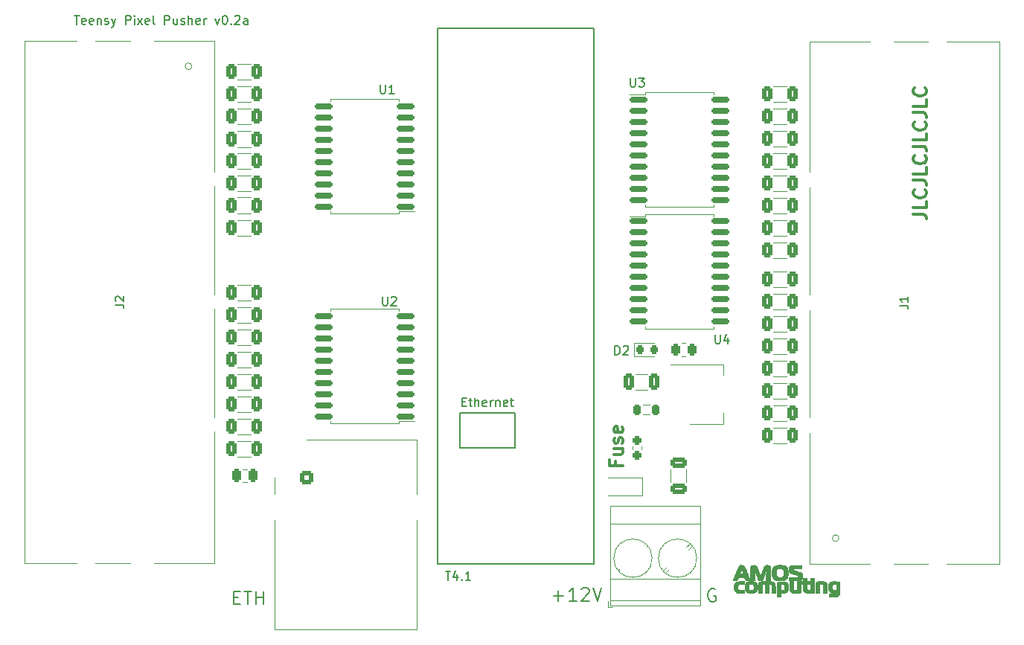
<source format=gto>
G04 #@! TF.GenerationSoftware,KiCad,Pcbnew,(6.0.0-0)*
G04 #@! TF.CreationDate,2022-01-07T14:07:45-07:00*
G04 #@! TF.ProjectId,Controller_T41_rev0.2a,436f6e74-726f-46c6-9c65-725f5434315f,rev?*
G04 #@! TF.SameCoordinates,Original*
G04 #@! TF.FileFunction,Legend,Top*
G04 #@! TF.FilePolarity,Positive*
%FSLAX46Y46*%
G04 Gerber Fmt 4.6, Leading zero omitted, Abs format (unit mm)*
G04 Created by KiCad (PCBNEW (6.0.0-0)) date 2022-01-07 14:07:45*
%MOMM*%
%LPD*%
G01*
G04 APERTURE LIST*
G04 Aperture macros list*
%AMRoundRect*
0 Rectangle with rounded corners*
0 $1 Rounding radius*
0 $2 $3 $4 $5 $6 $7 $8 $9 X,Y pos of 4 corners*
0 Add a 4 corners polygon primitive as box body*
4,1,4,$2,$3,$4,$5,$6,$7,$8,$9,$2,$3,0*
0 Add four circle primitives for the rounded corners*
1,1,$1+$1,$2,$3*
1,1,$1+$1,$4,$5*
1,1,$1+$1,$6,$7*
1,1,$1+$1,$8,$9*
0 Add four rect primitives between the rounded corners*
20,1,$1+$1,$2,$3,$4,$5,0*
20,1,$1+$1,$4,$5,$6,$7,0*
20,1,$1+$1,$6,$7,$8,$9,0*
20,1,$1+$1,$8,$9,$2,$3,0*%
G04 Aperture macros list end*
%ADD10C,0.150000*%
%ADD11C,0.200000*%
%ADD12C,0.300000*%
%ADD13C,0.120000*%
%ADD14C,0.010000*%
%ADD15RoundRect,0.250000X-0.250000X-0.475000X0.250000X-0.475000X0.250000X0.475000X-0.250000X0.475000X0*%
%ADD16R,2.000000X3.800000*%
%ADD17R,2.000000X1.500000*%
%ADD18RoundRect,0.250000X-0.262500X-0.450000X0.262500X-0.450000X0.262500X0.450000X-0.262500X0.450000X0*%
%ADD19RoundRect,0.218750X-0.218750X-0.256250X0.218750X-0.256250X0.218750X0.256250X-0.218750X0.256250X0*%
%ADD20RoundRect,0.218750X0.218750X0.381250X-0.218750X0.381250X-0.218750X-0.381250X0.218750X-0.381250X0*%
%ADD21C,1.371600*%
%ADD22C,2.108200*%
%ADD23C,3.708400*%
%ADD24C,3.250000*%
%ADD25RoundRect,0.250500X-0.499500X-0.499500X0.499500X-0.499500X0.499500X0.499500X-0.499500X0.499500X0*%
%ADD26C,1.500000*%
%ADD27C,2.500000*%
%ADD28R,0.900000X1.200000*%
%ADD29RoundRect,0.250000X0.325000X0.650000X-0.325000X0.650000X-0.325000X-0.650000X0.325000X-0.650000X0*%
%ADD30RoundRect,0.250000X-0.650000X0.325000X-0.650000X-0.325000X0.650000X-0.325000X0.650000X0.325000X0*%
%ADD31RoundRect,0.150000X0.875000X0.150000X-0.875000X0.150000X-0.875000X-0.150000X0.875000X-0.150000X0*%
%ADD32RoundRect,0.150000X-0.875000X-0.150000X0.875000X-0.150000X0.875000X0.150000X-0.875000X0.150000X0*%
%ADD33RoundRect,0.250000X0.312500X0.625000X-0.312500X0.625000X-0.312500X-0.625000X0.312500X-0.625000X0*%
%ADD34RoundRect,0.250000X-0.312500X-0.625000X0.312500X-0.625000X0.312500X0.625000X-0.312500X0.625000X0*%
%ADD35R,2.600000X2.600000*%
%ADD36C,2.600000*%
%ADD37C,1.600000*%
%ADD38R,1.600000X1.600000*%
%ADD39R,1.300000X1.300000*%
%ADD40C,1.300000*%
%ADD41C,0.800000*%
%ADD42C,6.400000*%
%ADD43RoundRect,0.237500X0.237500X-0.287500X0.237500X0.287500X-0.237500X0.287500X-0.237500X-0.287500X0*%
G04 APERTURE END LIST*
D10*
X171450095Y-88860380D02*
X171450095Y-89669904D01*
X171497714Y-89765142D01*
X171545333Y-89812761D01*
X171640571Y-89860380D01*
X171831047Y-89860380D01*
X171926285Y-89812761D01*
X171973904Y-89765142D01*
X172021523Y-89669904D01*
X172021523Y-88860380D01*
X172926285Y-89193714D02*
X172926285Y-89860380D01*
X172688190Y-88812761D02*
X172450095Y-89527047D01*
X173069142Y-89527047D01*
X161798095Y-59650380D02*
X161798095Y-60459904D01*
X161845714Y-60555142D01*
X161893333Y-60602761D01*
X161988571Y-60650380D01*
X162179047Y-60650380D01*
X162274285Y-60602761D01*
X162321904Y-60555142D01*
X162369523Y-60459904D01*
X162369523Y-59650380D01*
X162750476Y-59650380D02*
X163369523Y-59650380D01*
X163036190Y-60031333D01*
X163179047Y-60031333D01*
X163274285Y-60078952D01*
X163321904Y-60126571D01*
X163369523Y-60221809D01*
X163369523Y-60459904D01*
X163321904Y-60555142D01*
X163274285Y-60602761D01*
X163179047Y-60650380D01*
X162893333Y-60650380D01*
X162798095Y-60602761D01*
X162750476Y-60555142D01*
X133604095Y-84542380D02*
X133604095Y-85351904D01*
X133651714Y-85447142D01*
X133699333Y-85494761D01*
X133794571Y-85542380D01*
X133985047Y-85542380D01*
X134080285Y-85494761D01*
X134127904Y-85447142D01*
X134175523Y-85351904D01*
X134175523Y-84542380D01*
X134604095Y-84637619D02*
X134651714Y-84590000D01*
X134746952Y-84542380D01*
X134985047Y-84542380D01*
X135080285Y-84590000D01*
X135127904Y-84637619D01*
X135175523Y-84732857D01*
X135175523Y-84828095D01*
X135127904Y-84970952D01*
X134556476Y-85542380D01*
X135175523Y-85542380D01*
X133350095Y-60412380D02*
X133350095Y-61221904D01*
X133397714Y-61317142D01*
X133445333Y-61364761D01*
X133540571Y-61412380D01*
X133731047Y-61412380D01*
X133826285Y-61364761D01*
X133873904Y-61317142D01*
X133921523Y-61221904D01*
X133921523Y-60412380D01*
X134921523Y-61412380D02*
X134350095Y-61412380D01*
X134635809Y-61412380D02*
X134635809Y-60412380D01*
X134540571Y-60555238D01*
X134445333Y-60650476D01*
X134350095Y-60698095D01*
X140763809Y-115784380D02*
X141335238Y-115784380D01*
X141049523Y-116784380D02*
X141049523Y-115784380D01*
X142097142Y-116117714D02*
X142097142Y-116784380D01*
X141859047Y-115736761D02*
X141620952Y-116451047D01*
X142240000Y-116451047D01*
X142620952Y-116689142D02*
X142668571Y-116736761D01*
X142620952Y-116784380D01*
X142573333Y-116736761D01*
X142620952Y-116689142D01*
X142620952Y-116784380D01*
X143620952Y-116784380D02*
X143049523Y-116784380D01*
X143335238Y-116784380D02*
X143335238Y-115784380D01*
X143240000Y-115927238D01*
X143144761Y-116022476D01*
X143049523Y-116070095D01*
X116685428Y-118764857D02*
X117185428Y-118764857D01*
X117399714Y-119550571D02*
X116685428Y-119550571D01*
X116685428Y-118050571D01*
X117399714Y-118050571D01*
X117828285Y-118050571D02*
X118685428Y-118050571D01*
X118256857Y-119550571D02*
X118256857Y-118050571D01*
X119185428Y-119550571D02*
X119185428Y-118050571D01*
X119185428Y-118764857D02*
X120042571Y-118764857D01*
X120042571Y-119550571D02*
X120042571Y-118050571D01*
D11*
X171461857Y-117817200D02*
X171319000Y-117745771D01*
X171104714Y-117745771D01*
X170890428Y-117817200D01*
X170747571Y-117960057D01*
X170676142Y-118102914D01*
X170604714Y-118388628D01*
X170604714Y-118602914D01*
X170676142Y-118888628D01*
X170747571Y-119031485D01*
X170890428Y-119174342D01*
X171104714Y-119245771D01*
X171247571Y-119245771D01*
X171461857Y-119174342D01*
X171533285Y-119102914D01*
X171533285Y-118602914D01*
X171247571Y-118602914D01*
X153033742Y-118572742D02*
X154176600Y-118572742D01*
X153605171Y-119144171D02*
X153605171Y-118001314D01*
X155676600Y-119144171D02*
X154819457Y-119144171D01*
X155248028Y-119144171D02*
X155248028Y-117644171D01*
X155105171Y-117858457D01*
X154962314Y-118001314D01*
X154819457Y-118072742D01*
X156248028Y-117787028D02*
X156319457Y-117715600D01*
X156462314Y-117644171D01*
X156819457Y-117644171D01*
X156962314Y-117715600D01*
X157033742Y-117787028D01*
X157105171Y-117929885D01*
X157105171Y-118072742D01*
X157033742Y-118287028D01*
X156176600Y-119144171D01*
X157105171Y-119144171D01*
X157533742Y-117644171D02*
X158033742Y-119144171D01*
X158533742Y-117644171D01*
D12*
X193996571Y-75127571D02*
X195068000Y-75127571D01*
X195282285Y-75199000D01*
X195425142Y-75341857D01*
X195496571Y-75556142D01*
X195496571Y-75699000D01*
X195496571Y-73699000D02*
X195496571Y-74413285D01*
X193996571Y-74413285D01*
X195353714Y-72341857D02*
X195425142Y-72413285D01*
X195496571Y-72627571D01*
X195496571Y-72770428D01*
X195425142Y-72984714D01*
X195282285Y-73127571D01*
X195139428Y-73199000D01*
X194853714Y-73270428D01*
X194639428Y-73270428D01*
X194353714Y-73199000D01*
X194210857Y-73127571D01*
X194068000Y-72984714D01*
X193996571Y-72770428D01*
X193996571Y-72627571D01*
X194068000Y-72413285D01*
X194139428Y-72341857D01*
X193996571Y-71270428D02*
X195068000Y-71270428D01*
X195282285Y-71341857D01*
X195425142Y-71484714D01*
X195496571Y-71699000D01*
X195496571Y-71841857D01*
X195496571Y-69841857D02*
X195496571Y-70556142D01*
X193996571Y-70556142D01*
X195353714Y-68484714D02*
X195425142Y-68556142D01*
X195496571Y-68770428D01*
X195496571Y-68913285D01*
X195425142Y-69127571D01*
X195282285Y-69270428D01*
X195139428Y-69341857D01*
X194853714Y-69413285D01*
X194639428Y-69413285D01*
X194353714Y-69341857D01*
X194210857Y-69270428D01*
X194068000Y-69127571D01*
X193996571Y-68913285D01*
X193996571Y-68770428D01*
X194068000Y-68556142D01*
X194139428Y-68484714D01*
X193996571Y-67413285D02*
X195068000Y-67413285D01*
X195282285Y-67484714D01*
X195425142Y-67627571D01*
X195496571Y-67841857D01*
X195496571Y-67984714D01*
X195496571Y-65984714D02*
X195496571Y-66699000D01*
X193996571Y-66699000D01*
X195353714Y-64627571D02*
X195425142Y-64699000D01*
X195496571Y-64913285D01*
X195496571Y-65056142D01*
X195425142Y-65270428D01*
X195282285Y-65413285D01*
X195139428Y-65484714D01*
X194853714Y-65556142D01*
X194639428Y-65556142D01*
X194353714Y-65484714D01*
X194210857Y-65413285D01*
X194068000Y-65270428D01*
X193996571Y-65056142D01*
X193996571Y-64913285D01*
X194068000Y-64699000D01*
X194139428Y-64627571D01*
X193996571Y-63556142D02*
X195068000Y-63556142D01*
X195282285Y-63627571D01*
X195425142Y-63770428D01*
X195496571Y-63984714D01*
X195496571Y-64127571D01*
X195496571Y-62127571D02*
X195496571Y-62841857D01*
X193996571Y-62841857D01*
X195353714Y-60770428D02*
X195425142Y-60841857D01*
X195496571Y-61056142D01*
X195496571Y-61199000D01*
X195425142Y-61413285D01*
X195282285Y-61556142D01*
X195139428Y-61627571D01*
X194853714Y-61699000D01*
X194639428Y-61699000D01*
X194353714Y-61627571D01*
X194210857Y-61556142D01*
X194068000Y-61413285D01*
X193996571Y-61199000D01*
X193996571Y-61056142D01*
X194068000Y-60841857D01*
X194139428Y-60770428D01*
D10*
X98529428Y-52538380D02*
X99100857Y-52538380D01*
X98815142Y-53538380D02*
X98815142Y-52538380D01*
X99815142Y-53490761D02*
X99719904Y-53538380D01*
X99529428Y-53538380D01*
X99434190Y-53490761D01*
X99386571Y-53395523D01*
X99386571Y-53014571D01*
X99434190Y-52919333D01*
X99529428Y-52871714D01*
X99719904Y-52871714D01*
X99815142Y-52919333D01*
X99862761Y-53014571D01*
X99862761Y-53109809D01*
X99386571Y-53205047D01*
X100672285Y-53490761D02*
X100577047Y-53538380D01*
X100386571Y-53538380D01*
X100291333Y-53490761D01*
X100243714Y-53395523D01*
X100243714Y-53014571D01*
X100291333Y-52919333D01*
X100386571Y-52871714D01*
X100577047Y-52871714D01*
X100672285Y-52919333D01*
X100719904Y-53014571D01*
X100719904Y-53109809D01*
X100243714Y-53205047D01*
X101148476Y-52871714D02*
X101148476Y-53538380D01*
X101148476Y-52966952D02*
X101196095Y-52919333D01*
X101291333Y-52871714D01*
X101434190Y-52871714D01*
X101529428Y-52919333D01*
X101577047Y-53014571D01*
X101577047Y-53538380D01*
X102005619Y-53490761D02*
X102100857Y-53538380D01*
X102291333Y-53538380D01*
X102386571Y-53490761D01*
X102434190Y-53395523D01*
X102434190Y-53347904D01*
X102386571Y-53252666D01*
X102291333Y-53205047D01*
X102148476Y-53205047D01*
X102053238Y-53157428D01*
X102005619Y-53062190D01*
X102005619Y-53014571D01*
X102053238Y-52919333D01*
X102148476Y-52871714D01*
X102291333Y-52871714D01*
X102386571Y-52919333D01*
X102767523Y-52871714D02*
X103005619Y-53538380D01*
X103243714Y-52871714D02*
X103005619Y-53538380D01*
X102910380Y-53776476D01*
X102862761Y-53824095D01*
X102767523Y-53871714D01*
X104386571Y-53538380D02*
X104386571Y-52538380D01*
X104767523Y-52538380D01*
X104862761Y-52586000D01*
X104910380Y-52633619D01*
X104958000Y-52728857D01*
X104958000Y-52871714D01*
X104910380Y-52966952D01*
X104862761Y-53014571D01*
X104767523Y-53062190D01*
X104386571Y-53062190D01*
X105386571Y-53538380D02*
X105386571Y-52871714D01*
X105386571Y-52538380D02*
X105338952Y-52586000D01*
X105386571Y-52633619D01*
X105434190Y-52586000D01*
X105386571Y-52538380D01*
X105386571Y-52633619D01*
X105767523Y-53538380D02*
X106291333Y-52871714D01*
X105767523Y-52871714D02*
X106291333Y-53538380D01*
X107053238Y-53490761D02*
X106958000Y-53538380D01*
X106767523Y-53538380D01*
X106672285Y-53490761D01*
X106624666Y-53395523D01*
X106624666Y-53014571D01*
X106672285Y-52919333D01*
X106767523Y-52871714D01*
X106958000Y-52871714D01*
X107053238Y-52919333D01*
X107100857Y-53014571D01*
X107100857Y-53109809D01*
X106624666Y-53205047D01*
X107672285Y-53538380D02*
X107577047Y-53490761D01*
X107529428Y-53395523D01*
X107529428Y-52538380D01*
X108815142Y-53538380D02*
X108815142Y-52538380D01*
X109196095Y-52538380D01*
X109291333Y-52586000D01*
X109338952Y-52633619D01*
X109386571Y-52728857D01*
X109386571Y-52871714D01*
X109338952Y-52966952D01*
X109291333Y-53014571D01*
X109196095Y-53062190D01*
X108815142Y-53062190D01*
X110243714Y-52871714D02*
X110243714Y-53538380D01*
X109815142Y-52871714D02*
X109815142Y-53395523D01*
X109862761Y-53490761D01*
X109958000Y-53538380D01*
X110100857Y-53538380D01*
X110196095Y-53490761D01*
X110243714Y-53443142D01*
X110672285Y-53490761D02*
X110767523Y-53538380D01*
X110958000Y-53538380D01*
X111053238Y-53490761D01*
X111100857Y-53395523D01*
X111100857Y-53347904D01*
X111053238Y-53252666D01*
X110958000Y-53205047D01*
X110815142Y-53205047D01*
X110719904Y-53157428D01*
X110672285Y-53062190D01*
X110672285Y-53014571D01*
X110719904Y-52919333D01*
X110815142Y-52871714D01*
X110958000Y-52871714D01*
X111053238Y-52919333D01*
X111529428Y-53538380D02*
X111529428Y-52538380D01*
X111958000Y-53538380D02*
X111958000Y-53014571D01*
X111910380Y-52919333D01*
X111815142Y-52871714D01*
X111672285Y-52871714D01*
X111577047Y-52919333D01*
X111529428Y-52966952D01*
X112815142Y-53490761D02*
X112719904Y-53538380D01*
X112529428Y-53538380D01*
X112434190Y-53490761D01*
X112386571Y-53395523D01*
X112386571Y-53014571D01*
X112434190Y-52919333D01*
X112529428Y-52871714D01*
X112719904Y-52871714D01*
X112815142Y-52919333D01*
X112862761Y-53014571D01*
X112862761Y-53109809D01*
X112386571Y-53205047D01*
X113291333Y-53538380D02*
X113291333Y-52871714D01*
X113291333Y-53062190D02*
X113338952Y-52966952D01*
X113386571Y-52919333D01*
X113481809Y-52871714D01*
X113577047Y-52871714D01*
X114577047Y-52871714D02*
X114815142Y-53538380D01*
X115053238Y-52871714D01*
X115624666Y-52538380D02*
X115719904Y-52538380D01*
X115815142Y-52586000D01*
X115862761Y-52633619D01*
X115910380Y-52728857D01*
X115958000Y-52919333D01*
X115958000Y-53157428D01*
X115910380Y-53347904D01*
X115862761Y-53443142D01*
X115815142Y-53490761D01*
X115719904Y-53538380D01*
X115624666Y-53538380D01*
X115529428Y-53490761D01*
X115481809Y-53443142D01*
X115434190Y-53347904D01*
X115386571Y-53157428D01*
X115386571Y-52919333D01*
X115434190Y-52728857D01*
X115481809Y-52633619D01*
X115529428Y-52586000D01*
X115624666Y-52538380D01*
X116386571Y-53443142D02*
X116434190Y-53490761D01*
X116386571Y-53538380D01*
X116338952Y-53490761D01*
X116386571Y-53443142D01*
X116386571Y-53538380D01*
X116815142Y-52633619D02*
X116862761Y-52586000D01*
X116958000Y-52538380D01*
X117196095Y-52538380D01*
X117291333Y-52586000D01*
X117338952Y-52633619D01*
X117386571Y-52728857D01*
X117386571Y-52824095D01*
X117338952Y-52966952D01*
X116767523Y-53538380D01*
X117386571Y-53538380D01*
X118243714Y-53538380D02*
X118243714Y-53014571D01*
X118196095Y-52919333D01*
X118100857Y-52871714D01*
X117910380Y-52871714D01*
X117815142Y-52919333D01*
X118243714Y-53490761D02*
X118148476Y-53538380D01*
X117910380Y-53538380D01*
X117815142Y-53490761D01*
X117767523Y-53395523D01*
X117767523Y-53300285D01*
X117815142Y-53205047D01*
X117910380Y-53157428D01*
X118148476Y-53157428D01*
X118243714Y-53109809D01*
D12*
X160141457Y-103288885D02*
X160141457Y-103788885D01*
X160927171Y-103788885D02*
X159427171Y-103788885D01*
X159427171Y-103074600D01*
X159927171Y-101860314D02*
X160927171Y-101860314D01*
X159927171Y-102503171D02*
X160712885Y-102503171D01*
X160855742Y-102431742D01*
X160927171Y-102288885D01*
X160927171Y-102074600D01*
X160855742Y-101931742D01*
X160784314Y-101860314D01*
X160855742Y-101217457D02*
X160927171Y-101074600D01*
X160927171Y-100788885D01*
X160855742Y-100646028D01*
X160712885Y-100574600D01*
X160641457Y-100574600D01*
X160498600Y-100646028D01*
X160427171Y-100788885D01*
X160427171Y-101003171D01*
X160355742Y-101146028D01*
X160212885Y-101217457D01*
X160141457Y-101217457D01*
X159998600Y-101146028D01*
X159927171Y-101003171D01*
X159927171Y-100788885D01*
X159998600Y-100646028D01*
X160855742Y-99360314D02*
X160927171Y-99503171D01*
X160927171Y-99788885D01*
X160855742Y-99931742D01*
X160712885Y-100003171D01*
X160141457Y-100003171D01*
X159998600Y-99931742D01*
X159927171Y-99788885D01*
X159927171Y-99503171D01*
X159998600Y-99360314D01*
X160141457Y-99288885D01*
X160284314Y-99288885D01*
X160427171Y-100003171D01*
D10*
X160043904Y-91130380D02*
X160043904Y-90130380D01*
X160282000Y-90130380D01*
X160424857Y-90178000D01*
X160520095Y-90273238D01*
X160567714Y-90368476D01*
X160615333Y-90558952D01*
X160615333Y-90701809D01*
X160567714Y-90892285D01*
X160520095Y-90987523D01*
X160424857Y-91082761D01*
X160282000Y-91130380D01*
X160043904Y-91130380D01*
X160996285Y-90225619D02*
X161043904Y-90178000D01*
X161139142Y-90130380D01*
X161377238Y-90130380D01*
X161472476Y-90178000D01*
X161520095Y-90225619D01*
X161567714Y-90320857D01*
X161567714Y-90416095D01*
X161520095Y-90558952D01*
X160948666Y-91130380D01*
X161567714Y-91130380D01*
X192412980Y-85535333D02*
X193127266Y-85535333D01*
X193270123Y-85582952D01*
X193365361Y-85678190D01*
X193412980Y-85821047D01*
X193412980Y-85916285D01*
X193412980Y-84535333D02*
X193412980Y-85106761D01*
X193412980Y-84821047D02*
X192412980Y-84821047D01*
X192555838Y-84916285D01*
X192651076Y-85011523D01*
X192698695Y-85106761D01*
X184592980Y-109982000D02*
X184831076Y-109982000D01*
X184735838Y-110220095D02*
X184831076Y-109982000D01*
X184735838Y-109743904D01*
X185021552Y-110124857D02*
X184831076Y-109982000D01*
X185021552Y-109839142D01*
X103163780Y-85463733D02*
X103878066Y-85463733D01*
X104020923Y-85511352D01*
X104116161Y-85606590D01*
X104163780Y-85749447D01*
X104163780Y-85844685D01*
X103259019Y-85035161D02*
X103211400Y-84987542D01*
X103163780Y-84892304D01*
X103163780Y-84654209D01*
X103211400Y-84558971D01*
X103259019Y-84511352D01*
X103354257Y-84463733D01*
X103449495Y-84463733D01*
X103592352Y-84511352D01*
X104163780Y-85082780D01*
X104163780Y-84463733D01*
X110983780Y-60350400D02*
X111221876Y-60350400D01*
X111126638Y-60588495D02*
X111221876Y-60350400D01*
X111126638Y-60112304D01*
X111412352Y-60493257D02*
X111221876Y-60350400D01*
X111412352Y-60207542D01*
X142654377Y-96501911D02*
X142987710Y-96501911D01*
X143130567Y-97025720D02*
X142654377Y-97025720D01*
X142654377Y-96025720D01*
X143130567Y-96025720D01*
X143416281Y-96359054D02*
X143797234Y-96359054D01*
X143559139Y-96025720D02*
X143559139Y-96882863D01*
X143606758Y-96978101D01*
X143701996Y-97025720D01*
X143797234Y-97025720D01*
X144130567Y-97025720D02*
X144130567Y-96025720D01*
X144559139Y-97025720D02*
X144559139Y-96501911D01*
X144511520Y-96406673D01*
X144416281Y-96359054D01*
X144273424Y-96359054D01*
X144178186Y-96406673D01*
X144130567Y-96454292D01*
X145416281Y-96978101D02*
X145321043Y-97025720D01*
X145130567Y-97025720D01*
X145035329Y-96978101D01*
X144987710Y-96882863D01*
X144987710Y-96501911D01*
X145035329Y-96406673D01*
X145130567Y-96359054D01*
X145321043Y-96359054D01*
X145416281Y-96406673D01*
X145463900Y-96501911D01*
X145463900Y-96597149D01*
X144987710Y-96692387D01*
X145892472Y-97025720D02*
X145892472Y-96359054D01*
X145892472Y-96549530D02*
X145940091Y-96454292D01*
X145987710Y-96406673D01*
X146082948Y-96359054D01*
X146178186Y-96359054D01*
X146511520Y-96359054D02*
X146511520Y-97025720D01*
X146511520Y-96454292D02*
X146559139Y-96406673D01*
X146654377Y-96359054D01*
X146797234Y-96359054D01*
X146892472Y-96406673D01*
X146940091Y-96501911D01*
X146940091Y-97025720D01*
X147797234Y-96978101D02*
X147701996Y-97025720D01*
X147511520Y-97025720D01*
X147416281Y-96978101D01*
X147368662Y-96882863D01*
X147368662Y-96501911D01*
X147416281Y-96406673D01*
X147511520Y-96359054D01*
X147701996Y-96359054D01*
X147797234Y-96406673D01*
X147844853Y-96501911D01*
X147844853Y-96597149D01*
X147368662Y-96692387D01*
X148130567Y-96359054D02*
X148511520Y-96359054D01*
X148273424Y-96025720D02*
X148273424Y-96882863D01*
X148321043Y-96978101D01*
X148416281Y-97025720D01*
X148511520Y-97025720D01*
D13*
X117660748Y-104167000D02*
X118183252Y-104167000D01*
X117660748Y-105637000D02*
X118183252Y-105637000D01*
X172344000Y-99041000D02*
X172344000Y-97781000D01*
X172344000Y-92221000D02*
X172344000Y-93481000D01*
X168584000Y-99041000D02*
X172344000Y-99041000D01*
X166334000Y-92221000D02*
X172344000Y-92221000D01*
X167643436Y-89816000D02*
X168097564Y-89816000D01*
X167643436Y-91286000D02*
X168097564Y-91286000D01*
X164503000Y-89816000D02*
X162218000Y-89816000D01*
X162218000Y-89816000D02*
X162218000Y-91286000D01*
X162218000Y-91286000D02*
X164503000Y-91286000D01*
X164022122Y-97969000D02*
X163222878Y-97969000D01*
X164022122Y-96849000D02*
X163222878Y-96849000D01*
X203755600Y-114920000D02*
X203755600Y-55484000D01*
X203755600Y-55484000D02*
X191763067Y-55484000D01*
X182165600Y-55484000D02*
X182165600Y-114920000D01*
X182165600Y-114920000D02*
X189078133Y-114920000D01*
X191763067Y-114920000D02*
X203755600Y-114920000D01*
X189078133Y-55484000D02*
X182165600Y-55484000D01*
X185521600Y-112014000D02*
G75*
G03*
X185521600Y-112014000I-381000J0D01*
G01*
X92916400Y-55412400D02*
X92916400Y-114848400D01*
X92916400Y-114848400D02*
X104908933Y-114848400D01*
X114506400Y-114848400D02*
X114506400Y-55412400D01*
X114506400Y-55412400D02*
X107593867Y-55412400D01*
X104908933Y-55412400D02*
X92916400Y-55412400D01*
X107593867Y-114848400D02*
X114506400Y-114848400D01*
X111912400Y-58318400D02*
G75*
G03*
X111912400Y-58318400I-381000J0D01*
G01*
X124968000Y-100846000D02*
X137528000Y-100846000D01*
X137528000Y-100846000D02*
X137528000Y-106966000D01*
X121298000Y-105156000D02*
X121298000Y-106966000D01*
X121298000Y-109956000D02*
X121298000Y-122366000D01*
X137528000Y-122366000D02*
X121298000Y-122366000D01*
X137528000Y-109946000D02*
X137528000Y-122366000D01*
X163184400Y-107121200D02*
X163184400Y-105121200D01*
X163184400Y-105121200D02*
X159284400Y-105121200D01*
X163184400Y-107121200D02*
X159284400Y-107121200D01*
X163779252Y-95144000D02*
X162356748Y-95144000D01*
X163779252Y-93324000D02*
X162356748Y-93324000D01*
X168169000Y-104190748D02*
X168169000Y-105613252D01*
X166349000Y-104190748D02*
X166349000Y-105613252D01*
X131572000Y-85946000D02*
X127712000Y-85946000D01*
X127712000Y-85946000D02*
X127712000Y-86181000D01*
X131572000Y-85946000D02*
X135432000Y-85946000D01*
X135432000Y-85946000D02*
X135432000Y-86181000D01*
X131572000Y-98966000D02*
X127712000Y-98966000D01*
X127712000Y-98966000D02*
X127712000Y-98731000D01*
X131572000Y-98966000D02*
X135432000Y-98966000D01*
X135432000Y-98966000D02*
X135432000Y-98731000D01*
X135432000Y-98731000D02*
X137247000Y-98731000D01*
X167386000Y-74328000D02*
X171246000Y-74328000D01*
X171246000Y-74328000D02*
X171246000Y-74093000D01*
X167386000Y-74328000D02*
X163526000Y-74328000D01*
X163526000Y-74328000D02*
X163526000Y-74093000D01*
X167386000Y-61308000D02*
X171246000Y-61308000D01*
X171246000Y-61308000D02*
X171246000Y-61543000D01*
X167386000Y-61308000D02*
X163526000Y-61308000D01*
X163526000Y-61308000D02*
X163526000Y-61543000D01*
X163526000Y-61543000D02*
X161711000Y-61543000D01*
X131572000Y-62070000D02*
X127712000Y-62070000D01*
X127712000Y-62070000D02*
X127712000Y-62305000D01*
X131572000Y-62070000D02*
X135432000Y-62070000D01*
X135432000Y-62070000D02*
X135432000Y-62305000D01*
X131572000Y-75090000D02*
X127712000Y-75090000D01*
X127712000Y-75090000D02*
X127712000Y-74855000D01*
X131572000Y-75090000D02*
X135432000Y-75090000D01*
X135432000Y-75090000D02*
X135432000Y-74855000D01*
X135432000Y-74855000D02*
X137247000Y-74855000D01*
X167386000Y-88171000D02*
X171246000Y-88171000D01*
X171246000Y-88171000D02*
X171246000Y-87936000D01*
X167386000Y-88171000D02*
X163526000Y-88171000D01*
X163526000Y-88171000D02*
X163526000Y-87936000D01*
X167386000Y-75151000D02*
X171246000Y-75151000D01*
X171246000Y-75151000D02*
X171246000Y-75386000D01*
X167386000Y-75151000D02*
X163526000Y-75151000D01*
X163526000Y-75151000D02*
X163526000Y-75386000D01*
X163526000Y-75386000D02*
X161711000Y-75386000D01*
X179543064Y-101240000D02*
X178088936Y-101240000D01*
X179543064Y-99420000D02*
X178088936Y-99420000D01*
X117128936Y-83164000D02*
X118583064Y-83164000D01*
X117128936Y-84984000D02*
X118583064Y-84984000D01*
X117128936Y-85704000D02*
X118583064Y-85704000D01*
X117128936Y-87524000D02*
X118583064Y-87524000D01*
X117128936Y-88244000D02*
X118583064Y-88244000D01*
X117128936Y-90064000D02*
X118583064Y-90064000D01*
X117128936Y-90784000D02*
X118583064Y-90784000D01*
X117128936Y-92604000D02*
X118583064Y-92604000D01*
X117128936Y-93324000D02*
X118583064Y-93324000D01*
X117128936Y-95144000D02*
X118583064Y-95144000D01*
X117128936Y-95864000D02*
X118583064Y-95864000D01*
X117128936Y-97684000D02*
X118583064Y-97684000D01*
X117128936Y-98404000D02*
X118583064Y-98404000D01*
X117128936Y-100224000D02*
X118583064Y-100224000D01*
X117128936Y-100944000D02*
X118583064Y-100944000D01*
X117128936Y-102764000D02*
X118583064Y-102764000D01*
X179543064Y-80158000D02*
X178088936Y-80158000D01*
X179543064Y-78338000D02*
X178088936Y-78338000D01*
X179543064Y-77618000D02*
X178088936Y-77618000D01*
X179543064Y-75798000D02*
X178088936Y-75798000D01*
X179543064Y-75078000D02*
X178088936Y-75078000D01*
X179543064Y-73258000D02*
X178088936Y-73258000D01*
X179543064Y-72538000D02*
X178088936Y-72538000D01*
X179543064Y-70718000D02*
X178088936Y-70718000D01*
X179543064Y-69998000D02*
X178088936Y-69998000D01*
X179543064Y-68178000D02*
X178088936Y-68178000D01*
X179543064Y-67458000D02*
X178088936Y-67458000D01*
X179543064Y-65638000D02*
X178088936Y-65638000D01*
X179543064Y-64918000D02*
X178088936Y-64918000D01*
X179543064Y-63098000D02*
X178088936Y-63098000D01*
X179543064Y-62378000D02*
X178088936Y-62378000D01*
X179543064Y-60558000D02*
X178088936Y-60558000D01*
X117128936Y-58018000D02*
X118583064Y-58018000D01*
X117128936Y-59838000D02*
X118583064Y-59838000D01*
X117128936Y-60558000D02*
X118583064Y-60558000D01*
X117128936Y-62378000D02*
X118583064Y-62378000D01*
X117128936Y-63098000D02*
X118583064Y-63098000D01*
X117128936Y-64918000D02*
X118583064Y-64918000D01*
X117128936Y-65709120D02*
X118583064Y-65709120D01*
X117128936Y-67529120D02*
X118583064Y-67529120D01*
X117128936Y-68178000D02*
X118583064Y-68178000D01*
X117128936Y-69998000D02*
X118583064Y-69998000D01*
X117128936Y-70718000D02*
X118583064Y-70718000D01*
X117128936Y-72538000D02*
X118583064Y-72538000D01*
X117128936Y-73245300D02*
X118583064Y-73245300D01*
X117128936Y-75065300D02*
X118583064Y-75065300D01*
X117128936Y-75798000D02*
X118583064Y-75798000D01*
X117128936Y-77618000D02*
X118583064Y-77618000D01*
X179543064Y-98700000D02*
X178088936Y-98700000D01*
X179543064Y-96880000D02*
X178088936Y-96880000D01*
X179543064Y-96160000D02*
X178088936Y-96160000D01*
X179543064Y-94340000D02*
X178088936Y-94340000D01*
X179543064Y-93620000D02*
X178088936Y-93620000D01*
X179543064Y-91800000D02*
X178088936Y-91800000D01*
X179543064Y-91080000D02*
X178088936Y-91080000D01*
X179543064Y-89260000D02*
X178088936Y-89260000D01*
X179543064Y-88540000D02*
X178088936Y-88540000D01*
X179543064Y-86720000D02*
X178088936Y-86720000D01*
X179543064Y-86000000D02*
X178088936Y-86000000D01*
X179543064Y-84180000D02*
X178088936Y-84180000D01*
X179543064Y-83460000D02*
X178088936Y-83460000D01*
X179543064Y-81640000D02*
X178088936Y-81640000D01*
X164267560Y-114300000D02*
G75*
G03*
X164267560Y-114300000I-2180000J0D01*
G01*
X169347560Y-114300000D02*
G75*
G03*
X169347560Y-114300000I-2180000J0D01*
G01*
X159487560Y-119100000D02*
X169767560Y-119100000D01*
X159487560Y-116600000D02*
X169767560Y-116600000D01*
X159487560Y-110400000D02*
X169767560Y-110400000D01*
X159487560Y-108340000D02*
X169767560Y-108340000D01*
X159487560Y-119660000D02*
X169767560Y-119660000D01*
X159487560Y-108340000D02*
X159487560Y-119660000D01*
X169767560Y-108340000D02*
X169767560Y-119660000D01*
X163741560Y-112912000D02*
X163634560Y-113019000D01*
X160805560Y-115847000D02*
X160699560Y-115954000D01*
X163475560Y-112646000D02*
X163368560Y-112753000D01*
X160539560Y-115581000D02*
X160433560Y-115688000D01*
X168821560Y-112912000D02*
X168426560Y-113308000D01*
X166160560Y-115574000D02*
X165780560Y-115954000D01*
X168555560Y-112646000D02*
X168175560Y-113026000D01*
X165909560Y-115292000D02*
X165514560Y-115688000D01*
X159247560Y-119160000D02*
X159247560Y-119900000D01*
X159247560Y-119900000D02*
X159747560Y-119900000D01*
D10*
X157678120Y-114988340D02*
X139898120Y-114988340D01*
X157678120Y-54028340D02*
X157678120Y-114988340D01*
X139898120Y-54028340D02*
X157678120Y-54028340D01*
X139898120Y-114988340D02*
X139898120Y-54028340D01*
X142686520Y-101758340D02*
X148686520Y-101758340D01*
X148686520Y-101758340D02*
X148686520Y-97758340D01*
X148686520Y-97758340D02*
X142436520Y-97758340D01*
X142436520Y-97758340D02*
X142436520Y-101758340D01*
X142436520Y-101758340D02*
X142686520Y-101758340D01*
D14*
X185076813Y-116936060D02*
X185103666Y-116936328D01*
X185103666Y-116936328D02*
X185215040Y-116937569D01*
X185215040Y-116937569D02*
X185302859Y-116938889D01*
X185302859Y-116938889D02*
X185370304Y-116940526D01*
X185370304Y-116940526D02*
X185420557Y-116942721D01*
X185420557Y-116942721D02*
X185456798Y-116945712D01*
X185456798Y-116945712D02*
X185482209Y-116949741D01*
X185482209Y-116949741D02*
X185499972Y-116955045D01*
X185499972Y-116955045D02*
X185513267Y-116961866D01*
X185513267Y-116961866D02*
X185521827Y-116967826D01*
X185521827Y-116967826D02*
X185557505Y-116999668D01*
X185557505Y-116999668D02*
X185586279Y-117032291D01*
X185586279Y-117032291D02*
X185592942Y-117042054D01*
X185592942Y-117042054D02*
X185598461Y-117053525D01*
X185598461Y-117053525D02*
X185602967Y-117069209D01*
X185602967Y-117069209D02*
X185606589Y-117091607D01*
X185606589Y-117091607D02*
X185609456Y-117123224D01*
X185609456Y-117123224D02*
X185611698Y-117166563D01*
X185611698Y-117166563D02*
X185613446Y-117224126D01*
X185613446Y-117224126D02*
X185614827Y-117298417D01*
X185614827Y-117298417D02*
X185615973Y-117391940D01*
X185615973Y-117391940D02*
X185617012Y-117507197D01*
X185617012Y-117507197D02*
X185618072Y-117646412D01*
X185618072Y-117646412D02*
X185618959Y-117809913D01*
X185618959Y-117809913D02*
X185619014Y-117947942D01*
X185619014Y-117947942D02*
X185618217Y-118061749D01*
X185618217Y-118061749D02*
X185616545Y-118152589D01*
X185616545Y-118152589D02*
X185613976Y-118221712D01*
X185613976Y-118221712D02*
X185610488Y-118270371D01*
X185610488Y-118270371D02*
X185606662Y-118297158D01*
X185606662Y-118297158D02*
X185571882Y-118403775D01*
X185571882Y-118403775D02*
X185516853Y-118493277D01*
X185516853Y-118493277D02*
X185442216Y-118564885D01*
X185442216Y-118564885D02*
X185348609Y-118617822D01*
X185348609Y-118617822D02*
X185340850Y-118621014D01*
X185340850Y-118621014D02*
X185319203Y-118629255D01*
X185319203Y-118629255D02*
X185297545Y-118635877D01*
X185297545Y-118635877D02*
X185272689Y-118641095D01*
X185272689Y-118641095D02*
X185241450Y-118645121D01*
X185241450Y-118645121D02*
X185200639Y-118648170D01*
X185200639Y-118648170D02*
X185147069Y-118650455D01*
X185147069Y-118650455D02*
X185077555Y-118652190D01*
X185077555Y-118652190D02*
X184988909Y-118653589D01*
X184988909Y-118653589D02*
X184877944Y-118654865D01*
X184877944Y-118654865D02*
X184828448Y-118655370D01*
X184828448Y-118655370D02*
X184390632Y-118659762D01*
X184390632Y-118659762D02*
X184390632Y-118364000D01*
X184390632Y-118364000D02*
X184714816Y-118363925D01*
X184714816Y-118363925D02*
X184809426Y-118363344D01*
X184809426Y-118363344D02*
X184897097Y-118361751D01*
X184897097Y-118361751D02*
X184973512Y-118359306D01*
X184973512Y-118359306D02*
X185034350Y-118356167D01*
X185034350Y-118356167D02*
X185075292Y-118352493D01*
X185075292Y-118352493D02*
X185088272Y-118350166D01*
X185088272Y-118350166D02*
X185123338Y-118333688D01*
X185123338Y-118333688D02*
X185159612Y-118306627D01*
X185159612Y-118306627D02*
X185189460Y-118275949D01*
X185189460Y-118275949D02*
X185205245Y-118248621D01*
X185205245Y-118248621D02*
X185206105Y-118242659D01*
X185206105Y-118242659D02*
X185193336Y-118238522D01*
X185193336Y-118238522D02*
X185157417Y-118235041D01*
X185157417Y-118235041D02*
X185101929Y-118232396D01*
X185101929Y-118232396D02*
X185030455Y-118230767D01*
X185030455Y-118230767D02*
X184961216Y-118230316D01*
X184961216Y-118230316D02*
X184855208Y-118229459D01*
X184855208Y-118229459D02*
X184771155Y-118226321D01*
X184771155Y-118226321D02*
X184704314Y-118220047D01*
X184704314Y-118220047D02*
X184649942Y-118209785D01*
X184649942Y-118209785D02*
X184603296Y-118194681D01*
X184603296Y-118194681D02*
X184559632Y-118173881D01*
X184559632Y-118173881D02*
X184521524Y-118151216D01*
X184521524Y-118151216D02*
X184450634Y-118092799D01*
X184450634Y-118092799D02*
X184394002Y-118015482D01*
X184394002Y-118015482D02*
X184349530Y-117916371D01*
X184349530Y-117916371D02*
X184347966Y-117911889D01*
X184347966Y-117911889D02*
X184336702Y-117876910D01*
X184336702Y-117876910D02*
X184328543Y-117843606D01*
X184328543Y-117843606D02*
X184322999Y-117806736D01*
X184322999Y-117806736D02*
X184319579Y-117761061D01*
X184319579Y-117761061D02*
X184317793Y-117701343D01*
X184317793Y-117701343D02*
X184317151Y-117622342D01*
X184317151Y-117622342D02*
X184317105Y-117581947D01*
X184317105Y-117581947D02*
X184317128Y-117575114D01*
X184317128Y-117575114D02*
X184731527Y-117575114D01*
X184731527Y-117575114D02*
X184731527Y-117575263D01*
X184731527Y-117575263D02*
X184732146Y-117649057D01*
X184732146Y-117649057D02*
X184734552Y-117702556D01*
X184734552Y-117702556D02*
X184739564Y-117742185D01*
X184739564Y-117742185D02*
X184748004Y-117774369D01*
X184748004Y-117774369D02*
X184760691Y-117805531D01*
X184760691Y-117805531D02*
X184761029Y-117806264D01*
X184761029Y-117806264D02*
X184786218Y-117850297D01*
X184786218Y-117850297D02*
X184817792Y-117882047D01*
X184817792Y-117882047D02*
X184860002Y-117903128D01*
X184860002Y-117903128D02*
X184917102Y-117915155D01*
X184917102Y-117915155D02*
X184993343Y-117919743D01*
X184993343Y-117919743D02*
X185059053Y-117919422D01*
X185059053Y-117919422D02*
X185212790Y-117916158D01*
X185212790Y-117916158D02*
X185216388Y-117610071D01*
X185216388Y-117610071D02*
X185217817Y-117500383D01*
X185217817Y-117500383D02*
X185218196Y-117414563D01*
X185218196Y-117414563D02*
X185215981Y-117349747D01*
X185215981Y-117349747D02*
X185209631Y-117303071D01*
X185209631Y-117303071D02*
X185197602Y-117271670D01*
X185197602Y-117271670D02*
X185178352Y-117252681D01*
X185178352Y-117252681D02*
X185150339Y-117243238D01*
X185150339Y-117243238D02*
X185112020Y-117240479D01*
X185112020Y-117240479D02*
X185061852Y-117241538D01*
X185061852Y-117241538D02*
X185018717Y-117243022D01*
X185018717Y-117243022D02*
X184938046Y-117246886D01*
X184938046Y-117246886D02*
X184878885Y-117254423D01*
X184878885Y-117254423D02*
X184836049Y-117267881D01*
X184836049Y-117267881D02*
X184804348Y-117289507D01*
X184804348Y-117289507D02*
X184778595Y-117321547D01*
X184778595Y-117321547D02*
X184759181Y-117355442D01*
X184759181Y-117355442D02*
X184747217Y-117381890D01*
X184747217Y-117381890D02*
X184739224Y-117411093D01*
X184739224Y-117411093D02*
X184734446Y-117449038D01*
X184734446Y-117449038D02*
X184732132Y-117501716D01*
X184732132Y-117501716D02*
X184731527Y-117575114D01*
X184731527Y-117575114D02*
X184317128Y-117575114D01*
X184317128Y-117575114D02*
X184317411Y-117493237D01*
X184317411Y-117493237D02*
X184318654Y-117426020D01*
X184318654Y-117426020D02*
X184321325Y-117375057D01*
X184321325Y-117375057D02*
X184325913Y-117335111D01*
X184325913Y-117335111D02*
X184332909Y-117300941D01*
X184332909Y-117300941D02*
X184342802Y-117267308D01*
X184342802Y-117267308D02*
X184347966Y-117252006D01*
X184347966Y-117252006D02*
X184392005Y-117151938D01*
X184392005Y-117151938D02*
X184448141Y-117073760D01*
X184448141Y-117073760D02*
X184518484Y-117014560D01*
X184518484Y-117014560D02*
X184521524Y-117012609D01*
X184521524Y-117012609D02*
X184557912Y-116990559D01*
X184557912Y-116990559D02*
X184592515Y-116972958D01*
X184592515Y-116972958D02*
X184628808Y-116959351D01*
X184628808Y-116959351D02*
X184670269Y-116949283D01*
X184670269Y-116949283D02*
X184720376Y-116942296D01*
X184720376Y-116942296D02*
X184782607Y-116937936D01*
X184782607Y-116937936D02*
X184860438Y-116935748D01*
X184860438Y-116935748D02*
X184957348Y-116935274D01*
X184957348Y-116935274D02*
X185076813Y-116936060D01*
X185076813Y-116936060D02*
X185076813Y-116936060D01*
G36*
X184318654Y-117426020D02*
G01*
X184321325Y-117375057D01*
X184325913Y-117335111D01*
X184332909Y-117300941D01*
X184342802Y-117267308D01*
X184347966Y-117252006D01*
X184392005Y-117151938D01*
X184448141Y-117073760D01*
X184518484Y-117014560D01*
X184521524Y-117012609D01*
X184557912Y-116990559D01*
X184592515Y-116972958D01*
X184628808Y-116959351D01*
X184670269Y-116949283D01*
X184720376Y-116942296D01*
X184782607Y-116937936D01*
X184860438Y-116935748D01*
X184957348Y-116935274D01*
X185076813Y-116936060D01*
X185103666Y-116936328D01*
X185215040Y-116937569D01*
X185302859Y-116938889D01*
X185370304Y-116940526D01*
X185420557Y-116942721D01*
X185456798Y-116945712D01*
X185482209Y-116949741D01*
X185499972Y-116955045D01*
X185513267Y-116961866D01*
X185521827Y-116967826D01*
X185557505Y-116999668D01*
X185586279Y-117032291D01*
X185592942Y-117042054D01*
X185598461Y-117053525D01*
X185602967Y-117069209D01*
X185606589Y-117091607D01*
X185609456Y-117123224D01*
X185611698Y-117166563D01*
X185613446Y-117224126D01*
X185614827Y-117298417D01*
X185615973Y-117391940D01*
X185617012Y-117507197D01*
X185618072Y-117646412D01*
X185618959Y-117809913D01*
X185619014Y-117947942D01*
X185618217Y-118061749D01*
X185616545Y-118152589D01*
X185613976Y-118221712D01*
X185610488Y-118270371D01*
X185606662Y-118297158D01*
X185571882Y-118403775D01*
X185516853Y-118493277D01*
X185442216Y-118564885D01*
X185348609Y-118617822D01*
X185340850Y-118621014D01*
X185319203Y-118629255D01*
X185297545Y-118635877D01*
X185272689Y-118641095D01*
X185241450Y-118645121D01*
X185200639Y-118648170D01*
X185147069Y-118650455D01*
X185077555Y-118652190D01*
X184988909Y-118653589D01*
X184877944Y-118654865D01*
X184828448Y-118655370D01*
X184390632Y-118659762D01*
X184390632Y-118364000D01*
X184714816Y-118363925D01*
X184809426Y-118363344D01*
X184897097Y-118361751D01*
X184973512Y-118359306D01*
X185034350Y-118356167D01*
X185075292Y-118352493D01*
X185088272Y-118350166D01*
X185123338Y-118333688D01*
X185159612Y-118306627D01*
X185189460Y-118275949D01*
X185205245Y-118248621D01*
X185206105Y-118242659D01*
X185193336Y-118238522D01*
X185157417Y-118235041D01*
X185101929Y-118232396D01*
X185030455Y-118230767D01*
X184961216Y-118230316D01*
X184855208Y-118229459D01*
X184771155Y-118226321D01*
X184704314Y-118220047D01*
X184649942Y-118209785D01*
X184603296Y-118194681D01*
X184559632Y-118173881D01*
X184521524Y-118151216D01*
X184450634Y-118092799D01*
X184394002Y-118015482D01*
X184349530Y-117916371D01*
X184347966Y-117911889D01*
X184336702Y-117876910D01*
X184328543Y-117843606D01*
X184322999Y-117806736D01*
X184319579Y-117761061D01*
X184317793Y-117701343D01*
X184317151Y-117622342D01*
X184317105Y-117581947D01*
X184317127Y-117575263D01*
X184731527Y-117575263D01*
X184732146Y-117649057D01*
X184734552Y-117702556D01*
X184739564Y-117742185D01*
X184748004Y-117774369D01*
X184760691Y-117805531D01*
X184761029Y-117806264D01*
X184786218Y-117850297D01*
X184817792Y-117882047D01*
X184860002Y-117903128D01*
X184917102Y-117915155D01*
X184993343Y-117919743D01*
X185059053Y-117919422D01*
X185212790Y-117916158D01*
X185216388Y-117610071D01*
X185217817Y-117500383D01*
X185218196Y-117414563D01*
X185215981Y-117349747D01*
X185209631Y-117303071D01*
X185197602Y-117271670D01*
X185178352Y-117252681D01*
X185150339Y-117243238D01*
X185112020Y-117240479D01*
X185061852Y-117241538D01*
X185018717Y-117243022D01*
X184938046Y-117246886D01*
X184878885Y-117254423D01*
X184836049Y-117267881D01*
X184804348Y-117289507D01*
X184778595Y-117321547D01*
X184759181Y-117355442D01*
X184747217Y-117381890D01*
X184739224Y-117411093D01*
X184734446Y-117449038D01*
X184732132Y-117501716D01*
X184731527Y-117575114D01*
X184731527Y-117575263D01*
X184317127Y-117575263D01*
X184317128Y-117575114D01*
X184317411Y-117493237D01*
X184318654Y-117426020D01*
G37*
X184318654Y-117426020D02*
X184321325Y-117375057D01*
X184325913Y-117335111D01*
X184332909Y-117300941D01*
X184342802Y-117267308D01*
X184347966Y-117252006D01*
X184392005Y-117151938D01*
X184448141Y-117073760D01*
X184518484Y-117014560D01*
X184521524Y-117012609D01*
X184557912Y-116990559D01*
X184592515Y-116972958D01*
X184628808Y-116959351D01*
X184670269Y-116949283D01*
X184720376Y-116942296D01*
X184782607Y-116937936D01*
X184860438Y-116935748D01*
X184957348Y-116935274D01*
X185076813Y-116936060D01*
X185103666Y-116936328D01*
X185215040Y-116937569D01*
X185302859Y-116938889D01*
X185370304Y-116940526D01*
X185420557Y-116942721D01*
X185456798Y-116945712D01*
X185482209Y-116949741D01*
X185499972Y-116955045D01*
X185513267Y-116961866D01*
X185521827Y-116967826D01*
X185557505Y-116999668D01*
X185586279Y-117032291D01*
X185592942Y-117042054D01*
X185598461Y-117053525D01*
X185602967Y-117069209D01*
X185606589Y-117091607D01*
X185609456Y-117123224D01*
X185611698Y-117166563D01*
X185613446Y-117224126D01*
X185614827Y-117298417D01*
X185615973Y-117391940D01*
X185617012Y-117507197D01*
X185618072Y-117646412D01*
X185618959Y-117809913D01*
X185619014Y-117947942D01*
X185618217Y-118061749D01*
X185616545Y-118152589D01*
X185613976Y-118221712D01*
X185610488Y-118270371D01*
X185606662Y-118297158D01*
X185571882Y-118403775D01*
X185516853Y-118493277D01*
X185442216Y-118564885D01*
X185348609Y-118617822D01*
X185340850Y-118621014D01*
X185319203Y-118629255D01*
X185297545Y-118635877D01*
X185272689Y-118641095D01*
X185241450Y-118645121D01*
X185200639Y-118648170D01*
X185147069Y-118650455D01*
X185077555Y-118652190D01*
X184988909Y-118653589D01*
X184877944Y-118654865D01*
X184828448Y-118655370D01*
X184390632Y-118659762D01*
X184390632Y-118364000D01*
X184714816Y-118363925D01*
X184809426Y-118363344D01*
X184897097Y-118361751D01*
X184973512Y-118359306D01*
X185034350Y-118356167D01*
X185075292Y-118352493D01*
X185088272Y-118350166D01*
X185123338Y-118333688D01*
X185159612Y-118306627D01*
X185189460Y-118275949D01*
X185205245Y-118248621D01*
X185206105Y-118242659D01*
X185193336Y-118238522D01*
X185157417Y-118235041D01*
X185101929Y-118232396D01*
X185030455Y-118230767D01*
X184961216Y-118230316D01*
X184855208Y-118229459D01*
X184771155Y-118226321D01*
X184704314Y-118220047D01*
X184649942Y-118209785D01*
X184603296Y-118194681D01*
X184559632Y-118173881D01*
X184521524Y-118151216D01*
X184450634Y-118092799D01*
X184394002Y-118015482D01*
X184349530Y-117916371D01*
X184347966Y-117911889D01*
X184336702Y-117876910D01*
X184328543Y-117843606D01*
X184322999Y-117806736D01*
X184319579Y-117761061D01*
X184317793Y-117701343D01*
X184317151Y-117622342D01*
X184317105Y-117581947D01*
X184317127Y-117575263D01*
X184731527Y-117575263D01*
X184732146Y-117649057D01*
X184734552Y-117702556D01*
X184739564Y-117742185D01*
X184748004Y-117774369D01*
X184760691Y-117805531D01*
X184761029Y-117806264D01*
X184786218Y-117850297D01*
X184817792Y-117882047D01*
X184860002Y-117903128D01*
X184917102Y-117915155D01*
X184993343Y-117919743D01*
X185059053Y-117919422D01*
X185212790Y-117916158D01*
X185216388Y-117610071D01*
X185217817Y-117500383D01*
X185218196Y-117414563D01*
X185215981Y-117349747D01*
X185209631Y-117303071D01*
X185197602Y-117271670D01*
X185178352Y-117252681D01*
X185150339Y-117243238D01*
X185112020Y-117240479D01*
X185061852Y-117241538D01*
X185018717Y-117243022D01*
X184938046Y-117246886D01*
X184878885Y-117254423D01*
X184836049Y-117267881D01*
X184804348Y-117289507D01*
X184778595Y-117321547D01*
X184759181Y-117355442D01*
X184747217Y-117381890D01*
X184739224Y-117411093D01*
X184734446Y-117449038D01*
X184732132Y-117501716D01*
X184731527Y-117575114D01*
X184731527Y-117575263D01*
X184317127Y-117575263D01*
X184317128Y-117575114D01*
X184317411Y-117493237D01*
X184318654Y-117426020D01*
X179472209Y-116975286D02*
X179559130Y-117028437D01*
X179559130Y-117028437D02*
X179629303Y-117099038D01*
X179629303Y-117099038D02*
X179683190Y-117188094D01*
X179683190Y-117188094D02*
X179721256Y-117296614D01*
X179721256Y-117296614D02*
X179743965Y-117425603D01*
X179743965Y-117425603D02*
X179751780Y-117576068D01*
X179751780Y-117576068D02*
X179751790Y-117581947D01*
X179751790Y-117581947D02*
X179744495Y-117733276D01*
X179744495Y-117733276D02*
X179722307Y-117863089D01*
X179722307Y-117863089D02*
X179684771Y-117972372D01*
X179684771Y-117972372D02*
X179631432Y-118062114D01*
X179631432Y-118062114D02*
X179561835Y-118133300D01*
X179561835Y-118133300D02*
X179475525Y-118186919D01*
X179475525Y-118186919D02*
X179472209Y-118188483D01*
X179472209Y-118188483D02*
X179445207Y-118200475D01*
X179445207Y-118200475D02*
X179419637Y-118209509D01*
X179419637Y-118209509D02*
X179390994Y-118216134D01*
X179390994Y-118216134D02*
X179354771Y-118220900D01*
X179354771Y-118220900D02*
X179306463Y-118224356D01*
X179306463Y-118224356D02*
X179241564Y-118227051D01*
X179241564Y-118227051D02*
X179155568Y-118229536D01*
X179155568Y-118229536D02*
X179130158Y-118230190D01*
X179130158Y-118230190D02*
X178862790Y-118237000D01*
X178862790Y-118237000D02*
X178859099Y-118440868D01*
X178859099Y-118440868D02*
X178855409Y-118644737D01*
X178855409Y-118644737D02*
X178454432Y-118644737D01*
X178454432Y-118644737D02*
X178458084Y-117856971D01*
X178458084Y-117856971D02*
X178458870Y-117692118D01*
X178458870Y-117692118D02*
X178459631Y-117551895D01*
X178459631Y-117551895D02*
X178459639Y-117550715D01*
X178459639Y-117550715D02*
X178856068Y-117550715D01*
X178856068Y-117550715D02*
X178856105Y-117602747D01*
X178856105Y-117602747D02*
X178856484Y-117690069D01*
X178856484Y-117690069D02*
X178857543Y-117768292D01*
X178857543Y-117768292D02*
X178859172Y-117833502D01*
X178859172Y-117833502D02*
X178861258Y-117881784D01*
X178861258Y-117881784D02*
X178863689Y-117909227D01*
X178863689Y-117909227D02*
X178865018Y-117913930D01*
X178865018Y-117913930D02*
X178884022Y-117919468D01*
X178884022Y-117919468D02*
X178922950Y-117922577D01*
X178922950Y-117922577D02*
X178975116Y-117923447D01*
X178975116Y-117923447D02*
X179033834Y-117922268D01*
X179033834Y-117922268D02*
X179092420Y-117919227D01*
X179092420Y-117919227D02*
X179144187Y-117914514D01*
X179144187Y-117914514D02*
X179182451Y-117908318D01*
X179182451Y-117908318D02*
X179194712Y-117904607D01*
X179194712Y-117904607D02*
X179243601Y-117876801D01*
X179243601Y-117876801D02*
X179280248Y-117837606D01*
X179280248Y-117837606D02*
X179305814Y-117783923D01*
X179305814Y-117783923D02*
X179321459Y-117712650D01*
X179321459Y-117712650D02*
X179328343Y-117620686D01*
X179328343Y-117620686D02*
X179328645Y-117546715D01*
X179328645Y-117546715D02*
X179322759Y-117447521D01*
X179322759Y-117447521D02*
X179306868Y-117371348D01*
X179306868Y-117371348D02*
X179278322Y-117315508D01*
X179278322Y-117315508D02*
X179234472Y-117277319D01*
X179234472Y-117277319D02*
X179172667Y-117254093D01*
X179172667Y-117254093D02*
X179090258Y-117243146D01*
X179090258Y-117243146D02*
X179027311Y-117241346D01*
X179027311Y-117241346D02*
X178976340Y-117241112D01*
X178976340Y-117241112D02*
X178936621Y-117242639D01*
X178936621Y-117242639D02*
X178906752Y-117248879D01*
X178906752Y-117248879D02*
X178885336Y-117262786D01*
X178885336Y-117262786D02*
X178870974Y-117287315D01*
X178870974Y-117287315D02*
X178862265Y-117325418D01*
X178862265Y-117325418D02*
X178857810Y-117380050D01*
X178857810Y-117380050D02*
X178856211Y-117454165D01*
X178856211Y-117454165D02*
X178856068Y-117550715D01*
X178856068Y-117550715D02*
X178459639Y-117550715D01*
X178459639Y-117550715D02*
X178460448Y-117434194D01*
X178460448Y-117434194D02*
X178461399Y-117336910D01*
X178461399Y-117336910D02*
X178462564Y-117257935D01*
X178462564Y-117257935D02*
X178464024Y-117195163D01*
X178464024Y-117195163D02*
X178465858Y-117146486D01*
X178465858Y-117146486D02*
X178468146Y-117109799D01*
X178468146Y-117109799D02*
X178470968Y-117082993D01*
X178470968Y-117082993D02*
X178474402Y-117063962D01*
X178474402Y-117063962D02*
X178478530Y-117050600D01*
X178478530Y-117050600D02*
X178483431Y-117040799D01*
X178483431Y-117040799D02*
X178489184Y-117032453D01*
X178489184Y-117032453D02*
X178489300Y-117032297D01*
X178489300Y-117032297D02*
X178521139Y-116996621D01*
X178521139Y-116996621D02*
X178553802Y-116967826D01*
X178553802Y-116967826D02*
X178565379Y-116959994D01*
X178565379Y-116959994D02*
X178578797Y-116953804D01*
X178578797Y-116953804D02*
X178597132Y-116949063D01*
X178597132Y-116949063D02*
X178623464Y-116945578D01*
X178623464Y-116945578D02*
X178660868Y-116943158D01*
X178660868Y-116943158D02*
X178712423Y-116941609D01*
X178712423Y-116941609D02*
X178781205Y-116940739D01*
X178781205Y-116940739D02*
X178870292Y-116940354D01*
X178870292Y-116940354D02*
X178982762Y-116940264D01*
X178982762Y-116940264D02*
X178994134Y-116940263D01*
X178994134Y-116940263D02*
X179397527Y-116940263D01*
X179397527Y-116940263D02*
X179472209Y-116975286D01*
X179472209Y-116975286D02*
X179472209Y-116975286D01*
G36*
X178461399Y-117336910D02*
G01*
X178462564Y-117257935D01*
X178464024Y-117195163D01*
X178465858Y-117146486D01*
X178468146Y-117109799D01*
X178470968Y-117082993D01*
X178474402Y-117063962D01*
X178478530Y-117050600D01*
X178483431Y-117040799D01*
X178489184Y-117032453D01*
X178489300Y-117032297D01*
X178521139Y-116996621D01*
X178553802Y-116967826D01*
X178565379Y-116959994D01*
X178578797Y-116953804D01*
X178597132Y-116949063D01*
X178623464Y-116945578D01*
X178660868Y-116943158D01*
X178712423Y-116941609D01*
X178781205Y-116940739D01*
X178870292Y-116940354D01*
X178982762Y-116940264D01*
X178994134Y-116940263D01*
X179397527Y-116940263D01*
X179472209Y-116975286D01*
X179559130Y-117028437D01*
X179629303Y-117099038D01*
X179683190Y-117188094D01*
X179721256Y-117296614D01*
X179743965Y-117425603D01*
X179751780Y-117576068D01*
X179751790Y-117581947D01*
X179744495Y-117733276D01*
X179722307Y-117863089D01*
X179684771Y-117972372D01*
X179631432Y-118062114D01*
X179561835Y-118133300D01*
X179475525Y-118186919D01*
X179472209Y-118188483D01*
X179445207Y-118200475D01*
X179419637Y-118209509D01*
X179390994Y-118216134D01*
X179354771Y-118220900D01*
X179306463Y-118224356D01*
X179241564Y-118227051D01*
X179155568Y-118229536D01*
X179130158Y-118230190D01*
X178862790Y-118237000D01*
X178859099Y-118440868D01*
X178855409Y-118644737D01*
X178454432Y-118644737D01*
X178458084Y-117856971D01*
X178458870Y-117692118D01*
X178459631Y-117551895D01*
X178459639Y-117550715D01*
X178856068Y-117550715D01*
X178856105Y-117602747D01*
X178856484Y-117690069D01*
X178857543Y-117768292D01*
X178859172Y-117833502D01*
X178861258Y-117881784D01*
X178863689Y-117909227D01*
X178865018Y-117913930D01*
X178884022Y-117919468D01*
X178922950Y-117922577D01*
X178975116Y-117923447D01*
X179033834Y-117922268D01*
X179092420Y-117919227D01*
X179144187Y-117914514D01*
X179182451Y-117908318D01*
X179194712Y-117904607D01*
X179243601Y-117876801D01*
X179280248Y-117837606D01*
X179305814Y-117783923D01*
X179321459Y-117712650D01*
X179328343Y-117620686D01*
X179328645Y-117546715D01*
X179322759Y-117447521D01*
X179306868Y-117371348D01*
X179278322Y-117315508D01*
X179234472Y-117277319D01*
X179172667Y-117254093D01*
X179090258Y-117243146D01*
X179027311Y-117241346D01*
X178976340Y-117241112D01*
X178936621Y-117242639D01*
X178906752Y-117248879D01*
X178885336Y-117262786D01*
X178870974Y-117287315D01*
X178862265Y-117325418D01*
X178857810Y-117380050D01*
X178856211Y-117454165D01*
X178856068Y-117550715D01*
X178459639Y-117550715D01*
X178460448Y-117434194D01*
X178461399Y-117336910D01*
G37*
X178461399Y-117336910D02*
X178462564Y-117257935D01*
X178464024Y-117195163D01*
X178465858Y-117146486D01*
X178468146Y-117109799D01*
X178470968Y-117082993D01*
X178474402Y-117063962D01*
X178478530Y-117050600D01*
X178483431Y-117040799D01*
X178489184Y-117032453D01*
X178489300Y-117032297D01*
X178521139Y-116996621D01*
X178553802Y-116967826D01*
X178565379Y-116959994D01*
X178578797Y-116953804D01*
X178597132Y-116949063D01*
X178623464Y-116945578D01*
X178660868Y-116943158D01*
X178712423Y-116941609D01*
X178781205Y-116940739D01*
X178870292Y-116940354D01*
X178982762Y-116940264D01*
X178994134Y-116940263D01*
X179397527Y-116940263D01*
X179472209Y-116975286D01*
X179559130Y-117028437D01*
X179629303Y-117099038D01*
X179683190Y-117188094D01*
X179721256Y-117296614D01*
X179743965Y-117425603D01*
X179751780Y-117576068D01*
X179751790Y-117581947D01*
X179744495Y-117733276D01*
X179722307Y-117863089D01*
X179684771Y-117972372D01*
X179631432Y-118062114D01*
X179561835Y-118133300D01*
X179475525Y-118186919D01*
X179472209Y-118188483D01*
X179445207Y-118200475D01*
X179419637Y-118209509D01*
X179390994Y-118216134D01*
X179354771Y-118220900D01*
X179306463Y-118224356D01*
X179241564Y-118227051D01*
X179155568Y-118229536D01*
X179130158Y-118230190D01*
X178862790Y-118237000D01*
X178859099Y-118440868D01*
X178855409Y-118644737D01*
X178454432Y-118644737D01*
X178458084Y-117856971D01*
X178458870Y-117692118D01*
X178459631Y-117551895D01*
X178459639Y-117550715D01*
X178856068Y-117550715D01*
X178856105Y-117602747D01*
X178856484Y-117690069D01*
X178857543Y-117768292D01*
X178859172Y-117833502D01*
X178861258Y-117881784D01*
X178863689Y-117909227D01*
X178865018Y-117913930D01*
X178884022Y-117919468D01*
X178922950Y-117922577D01*
X178975116Y-117923447D01*
X179033834Y-117922268D01*
X179092420Y-117919227D01*
X179144187Y-117914514D01*
X179182451Y-117908318D01*
X179194712Y-117904607D01*
X179243601Y-117876801D01*
X179280248Y-117837606D01*
X179305814Y-117783923D01*
X179321459Y-117712650D01*
X179328343Y-117620686D01*
X179328645Y-117546715D01*
X179322759Y-117447521D01*
X179306868Y-117371348D01*
X179278322Y-117315508D01*
X179234472Y-117277319D01*
X179172667Y-117254093D01*
X179090258Y-117243146D01*
X179027311Y-117241346D01*
X178976340Y-117241112D01*
X178936621Y-117242639D01*
X178906752Y-117248879D01*
X178885336Y-117262786D01*
X178870974Y-117287315D01*
X178862265Y-117325418D01*
X178857810Y-117380050D01*
X178856211Y-117454165D01*
X178856068Y-117550715D01*
X178459639Y-117550715D01*
X178460448Y-117434194D01*
X178461399Y-117336910D01*
X175584919Y-116923452D02*
X175677558Y-116926568D01*
X175677558Y-116926568D02*
X175748931Y-116930610D01*
X175748931Y-116930610D02*
X175804507Y-116936174D01*
X175804507Y-116936174D02*
X175849753Y-116943859D01*
X175849753Y-116943859D02*
X175890140Y-116954263D01*
X175890140Y-116954263D02*
X175902822Y-116958230D01*
X175902822Y-116958230D02*
X176005990Y-117002459D01*
X176005990Y-117002459D02*
X176088671Y-117062615D01*
X176088671Y-117062615D02*
X176153013Y-117140881D01*
X176153013Y-117140881D02*
X176201160Y-117239439D01*
X176201160Y-117239439D02*
X176212887Y-117273671D01*
X176212887Y-117273671D02*
X176224587Y-117314433D01*
X176224587Y-117314433D02*
X176232808Y-117354065D01*
X176232808Y-117354065D02*
X176238131Y-117398606D01*
X176238131Y-117398606D02*
X176241136Y-117454096D01*
X176241136Y-117454096D02*
X176242407Y-117526573D01*
X176242407Y-117526573D02*
X176242579Y-117581947D01*
X176242579Y-117581947D02*
X176242084Y-117667811D01*
X176242084Y-117667811D02*
X176240209Y-117732988D01*
X176240209Y-117732988D02*
X176236375Y-117783518D01*
X176236375Y-117783518D02*
X176229998Y-117825440D01*
X176229998Y-117825440D02*
X176220498Y-117864793D01*
X176220498Y-117864793D02*
X176212887Y-117890224D01*
X176212887Y-117890224D02*
X176169246Y-117995337D01*
X176169246Y-117995337D02*
X176110060Y-118079513D01*
X176110060Y-118079513D02*
X176033148Y-118144971D01*
X176033148Y-118144971D02*
X175936329Y-118193929D01*
X175936329Y-118193929D02*
X175902822Y-118205814D01*
X175902822Y-118205814D02*
X175866961Y-118216350D01*
X175866961Y-118216350D02*
X175829895Y-118224211D01*
X175829895Y-118224211D02*
X175786597Y-118229881D01*
X175786597Y-118229881D02*
X175732039Y-118233844D01*
X175732039Y-118233844D02*
X175661194Y-118236583D01*
X175661194Y-118236583D02*
X175569032Y-118238582D01*
X175569032Y-118238582D02*
X175560790Y-118238721D01*
X175560790Y-118238721D02*
X175450306Y-118239665D01*
X175450306Y-118239665D02*
X175362898Y-118238298D01*
X175362898Y-118238298D02*
X175294989Y-118234466D01*
X175294989Y-118234466D02*
X175243004Y-118228017D01*
X175243004Y-118228017D02*
X175224135Y-118224284D01*
X175224135Y-118224284D02*
X175112535Y-118190991D01*
X175112535Y-118190991D02*
X175020138Y-118144873D01*
X175020138Y-118144873D02*
X174945841Y-118084232D01*
X174945841Y-118084232D02*
X174888538Y-118007374D01*
X174888538Y-118007374D02*
X174847127Y-117912601D01*
X174847127Y-117912601D02*
X174820502Y-117798219D01*
X174820502Y-117798219D02*
X174807559Y-117662531D01*
X174807559Y-117662531D02*
X174805869Y-117581947D01*
X174805869Y-117581947D02*
X174806195Y-117572798D01*
X174806195Y-117572798D02*
X175221627Y-117572798D01*
X175221627Y-117572798D02*
X175223679Y-117632452D01*
X175223679Y-117632452D02*
X175239248Y-117734696D01*
X175239248Y-117734696D02*
X175270413Y-117815839D01*
X175270413Y-117815839D02*
X175316968Y-117875558D01*
X175316968Y-117875558D02*
X175378706Y-117913529D01*
X175378706Y-117913529D02*
X175408695Y-117922814D01*
X175408695Y-117922814D02*
X175496206Y-117933867D01*
X175496206Y-117933867D02*
X175589412Y-117929805D01*
X175589412Y-117929805D02*
X175657623Y-117915938D01*
X175657623Y-117915938D02*
X175718854Y-117889463D01*
X175718854Y-117889463D02*
X175764919Y-117849418D01*
X175764919Y-117849418D02*
X175797145Y-117793166D01*
X175797145Y-117793166D02*
X175816861Y-117718076D01*
X175816861Y-117718076D02*
X175825394Y-117621511D01*
X175825394Y-117621511D02*
X175825984Y-117581947D01*
X175825984Y-117581947D02*
X175821325Y-117478182D01*
X175821325Y-117478182D02*
X175806343Y-117396769D01*
X175806343Y-117396769D02*
X175779527Y-117334818D01*
X175779527Y-117334818D02*
X175739370Y-117289441D01*
X175739370Y-117289441D02*
X175684362Y-117257748D01*
X175684362Y-117257748D02*
X175650567Y-117246057D01*
X175650567Y-117246057D02*
X175581459Y-117233218D01*
X175581459Y-117233218D02*
X175505515Y-117230700D01*
X175505515Y-117230700D02*
X175432089Y-117237933D01*
X175432089Y-117237933D02*
X175370537Y-117254343D01*
X175370537Y-117254343D02*
X175349377Y-117264468D01*
X175349377Y-117264468D02*
X175294460Y-117311795D01*
X175294460Y-117311795D02*
X175254496Y-117380035D01*
X175254496Y-117380035D02*
X175230034Y-117467574D01*
X175230034Y-117467574D02*
X175221627Y-117572798D01*
X175221627Y-117572798D02*
X174806195Y-117572798D01*
X174806195Y-117572798D02*
X174810783Y-117444357D01*
X174810783Y-117444357D02*
X174826167Y-117328733D01*
X174826167Y-117328733D02*
X174852982Y-117232052D01*
X174852982Y-117232052D02*
X174892193Y-117151291D01*
X174892193Y-117151291D02*
X174944761Y-117083427D01*
X174944761Y-117083427D02*
X174973322Y-117056034D01*
X174973322Y-117056034D02*
X175033669Y-117010815D01*
X175033669Y-117010815D02*
X175102128Y-116975721D01*
X175102128Y-116975721D02*
X175182005Y-116950034D01*
X175182005Y-116950034D02*
X175276607Y-116933037D01*
X175276607Y-116933037D02*
X175389240Y-116924015D01*
X175389240Y-116924015D02*
X175523212Y-116922249D01*
X175523212Y-116922249D02*
X175584919Y-116923452D01*
X175584919Y-116923452D02*
X175584919Y-116923452D01*
G36*
X174826167Y-117328733D02*
G01*
X174852982Y-117232052D01*
X174892193Y-117151291D01*
X174944761Y-117083427D01*
X174973322Y-117056034D01*
X175033669Y-117010815D01*
X175102128Y-116975721D01*
X175182005Y-116950034D01*
X175276607Y-116933037D01*
X175389240Y-116924015D01*
X175523212Y-116922249D01*
X175584919Y-116923452D01*
X175677558Y-116926568D01*
X175748931Y-116930610D01*
X175804507Y-116936174D01*
X175849753Y-116943859D01*
X175890140Y-116954263D01*
X175902822Y-116958230D01*
X176005990Y-117002459D01*
X176088671Y-117062615D01*
X176153013Y-117140881D01*
X176201160Y-117239439D01*
X176212887Y-117273671D01*
X176224587Y-117314433D01*
X176232808Y-117354065D01*
X176238131Y-117398606D01*
X176241136Y-117454096D01*
X176242407Y-117526573D01*
X176242579Y-117581947D01*
X176242084Y-117667811D01*
X176240209Y-117732988D01*
X176236375Y-117783518D01*
X176229998Y-117825440D01*
X176220498Y-117864793D01*
X176212887Y-117890224D01*
X176169246Y-117995337D01*
X176110060Y-118079513D01*
X176033148Y-118144971D01*
X175936329Y-118193929D01*
X175902822Y-118205814D01*
X175866961Y-118216350D01*
X175829895Y-118224211D01*
X175786597Y-118229881D01*
X175732039Y-118233844D01*
X175661194Y-118236583D01*
X175569032Y-118238582D01*
X175560790Y-118238721D01*
X175450306Y-118239665D01*
X175362898Y-118238298D01*
X175294989Y-118234466D01*
X175243004Y-118228017D01*
X175224135Y-118224284D01*
X175112535Y-118190991D01*
X175020138Y-118144873D01*
X174945841Y-118084232D01*
X174888538Y-118007374D01*
X174847127Y-117912601D01*
X174820502Y-117798219D01*
X174807559Y-117662531D01*
X174805869Y-117581947D01*
X174806195Y-117572798D01*
X175221627Y-117572798D01*
X175223679Y-117632452D01*
X175239248Y-117734696D01*
X175270413Y-117815839D01*
X175316968Y-117875558D01*
X175378706Y-117913529D01*
X175408695Y-117922814D01*
X175496206Y-117933867D01*
X175589412Y-117929805D01*
X175657623Y-117915938D01*
X175718854Y-117889463D01*
X175764919Y-117849418D01*
X175797145Y-117793166D01*
X175816861Y-117718076D01*
X175825394Y-117621511D01*
X175825984Y-117581947D01*
X175821325Y-117478182D01*
X175806343Y-117396769D01*
X175779527Y-117334818D01*
X175739370Y-117289441D01*
X175684362Y-117257748D01*
X175650567Y-117246057D01*
X175581459Y-117233218D01*
X175505515Y-117230700D01*
X175432089Y-117237933D01*
X175370537Y-117254343D01*
X175349377Y-117264468D01*
X175294460Y-117311795D01*
X175254496Y-117380035D01*
X175230034Y-117467574D01*
X175221627Y-117572798D01*
X174806195Y-117572798D01*
X174810783Y-117444357D01*
X174826167Y-117328733D01*
G37*
X174826167Y-117328733D02*
X174852982Y-117232052D01*
X174892193Y-117151291D01*
X174944761Y-117083427D01*
X174973322Y-117056034D01*
X175033669Y-117010815D01*
X175102128Y-116975721D01*
X175182005Y-116950034D01*
X175276607Y-116933037D01*
X175389240Y-116924015D01*
X175523212Y-116922249D01*
X175584919Y-116923452D01*
X175677558Y-116926568D01*
X175748931Y-116930610D01*
X175804507Y-116936174D01*
X175849753Y-116943859D01*
X175890140Y-116954263D01*
X175902822Y-116958230D01*
X176005990Y-117002459D01*
X176088671Y-117062615D01*
X176153013Y-117140881D01*
X176201160Y-117239439D01*
X176212887Y-117273671D01*
X176224587Y-117314433D01*
X176232808Y-117354065D01*
X176238131Y-117398606D01*
X176241136Y-117454096D01*
X176242407Y-117526573D01*
X176242579Y-117581947D01*
X176242084Y-117667811D01*
X176240209Y-117732988D01*
X176236375Y-117783518D01*
X176229998Y-117825440D01*
X176220498Y-117864793D01*
X176212887Y-117890224D01*
X176169246Y-117995337D01*
X176110060Y-118079513D01*
X176033148Y-118144971D01*
X175936329Y-118193929D01*
X175902822Y-118205814D01*
X175866961Y-118216350D01*
X175829895Y-118224211D01*
X175786597Y-118229881D01*
X175732039Y-118233844D01*
X175661194Y-118236583D01*
X175569032Y-118238582D01*
X175560790Y-118238721D01*
X175450306Y-118239665D01*
X175362898Y-118238298D01*
X175294989Y-118234466D01*
X175243004Y-118228017D01*
X175224135Y-118224284D01*
X175112535Y-118190991D01*
X175020138Y-118144873D01*
X174945841Y-118084232D01*
X174888538Y-118007374D01*
X174847127Y-117912601D01*
X174820502Y-117798219D01*
X174807559Y-117662531D01*
X174805869Y-117581947D01*
X174806195Y-117572798D01*
X175221627Y-117572798D01*
X175223679Y-117632452D01*
X175239248Y-117734696D01*
X175270413Y-117815839D01*
X175316968Y-117875558D01*
X175378706Y-117913529D01*
X175408695Y-117922814D01*
X175496206Y-117933867D01*
X175589412Y-117929805D01*
X175657623Y-117915938D01*
X175718854Y-117889463D01*
X175764919Y-117849418D01*
X175797145Y-117793166D01*
X175816861Y-117718076D01*
X175825394Y-117621511D01*
X175825984Y-117581947D01*
X175821325Y-117478182D01*
X175806343Y-117396769D01*
X175779527Y-117334818D01*
X175739370Y-117289441D01*
X175684362Y-117257748D01*
X175650567Y-117246057D01*
X175581459Y-117233218D01*
X175505515Y-117230700D01*
X175432089Y-117237933D01*
X175370537Y-117254343D01*
X175349377Y-117264468D01*
X175294460Y-117311795D01*
X175254496Y-117380035D01*
X175230034Y-117467574D01*
X175221627Y-117572798D01*
X174806195Y-117572798D01*
X174810783Y-117444357D01*
X174826167Y-117328733D01*
X174752000Y-117239215D02*
X174454553Y-117243476D01*
X174454553Y-117243476D02*
X174345782Y-117245422D01*
X174345782Y-117245422D02*
X174260274Y-117248459D01*
X174260274Y-117248459D02*
X174194555Y-117253607D01*
X174194555Y-117253607D02*
X174145152Y-117261890D01*
X174145152Y-117261890D02*
X174108589Y-117274327D01*
X174108589Y-117274327D02*
X174081394Y-117291940D01*
X174081394Y-117291940D02*
X174060093Y-117315751D01*
X174060093Y-117315751D02*
X174041211Y-117346781D01*
X174041211Y-117346781D02*
X174030105Y-117368277D01*
X174030105Y-117368277D02*
X174014950Y-117401454D01*
X174014950Y-117401454D02*
X174005169Y-117433192D01*
X174005169Y-117433192D02*
X173999624Y-117470764D01*
X173999624Y-117470764D02*
X173997178Y-117521446D01*
X173997178Y-117521446D02*
X173996684Y-117581947D01*
X173996684Y-117581947D02*
X173997359Y-117649975D01*
X173997359Y-117649975D02*
X174000141Y-117698558D01*
X174000141Y-117698558D02*
X174006168Y-117734970D01*
X174006168Y-117734970D02*
X174016579Y-117766485D01*
X174016579Y-117766485D02*
X174030105Y-117795618D01*
X174030105Y-117795618D02*
X174048767Y-117830673D01*
X174048767Y-117830673D02*
X174067732Y-117858185D01*
X174067732Y-117858185D02*
X174090391Y-117879120D01*
X174090391Y-117879120D02*
X174120136Y-117894445D01*
X174120136Y-117894445D02*
X174160357Y-117905125D01*
X174160357Y-117905125D02*
X174214445Y-117912128D01*
X174214445Y-117912128D02*
X174285792Y-117916420D01*
X174285792Y-117916420D02*
X174377789Y-117918967D01*
X174377789Y-117918967D02*
X174467921Y-117920389D01*
X174467921Y-117920389D02*
X174778737Y-117924620D01*
X174778737Y-117924620D02*
X174778737Y-118230316D01*
X174778737Y-118230316D02*
X174381027Y-118228973D01*
X174381027Y-118228973D02*
X174277960Y-118228238D01*
X174277960Y-118228238D02*
X174181391Y-118226820D01*
X174181391Y-118226820D02*
X174095177Y-118224831D01*
X174095177Y-118224831D02*
X174023174Y-118222384D01*
X174023174Y-118222384D02*
X173969239Y-118219594D01*
X173969239Y-118219594D02*
X173937228Y-118216573D01*
X173937228Y-118216573D02*
X173933130Y-118215802D01*
X173933130Y-118215802D02*
X173859589Y-118190648D01*
X173859589Y-118190648D02*
X173787763Y-118152576D01*
X173787763Y-118152576D02*
X173728208Y-118107556D01*
X173728208Y-118107556D02*
X173711484Y-118090434D01*
X173711484Y-118090434D02*
X173662628Y-118024684D01*
X173662628Y-118024684D02*
X173625765Y-117950553D01*
X173625765Y-117950553D02*
X173599848Y-117864113D01*
X173599848Y-117864113D02*
X173583831Y-117761433D01*
X173583831Y-117761433D02*
X173576665Y-117638583D01*
X173576665Y-117638583D02*
X173576043Y-117581947D01*
X173576043Y-117581947D02*
X173581398Y-117436476D01*
X173581398Y-117436476D02*
X173598094Y-117313525D01*
X173598094Y-117313525D02*
X173627076Y-117210983D01*
X173627076Y-117210983D02*
X173669290Y-117126738D01*
X173669290Y-117126738D02*
X173725683Y-117058678D01*
X173725683Y-117058678D02*
X173797202Y-117004689D01*
X173797202Y-117004689D02*
X173846132Y-116978923D01*
X173846132Y-116978923D02*
X173929842Y-116940263D01*
X173929842Y-116940263D02*
X174340921Y-116936050D01*
X174340921Y-116936050D02*
X174752000Y-116931838D01*
X174752000Y-116931838D02*
X174752000Y-117239215D01*
X174752000Y-117239215D02*
X174752000Y-117239215D01*
G36*
X174752000Y-117239215D02*
G01*
X174454553Y-117243476D01*
X174345782Y-117245422D01*
X174260274Y-117248459D01*
X174194555Y-117253607D01*
X174145152Y-117261890D01*
X174108589Y-117274327D01*
X174081394Y-117291940D01*
X174060093Y-117315751D01*
X174041211Y-117346781D01*
X174030105Y-117368277D01*
X174014950Y-117401454D01*
X174005169Y-117433192D01*
X173999624Y-117470764D01*
X173997178Y-117521446D01*
X173996684Y-117581947D01*
X173997359Y-117649975D01*
X174000141Y-117698558D01*
X174006168Y-117734970D01*
X174016579Y-117766485D01*
X174030105Y-117795618D01*
X174048767Y-117830673D01*
X174067732Y-117858185D01*
X174090391Y-117879120D01*
X174120136Y-117894445D01*
X174160357Y-117905125D01*
X174214445Y-117912128D01*
X174285792Y-117916420D01*
X174377789Y-117918967D01*
X174467921Y-117920389D01*
X174778737Y-117924620D01*
X174778737Y-118230316D01*
X174381027Y-118228973D01*
X174277960Y-118228238D01*
X174181391Y-118226820D01*
X174095177Y-118224831D01*
X174023174Y-118222384D01*
X173969239Y-118219594D01*
X173937228Y-118216573D01*
X173933130Y-118215802D01*
X173859589Y-118190648D01*
X173787763Y-118152576D01*
X173728208Y-118107556D01*
X173711484Y-118090434D01*
X173662628Y-118024684D01*
X173625765Y-117950553D01*
X173599848Y-117864113D01*
X173583831Y-117761433D01*
X173576665Y-117638583D01*
X173576043Y-117581947D01*
X173581398Y-117436476D01*
X173598094Y-117313525D01*
X173627076Y-117210983D01*
X173669290Y-117126738D01*
X173725683Y-117058678D01*
X173797202Y-117004689D01*
X173846132Y-116978923D01*
X173929842Y-116940263D01*
X174340921Y-116936050D01*
X174752000Y-116931838D01*
X174752000Y-117239215D01*
G37*
X174752000Y-117239215D02*
X174454553Y-117243476D01*
X174345782Y-117245422D01*
X174260274Y-117248459D01*
X174194555Y-117253607D01*
X174145152Y-117261890D01*
X174108589Y-117274327D01*
X174081394Y-117291940D01*
X174060093Y-117315751D01*
X174041211Y-117346781D01*
X174030105Y-117368277D01*
X174014950Y-117401454D01*
X174005169Y-117433192D01*
X173999624Y-117470764D01*
X173997178Y-117521446D01*
X173996684Y-117581947D01*
X173997359Y-117649975D01*
X174000141Y-117698558D01*
X174006168Y-117734970D01*
X174016579Y-117766485D01*
X174030105Y-117795618D01*
X174048767Y-117830673D01*
X174067732Y-117858185D01*
X174090391Y-117879120D01*
X174120136Y-117894445D01*
X174160357Y-117905125D01*
X174214445Y-117912128D01*
X174285792Y-117916420D01*
X174377789Y-117918967D01*
X174467921Y-117920389D01*
X174778737Y-117924620D01*
X174778737Y-118230316D01*
X174381027Y-118228973D01*
X174277960Y-118228238D01*
X174181391Y-118226820D01*
X174095177Y-118224831D01*
X174023174Y-118222384D01*
X173969239Y-118219594D01*
X173937228Y-118216573D01*
X173933130Y-118215802D01*
X173859589Y-118190648D01*
X173787763Y-118152576D01*
X173728208Y-118107556D01*
X173711484Y-118090434D01*
X173662628Y-118024684D01*
X173625765Y-117950553D01*
X173599848Y-117864113D01*
X173583831Y-117761433D01*
X173576665Y-117638583D01*
X173576043Y-117581947D01*
X173581398Y-117436476D01*
X173598094Y-117313525D01*
X173627076Y-117210983D01*
X173669290Y-117126738D01*
X173725683Y-117058678D01*
X173797202Y-117004689D01*
X173846132Y-116978923D01*
X173929842Y-116940263D01*
X174340921Y-116936050D01*
X174752000Y-116931838D01*
X174752000Y-117239215D01*
X177368938Y-116933626D02*
X177497077Y-116933826D01*
X177497077Y-116933826D02*
X177603418Y-116934266D01*
X177603418Y-116934266D02*
X177690433Y-116935033D01*
X177690433Y-116935033D02*
X177760592Y-116936214D01*
X177760592Y-116936214D02*
X177816364Y-116937896D01*
X177816364Y-116937896D02*
X177860220Y-116940167D01*
X177860220Y-116940167D02*
X177894629Y-116943114D01*
X177894629Y-116943114D02*
X177922062Y-116946824D01*
X177922062Y-116946824D02*
X177944989Y-116951385D01*
X177944989Y-116951385D02*
X177965880Y-116956883D01*
X177965880Y-116956883D02*
X177977773Y-116960454D01*
X177977773Y-116960454D02*
X178068503Y-117001186D01*
X178068503Y-117001186D02*
X178147002Y-117061600D01*
X178147002Y-117061600D02*
X178207953Y-117137113D01*
X178207953Y-117137113D02*
X178229316Y-117177159D01*
X178229316Y-117177159D02*
X178237601Y-117196083D01*
X178237601Y-117196083D02*
X178244336Y-117214431D01*
X178244336Y-117214431D02*
X178249708Y-117235121D01*
X178249708Y-117235121D02*
X178253902Y-117261074D01*
X178253902Y-117261074D02*
X178257105Y-117295209D01*
X178257105Y-117295209D02*
X178259504Y-117340445D01*
X178259504Y-117340445D02*
X178261284Y-117399703D01*
X178261284Y-117399703D02*
X178262632Y-117475901D01*
X178262632Y-117475901D02*
X178263734Y-117571960D01*
X178263734Y-117571960D02*
X178264777Y-117690799D01*
X178264777Y-117690799D02*
X178265168Y-117739026D01*
X178265168Y-117739026D02*
X178269126Y-118230316D01*
X178269126Y-118230316D02*
X177866842Y-118230316D01*
X177866842Y-118230316D02*
X177866260Y-117852658D01*
X177866260Y-117852658D02*
X177865713Y-117751603D01*
X177865713Y-117751603D02*
X177864460Y-117656525D01*
X177864460Y-117656525D02*
X177862615Y-117571519D01*
X177862615Y-117571519D02*
X177860288Y-117500681D01*
X177860288Y-117500681D02*
X177857590Y-117448107D01*
X177857590Y-117448107D02*
X177854633Y-117417891D01*
X177854633Y-117417891D02*
X177854422Y-117416738D01*
X177854422Y-117416738D02*
X177832138Y-117347286D01*
X177832138Y-117347286D02*
X177794668Y-117297375D01*
X177794668Y-117297375D02*
X177739877Y-117265469D01*
X177739877Y-117265469D02*
X177665630Y-117250035D01*
X177665630Y-117250035D02*
X177619527Y-117248012D01*
X177619527Y-117248012D02*
X177525948Y-117247737D01*
X177525948Y-117247737D02*
X177522441Y-117739026D01*
X177522441Y-117739026D02*
X177518934Y-118230316D01*
X177518934Y-118230316D02*
X177118540Y-118230316D01*
X177118540Y-118230316D02*
X177115033Y-117739026D01*
X177115033Y-117739026D02*
X177111527Y-117247737D01*
X177111527Y-117247737D02*
X176969209Y-117243957D01*
X176969209Y-117243957D02*
X176902534Y-117242923D01*
X176902534Y-117242923D02*
X176857344Y-117244397D01*
X176857344Y-117244397D02*
X176828459Y-117248940D01*
X176828459Y-117248940D02*
X176810700Y-117257109D01*
X176810700Y-117257109D02*
X176805446Y-117261622D01*
X176805446Y-117261622D02*
X176799715Y-117269898D01*
X176799715Y-117269898D02*
X176795088Y-117283848D01*
X176795088Y-117283848D02*
X176791451Y-117306119D01*
X176791451Y-117306119D02*
X176788690Y-117339358D01*
X176788690Y-117339358D02*
X176786690Y-117386212D01*
X176786690Y-117386212D02*
X176785335Y-117449327D01*
X176785335Y-117449327D02*
X176784512Y-117531351D01*
X176784512Y-117531351D02*
X176784105Y-117634931D01*
X176784105Y-117634931D02*
X176784000Y-117756692D01*
X176784000Y-117756692D02*
X176784000Y-118230316D01*
X176784000Y-118230316D02*
X176382948Y-118230316D01*
X176382948Y-118230316D02*
X176382948Y-117661625D01*
X176382948Y-117661625D02*
X176382997Y-117523038D01*
X176382997Y-117523038D02*
X176383221Y-117408592D01*
X176383221Y-117408592D02*
X176383730Y-117315693D01*
X176383730Y-117315693D02*
X176384639Y-117241746D01*
X176384639Y-117241746D02*
X176386059Y-117184155D01*
X176386059Y-117184155D02*
X176388102Y-117140327D01*
X176388102Y-117140327D02*
X176390881Y-117107666D01*
X176390881Y-117107666D02*
X176394509Y-117083577D01*
X176394509Y-117083577D02*
X176399097Y-117065464D01*
X176399097Y-117065464D02*
X176404759Y-117050734D01*
X176404759Y-117050734D02*
X176409864Y-117040174D01*
X176409864Y-117040174D02*
X176451791Y-116986267D01*
X176451791Y-116986267D02*
X176489542Y-116960496D01*
X176489542Y-116960496D02*
X176502316Y-116954437D01*
X176502316Y-116954437D02*
X176516409Y-116949362D01*
X176516409Y-116949362D02*
X176534171Y-116945183D01*
X176534171Y-116945183D02*
X176557949Y-116941814D01*
X176557949Y-116941814D02*
X176590095Y-116939168D01*
X176590095Y-116939168D02*
X176632957Y-116937158D01*
X176632957Y-116937158D02*
X176688884Y-116935697D01*
X176688884Y-116935697D02*
X176760225Y-116934698D01*
X176760225Y-116934698D02*
X176849330Y-116934073D01*
X176849330Y-116934073D02*
X176958549Y-116933737D01*
X176958549Y-116933737D02*
X177090230Y-116933601D01*
X177090230Y-116933601D02*
X177216533Y-116933579D01*
X177216533Y-116933579D02*
X177368938Y-116933626D01*
X177368938Y-116933626D02*
X177368938Y-116933626D01*
G36*
X177368938Y-116933626D02*
G01*
X177497077Y-116933826D01*
X177603418Y-116934266D01*
X177690433Y-116935033D01*
X177760592Y-116936214D01*
X177816364Y-116937896D01*
X177860220Y-116940167D01*
X177894629Y-116943114D01*
X177922062Y-116946824D01*
X177944989Y-116951385D01*
X177965880Y-116956883D01*
X177977773Y-116960454D01*
X178068503Y-117001186D01*
X178147002Y-117061600D01*
X178207953Y-117137113D01*
X178229316Y-117177159D01*
X178237601Y-117196083D01*
X178244336Y-117214431D01*
X178249708Y-117235121D01*
X178253902Y-117261074D01*
X178257105Y-117295209D01*
X178259504Y-117340445D01*
X178261284Y-117399703D01*
X178262632Y-117475901D01*
X178263734Y-117571960D01*
X178264777Y-117690799D01*
X178265168Y-117739026D01*
X178269126Y-118230316D01*
X177866842Y-118230316D01*
X177866260Y-117852658D01*
X177865713Y-117751603D01*
X177864460Y-117656525D01*
X177862615Y-117571519D01*
X177860288Y-117500681D01*
X177857590Y-117448107D01*
X177854633Y-117417891D01*
X177854422Y-117416738D01*
X177832138Y-117347286D01*
X177794668Y-117297375D01*
X177739877Y-117265469D01*
X177665630Y-117250035D01*
X177619527Y-117248012D01*
X177525948Y-117247737D01*
X177522441Y-117739026D01*
X177518934Y-118230316D01*
X177118540Y-118230316D01*
X177115033Y-117739026D01*
X177111527Y-117247737D01*
X176969209Y-117243957D01*
X176902534Y-117242923D01*
X176857344Y-117244397D01*
X176828459Y-117248940D01*
X176810700Y-117257109D01*
X176805446Y-117261622D01*
X176799715Y-117269898D01*
X176795088Y-117283848D01*
X176791451Y-117306119D01*
X176788690Y-117339358D01*
X176786690Y-117386212D01*
X176785335Y-117449327D01*
X176784512Y-117531351D01*
X176784105Y-117634931D01*
X176784000Y-117756692D01*
X176784000Y-118230316D01*
X176382948Y-118230316D01*
X176382948Y-117661625D01*
X176382997Y-117523038D01*
X176383221Y-117408592D01*
X176383730Y-117315693D01*
X176384639Y-117241746D01*
X176386059Y-117184155D01*
X176388102Y-117140327D01*
X176390881Y-117107666D01*
X176394509Y-117083577D01*
X176399097Y-117065464D01*
X176404759Y-117050734D01*
X176409864Y-117040174D01*
X176451791Y-116986267D01*
X176489542Y-116960496D01*
X176502316Y-116954437D01*
X176516409Y-116949362D01*
X176534171Y-116945183D01*
X176557949Y-116941814D01*
X176590095Y-116939168D01*
X176632957Y-116937158D01*
X176688884Y-116935697D01*
X176760225Y-116934698D01*
X176849330Y-116934073D01*
X176958549Y-116933737D01*
X177090230Y-116933601D01*
X177216533Y-116933579D01*
X177368938Y-116933626D01*
G37*
X177368938Y-116933626D02*
X177497077Y-116933826D01*
X177603418Y-116934266D01*
X177690433Y-116935033D01*
X177760592Y-116936214D01*
X177816364Y-116937896D01*
X177860220Y-116940167D01*
X177894629Y-116943114D01*
X177922062Y-116946824D01*
X177944989Y-116951385D01*
X177965880Y-116956883D01*
X177977773Y-116960454D01*
X178068503Y-117001186D01*
X178147002Y-117061600D01*
X178207953Y-117137113D01*
X178229316Y-117177159D01*
X178237601Y-117196083D01*
X178244336Y-117214431D01*
X178249708Y-117235121D01*
X178253902Y-117261074D01*
X178257105Y-117295209D01*
X178259504Y-117340445D01*
X178261284Y-117399703D01*
X178262632Y-117475901D01*
X178263734Y-117571960D01*
X178264777Y-117690799D01*
X178265168Y-117739026D01*
X178269126Y-118230316D01*
X177866842Y-118230316D01*
X177866260Y-117852658D01*
X177865713Y-117751603D01*
X177864460Y-117656525D01*
X177862615Y-117571519D01*
X177860288Y-117500681D01*
X177857590Y-117448107D01*
X177854633Y-117417891D01*
X177854422Y-117416738D01*
X177832138Y-117347286D01*
X177794668Y-117297375D01*
X177739877Y-117265469D01*
X177665630Y-117250035D01*
X177619527Y-117248012D01*
X177525948Y-117247737D01*
X177522441Y-117739026D01*
X177518934Y-118230316D01*
X177118540Y-118230316D01*
X177115033Y-117739026D01*
X177111527Y-117247737D01*
X176969209Y-117243957D01*
X176902534Y-117242923D01*
X176857344Y-117244397D01*
X176828459Y-117248940D01*
X176810700Y-117257109D01*
X176805446Y-117261622D01*
X176799715Y-117269898D01*
X176795088Y-117283848D01*
X176791451Y-117306119D01*
X176788690Y-117339358D01*
X176786690Y-117386212D01*
X176785335Y-117449327D01*
X176784512Y-117531351D01*
X176784105Y-117634931D01*
X176784000Y-117756692D01*
X176784000Y-118230316D01*
X176382948Y-118230316D01*
X176382948Y-117661625D01*
X176382997Y-117523038D01*
X176383221Y-117408592D01*
X176383730Y-117315693D01*
X176384639Y-117241746D01*
X176386059Y-117184155D01*
X176388102Y-117140327D01*
X176390881Y-117107666D01*
X176394509Y-117083577D01*
X176399097Y-117065464D01*
X176404759Y-117050734D01*
X176409864Y-117040174D01*
X176451791Y-116986267D01*
X176489542Y-116960496D01*
X176502316Y-116954437D01*
X176516409Y-116949362D01*
X176534171Y-116945183D01*
X176557949Y-116941814D01*
X176590095Y-116939168D01*
X176632957Y-116937158D01*
X176688884Y-116935697D01*
X176760225Y-116934698D01*
X176849330Y-116934073D01*
X176958549Y-116933737D01*
X177090230Y-116933601D01*
X177216533Y-116933579D01*
X177368938Y-116933626D01*
X180302230Y-117351342D02*
X180303549Y-117468831D01*
X180303549Y-117468831D02*
X180304930Y-117562657D01*
X180304930Y-117562657D02*
X180306578Y-117635894D01*
X180306578Y-117635894D02*
X180308701Y-117691616D01*
X180308701Y-117691616D02*
X180311505Y-117732895D01*
X180311505Y-117732895D02*
X180315195Y-117762805D01*
X180315195Y-117762805D02*
X180319978Y-117784421D01*
X180319978Y-117784421D02*
X180326061Y-117800815D01*
X180326061Y-117800815D02*
X180333316Y-117814497D01*
X180333316Y-117814497D02*
X180359370Y-117853924D01*
X180359370Y-117853924D02*
X180387004Y-117881882D01*
X180387004Y-117881882D02*
X180421467Y-117900480D01*
X180421467Y-117900480D02*
X180468009Y-117911828D01*
X180468009Y-117911828D02*
X180531881Y-117918036D01*
X180531881Y-117918036D02*
X180597587Y-117920680D01*
X180597587Y-117920680D02*
X180667023Y-117922198D01*
X180667023Y-117922198D02*
X180714619Y-117921829D01*
X180714619Y-117921829D02*
X180745234Y-117919053D01*
X180745234Y-117919053D02*
X180763731Y-117913348D01*
X180763731Y-117913348D02*
X180774969Y-117904192D01*
X180774969Y-117904192D02*
X180777132Y-117901415D01*
X180777132Y-117901415D02*
X180781992Y-117888886D01*
X180781992Y-117888886D02*
X180785925Y-117864428D01*
X180785925Y-117864428D02*
X180789011Y-117825789D01*
X180789011Y-117825789D02*
X180791328Y-117770717D01*
X180791328Y-117770717D02*
X180792955Y-117696958D01*
X180792955Y-117696958D02*
X180793972Y-117602259D01*
X180793972Y-117602259D02*
X180794457Y-117484369D01*
X180794457Y-117484369D02*
X180794527Y-117405603D01*
X180794527Y-117405603D02*
X180794527Y-116933579D01*
X180794527Y-116933579D02*
X181210291Y-116933579D01*
X181210291Y-116933579D02*
X181206277Y-117498395D01*
X181206277Y-117498395D02*
X181205177Y-117644465D01*
X181205177Y-117644465D02*
X181203915Y-117766273D01*
X181203915Y-117766273D02*
X181202161Y-117866295D01*
X181202161Y-117866295D02*
X181199583Y-117947004D01*
X181199583Y-117947004D02*
X181195850Y-118010875D01*
X181195850Y-118010875D02*
X181190632Y-118060383D01*
X181190632Y-118060383D02*
X181183597Y-118098003D01*
X181183597Y-118098003D02*
X181174414Y-118126209D01*
X181174414Y-118126209D02*
X181162753Y-118147476D01*
X181162753Y-118147476D02*
X181148281Y-118164278D01*
X181148281Y-118164278D02*
X181130668Y-118179090D01*
X181130668Y-118179090D02*
X181113539Y-118191565D01*
X181113539Y-118191565D02*
X181100249Y-118200680D01*
X181100249Y-118200680D02*
X181086730Y-118207902D01*
X181086730Y-118207902D02*
X181069846Y-118213478D01*
X181069846Y-118213478D02*
X181046460Y-118217654D01*
X181046460Y-118217654D02*
X181013437Y-118220675D01*
X181013437Y-118220675D02*
X180967641Y-118222789D01*
X180967641Y-118222789D02*
X180905937Y-118224239D01*
X180905937Y-118224239D02*
X180825187Y-118225273D01*
X180825187Y-118225273D02*
X180722257Y-118226137D01*
X180722257Y-118226137D02*
X180667527Y-118226537D01*
X180667527Y-118226537D02*
X180550608Y-118227229D01*
X180550608Y-118227229D02*
X180457046Y-118227324D01*
X180457046Y-118227324D02*
X180383465Y-118226672D01*
X180383465Y-118226672D02*
X180326488Y-118225123D01*
X180326488Y-118225123D02*
X180282741Y-118222526D01*
X180282741Y-118222526D02*
X180248846Y-118218732D01*
X180248846Y-118218732D02*
X180221427Y-118213591D01*
X180221427Y-118213591D02*
X180197109Y-118206952D01*
X180197109Y-118206952D02*
X180192212Y-118205396D01*
X180192212Y-118205396D02*
X180092524Y-118161326D01*
X180092524Y-118161326D02*
X180013199Y-118100060D01*
X180013199Y-118100060D02*
X179953732Y-118021114D01*
X179953732Y-118021114D02*
X179920407Y-117945770D01*
X179920407Y-117945770D02*
X179914537Y-117924853D01*
X179914537Y-117924853D02*
X179909806Y-117898616D01*
X179909806Y-117898616D02*
X179906098Y-117864181D01*
X179906098Y-117864181D02*
X179903298Y-117818671D01*
X179903298Y-117818671D02*
X179901290Y-117759210D01*
X179901290Y-117759210D02*
X179899960Y-117682922D01*
X179899960Y-117682922D02*
X179899193Y-117586929D01*
X179899193Y-117586929D02*
X179898872Y-117468355D01*
X179898872Y-117468355D02*
X179898842Y-117407691D01*
X179898842Y-117407691D02*
X179898842Y-116933579D01*
X179898842Y-116933579D02*
X180297881Y-116933579D01*
X180297881Y-116933579D02*
X180302230Y-117351342D01*
X180302230Y-117351342D02*
X180302230Y-117351342D01*
G36*
X180302230Y-117351342D02*
G01*
X180303549Y-117468831D01*
X180304930Y-117562657D01*
X180306578Y-117635894D01*
X180308701Y-117691616D01*
X180311505Y-117732895D01*
X180315195Y-117762805D01*
X180319978Y-117784421D01*
X180326061Y-117800815D01*
X180333316Y-117814497D01*
X180359370Y-117853924D01*
X180387004Y-117881882D01*
X180421467Y-117900480D01*
X180468009Y-117911828D01*
X180531881Y-117918036D01*
X180597587Y-117920680D01*
X180667023Y-117922198D01*
X180714619Y-117921829D01*
X180745234Y-117919053D01*
X180763731Y-117913348D01*
X180774969Y-117904192D01*
X180777132Y-117901415D01*
X180781992Y-117888886D01*
X180785925Y-117864428D01*
X180789011Y-117825789D01*
X180791328Y-117770717D01*
X180792955Y-117696958D01*
X180793972Y-117602259D01*
X180794457Y-117484369D01*
X180794527Y-117405603D01*
X180794527Y-116933579D01*
X181210291Y-116933579D01*
X181206277Y-117498395D01*
X181205177Y-117644465D01*
X181203915Y-117766273D01*
X181202161Y-117866295D01*
X181199583Y-117947004D01*
X181195850Y-118010875D01*
X181190632Y-118060383D01*
X181183597Y-118098003D01*
X181174414Y-118126209D01*
X181162753Y-118147476D01*
X181148281Y-118164278D01*
X181130668Y-118179090D01*
X181113539Y-118191565D01*
X181100249Y-118200680D01*
X181086730Y-118207902D01*
X181069846Y-118213478D01*
X181046460Y-118217654D01*
X181013437Y-118220675D01*
X180967641Y-118222789D01*
X180905937Y-118224239D01*
X180825187Y-118225273D01*
X180722257Y-118226137D01*
X180667527Y-118226537D01*
X180550608Y-118227229D01*
X180457046Y-118227324D01*
X180383465Y-118226672D01*
X180326488Y-118225123D01*
X180282741Y-118222526D01*
X180248846Y-118218732D01*
X180221427Y-118213591D01*
X180197109Y-118206952D01*
X180192212Y-118205396D01*
X180092524Y-118161326D01*
X180013199Y-118100060D01*
X179953732Y-118021114D01*
X179920407Y-117945770D01*
X179914537Y-117924853D01*
X179909806Y-117898616D01*
X179906098Y-117864181D01*
X179903298Y-117818671D01*
X179901290Y-117759210D01*
X179899960Y-117682922D01*
X179899193Y-117586929D01*
X179898872Y-117468355D01*
X179898842Y-117407691D01*
X179898842Y-116933579D01*
X180297881Y-116933579D01*
X180302230Y-117351342D01*
G37*
X180302230Y-117351342D02*
X180303549Y-117468831D01*
X180304930Y-117562657D01*
X180306578Y-117635894D01*
X180308701Y-117691616D01*
X180311505Y-117732895D01*
X180315195Y-117762805D01*
X180319978Y-117784421D01*
X180326061Y-117800815D01*
X180333316Y-117814497D01*
X180359370Y-117853924D01*
X180387004Y-117881882D01*
X180421467Y-117900480D01*
X180468009Y-117911828D01*
X180531881Y-117918036D01*
X180597587Y-117920680D01*
X180667023Y-117922198D01*
X180714619Y-117921829D01*
X180745234Y-117919053D01*
X180763731Y-117913348D01*
X180774969Y-117904192D01*
X180777132Y-117901415D01*
X180781992Y-117888886D01*
X180785925Y-117864428D01*
X180789011Y-117825789D01*
X180791328Y-117770717D01*
X180792955Y-117696958D01*
X180793972Y-117602259D01*
X180794457Y-117484369D01*
X180794527Y-117405603D01*
X180794527Y-116933579D01*
X181210291Y-116933579D01*
X181206277Y-117498395D01*
X181205177Y-117644465D01*
X181203915Y-117766273D01*
X181202161Y-117866295D01*
X181199583Y-117947004D01*
X181195850Y-118010875D01*
X181190632Y-118060383D01*
X181183597Y-118098003D01*
X181174414Y-118126209D01*
X181162753Y-118147476D01*
X181148281Y-118164278D01*
X181130668Y-118179090D01*
X181113539Y-118191565D01*
X181100249Y-118200680D01*
X181086730Y-118207902D01*
X181069846Y-118213478D01*
X181046460Y-118217654D01*
X181013437Y-118220675D01*
X180967641Y-118222789D01*
X180905937Y-118224239D01*
X180825187Y-118225273D01*
X180722257Y-118226137D01*
X180667527Y-118226537D01*
X180550608Y-118227229D01*
X180457046Y-118227324D01*
X180383465Y-118226672D01*
X180326488Y-118225123D01*
X180282741Y-118222526D01*
X180248846Y-118218732D01*
X180221427Y-118213591D01*
X180197109Y-118206952D01*
X180192212Y-118205396D01*
X180092524Y-118161326D01*
X180013199Y-118100060D01*
X179953732Y-118021114D01*
X179920407Y-117945770D01*
X179914537Y-117924853D01*
X179909806Y-117898616D01*
X179906098Y-117864181D01*
X179903298Y-117818671D01*
X179901290Y-117759210D01*
X179899960Y-117682922D01*
X179899193Y-117586929D01*
X179898872Y-117468355D01*
X179898842Y-117407691D01*
X179898842Y-116933579D01*
X180297881Y-116933579D01*
X180302230Y-117351342D01*
X181853626Y-116723026D02*
X181857316Y-116926895D01*
X181857316Y-116926895D02*
X182034448Y-116930625D01*
X182034448Y-116930625D02*
X182211579Y-116934355D01*
X182211579Y-116934355D02*
X182211579Y-117240277D01*
X182211579Y-117240277D02*
X182034448Y-117244007D01*
X182034448Y-117244007D02*
X181857316Y-117247737D01*
X181857316Y-117247737D02*
X181853171Y-117428211D01*
X181853171Y-117428211D02*
X181852234Y-117503957D01*
X181852234Y-117503957D02*
X181852714Y-117578435D01*
X181852714Y-117578435D02*
X181854470Y-117643291D01*
X181854470Y-117643291D02*
X181857367Y-117690169D01*
X181857367Y-117690169D02*
X181857526Y-117691764D01*
X181857526Y-117691764D02*
X181874551Y-117773982D01*
X181874551Y-117773982D02*
X181907811Y-117836445D01*
X181907811Y-117836445D02*
X181959013Y-117880677D01*
X181959013Y-117880677D02*
X182029863Y-117908204D01*
X182029863Y-117908204D02*
X182112811Y-117920020D01*
X182112811Y-117920020D02*
X182211579Y-117926358D01*
X182211579Y-117926358D02*
X182211579Y-118230316D01*
X182211579Y-118230316D02*
X182001027Y-118229499D01*
X182001027Y-118229499D02*
X181908031Y-118228283D01*
X181908031Y-118228283D02*
X181836825Y-118225178D01*
X181836825Y-118225178D02*
X181782504Y-118219777D01*
X181782504Y-118219777D02*
X181740162Y-118211669D01*
X181740162Y-118211669D02*
X181720807Y-118206104D01*
X181720807Y-118206104D02*
X181625607Y-118162928D01*
X181625607Y-118162928D02*
X181549342Y-118101573D01*
X181549342Y-118101573D02*
X181496369Y-118028978D01*
X181496369Y-118028978D02*
X181456263Y-117956263D01*
X181456263Y-117956263D02*
X181442895Y-117247737D01*
X181442895Y-117247737D02*
X181262421Y-117239831D01*
X181262421Y-117239831D02*
X181262421Y-116934801D01*
X181262421Y-116934801D02*
X181442895Y-116926895D01*
X181442895Y-116926895D02*
X181446585Y-116723026D01*
X181446585Y-116723026D02*
X181450276Y-116519158D01*
X181450276Y-116519158D02*
X181849935Y-116519158D01*
X181849935Y-116519158D02*
X181853626Y-116723026D01*
X181853626Y-116723026D02*
X181853626Y-116723026D01*
G36*
X181853626Y-116723026D02*
G01*
X181857316Y-116926895D01*
X182034448Y-116930625D01*
X182211579Y-116934355D01*
X182211579Y-117240277D01*
X182034448Y-117244007D01*
X181857316Y-117247737D01*
X181853171Y-117428211D01*
X181852234Y-117503957D01*
X181852714Y-117578435D01*
X181854470Y-117643291D01*
X181857367Y-117690169D01*
X181857526Y-117691764D01*
X181874551Y-117773982D01*
X181907811Y-117836445D01*
X181959013Y-117880677D01*
X182029863Y-117908204D01*
X182112811Y-117920020D01*
X182211579Y-117926358D01*
X182211579Y-118230316D01*
X182001027Y-118229499D01*
X181908031Y-118228283D01*
X181836825Y-118225178D01*
X181782504Y-118219777D01*
X181740162Y-118211669D01*
X181720807Y-118206104D01*
X181625607Y-118162928D01*
X181549342Y-118101573D01*
X181496369Y-118028978D01*
X181456263Y-117956263D01*
X181442895Y-117247737D01*
X181262421Y-117239831D01*
X181262421Y-116934801D01*
X181442895Y-116926895D01*
X181446585Y-116723026D01*
X181450276Y-116519158D01*
X181849935Y-116519158D01*
X181853626Y-116723026D01*
G37*
X181853626Y-116723026D02*
X181857316Y-116926895D01*
X182034448Y-116930625D01*
X182211579Y-116934355D01*
X182211579Y-117240277D01*
X182034448Y-117244007D01*
X181857316Y-117247737D01*
X181853171Y-117428211D01*
X181852234Y-117503957D01*
X181852714Y-117578435D01*
X181854470Y-117643291D01*
X181857367Y-117690169D01*
X181857526Y-117691764D01*
X181874551Y-117773982D01*
X181907811Y-117836445D01*
X181959013Y-117880677D01*
X182029863Y-117908204D01*
X182112811Y-117920020D01*
X182211579Y-117926358D01*
X182211579Y-118230316D01*
X182001027Y-118229499D01*
X181908031Y-118228283D01*
X181836825Y-118225178D01*
X181782504Y-118219777D01*
X181740162Y-118211669D01*
X181720807Y-118206104D01*
X181625607Y-118162928D01*
X181549342Y-118101573D01*
X181496369Y-118028978D01*
X181456263Y-117956263D01*
X181442895Y-117247737D01*
X181262421Y-117239831D01*
X181262421Y-116934801D01*
X181442895Y-116926895D01*
X181446585Y-116723026D01*
X181450276Y-116519158D01*
X181849935Y-116519158D01*
X181853626Y-116723026D01*
X182706211Y-118230316D02*
X182305158Y-118230316D01*
X182305158Y-118230316D02*
X182305158Y-116933579D01*
X182305158Y-116933579D02*
X182706211Y-116933579D01*
X182706211Y-116933579D02*
X182706211Y-118230316D01*
X182706211Y-118230316D02*
X182706211Y-118230316D01*
G36*
X182706211Y-118230316D02*
G01*
X182305158Y-118230316D01*
X182305158Y-116933579D01*
X182706211Y-116933579D01*
X182706211Y-118230316D01*
G37*
X182706211Y-118230316D02*
X182305158Y-118230316D01*
X182305158Y-116933579D01*
X182706211Y-116933579D01*
X182706211Y-118230316D01*
X183524992Y-116933738D02*
X183614134Y-116934357D01*
X183614134Y-116934357D02*
X183683906Y-116935653D01*
X183683906Y-116935653D02*
X183737989Y-116937839D01*
X183737989Y-116937839D02*
X183780065Y-116941130D01*
X183780065Y-116941130D02*
X183813817Y-116945742D01*
X183813817Y-116945742D02*
X183842928Y-116951890D01*
X183842928Y-116951890D02*
X183871079Y-116959787D01*
X183871079Y-116959787D02*
X183873247Y-116960454D01*
X183873247Y-116960454D02*
X183963976Y-117001186D01*
X183963976Y-117001186D02*
X184042476Y-117061600D01*
X184042476Y-117061600D02*
X184103427Y-117137113D01*
X184103427Y-117137113D02*
X184124790Y-117177159D01*
X184124790Y-117177159D02*
X184133075Y-117196083D01*
X184133075Y-117196083D02*
X184139810Y-117214431D01*
X184139810Y-117214431D02*
X184145181Y-117235121D01*
X184145181Y-117235121D02*
X184149376Y-117261074D01*
X184149376Y-117261074D02*
X184152579Y-117295209D01*
X184152579Y-117295209D02*
X184154977Y-117340445D01*
X184154977Y-117340445D02*
X184156758Y-117399703D01*
X184156758Y-117399703D02*
X184158106Y-117475901D01*
X184158106Y-117475901D02*
X184159208Y-117571960D01*
X184159208Y-117571960D02*
X184160251Y-117690799D01*
X184160251Y-117690799D02*
X184160642Y-117739026D01*
X184160642Y-117739026D02*
X184164599Y-118230316D01*
X184164599Y-118230316D02*
X183762316Y-118230316D01*
X183762316Y-118230316D02*
X183761734Y-117852658D01*
X183761734Y-117852658D02*
X183761220Y-117725475D01*
X183761220Y-117725475D02*
X183759929Y-117622061D01*
X183759929Y-117622061D02*
X183757583Y-117539451D01*
X183757583Y-117539451D02*
X183753907Y-117474683D01*
X183753907Y-117474683D02*
X183748627Y-117424792D01*
X183748627Y-117424792D02*
X183741466Y-117386815D01*
X183741466Y-117386815D02*
X183732150Y-117357788D01*
X183732150Y-117357788D02*
X183720402Y-117334748D01*
X183720402Y-117334748D02*
X183712513Y-117323159D01*
X183712513Y-117323159D02*
X183684129Y-117291920D01*
X183684129Y-117291920D02*
X183649433Y-117269984D01*
X183649433Y-117269984D02*
X183603192Y-117255649D01*
X183603192Y-117255649D02*
X183540173Y-117247214D01*
X183540173Y-117247214D02*
X183466951Y-117243329D01*
X183466951Y-117243329D02*
X183401048Y-117241902D01*
X183401048Y-117241902D02*
X183356481Y-117243015D01*
X183356481Y-117243015D02*
X183327924Y-117247242D01*
X183327924Y-117247242D02*
X183310047Y-117255155D01*
X183310047Y-117255155D02*
X183303188Y-117260933D01*
X183303188Y-117260933D02*
X183297288Y-117269088D01*
X183297288Y-117269088D02*
X183292527Y-117282315D01*
X183292527Y-117282315D02*
X183288785Y-117303287D01*
X183288785Y-117303287D02*
X183285942Y-117334673D01*
X183285942Y-117334673D02*
X183283880Y-117379144D01*
X183283880Y-117379144D02*
X183282480Y-117439370D01*
X183282480Y-117439370D02*
X183281621Y-117518022D01*
X183281621Y-117518022D02*
X183281186Y-117617771D01*
X183281186Y-117617771D02*
X183281054Y-117741286D01*
X183281054Y-117741286D02*
X183281053Y-117756692D01*
X183281053Y-117756692D02*
X183281053Y-118230316D01*
X183281053Y-118230316D02*
X182880000Y-118230316D01*
X182880000Y-118230316D02*
X182880000Y-117661625D01*
X182880000Y-117661625D02*
X182880050Y-117523038D01*
X182880050Y-117523038D02*
X182880273Y-117408592D01*
X182880273Y-117408592D02*
X182880783Y-117315693D01*
X182880783Y-117315693D02*
X182881692Y-117241746D01*
X182881692Y-117241746D02*
X182883111Y-117184155D01*
X182883111Y-117184155D02*
X182885155Y-117140327D01*
X182885155Y-117140327D02*
X182887934Y-117107666D01*
X182887934Y-117107666D02*
X182891562Y-117083577D01*
X182891562Y-117083577D02*
X182896150Y-117065464D01*
X182896150Y-117065464D02*
X182901812Y-117050734D01*
X182901812Y-117050734D02*
X182906917Y-117040174D01*
X182906917Y-117040174D02*
X182948844Y-116986267D01*
X182948844Y-116986267D02*
X182986595Y-116960496D01*
X182986595Y-116960496D02*
X183003751Y-116952540D01*
X183003751Y-116952540D02*
X183022590Y-116946321D01*
X183022590Y-116946321D02*
X183046471Y-116941627D01*
X183046471Y-116941627D02*
X183078754Y-116938245D01*
X183078754Y-116938245D02*
X183122799Y-116935964D01*
X183122799Y-116935964D02*
X183181964Y-116934570D01*
X183181964Y-116934570D02*
X183259610Y-116933852D01*
X183259610Y-116933852D02*
X183359096Y-116933599D01*
X183359096Y-116933599D02*
X183412796Y-116933579D01*
X183412796Y-116933579D02*
X183524992Y-116933738D01*
X183524992Y-116933738D02*
X183524992Y-116933738D01*
G36*
X183524992Y-116933738D02*
G01*
X183614134Y-116934357D01*
X183683906Y-116935653D01*
X183737989Y-116937839D01*
X183780065Y-116941130D01*
X183813817Y-116945742D01*
X183842928Y-116951890D01*
X183871079Y-116959787D01*
X183873247Y-116960454D01*
X183963976Y-117001186D01*
X184042476Y-117061600D01*
X184103427Y-117137113D01*
X184124790Y-117177159D01*
X184133075Y-117196083D01*
X184139810Y-117214431D01*
X184145181Y-117235121D01*
X184149376Y-117261074D01*
X184152579Y-117295209D01*
X184154977Y-117340445D01*
X184156758Y-117399703D01*
X184158106Y-117475901D01*
X184159208Y-117571960D01*
X184160251Y-117690799D01*
X184160642Y-117739026D01*
X184164599Y-118230316D01*
X183762316Y-118230316D01*
X183761734Y-117852658D01*
X183761220Y-117725475D01*
X183759929Y-117622061D01*
X183757583Y-117539451D01*
X183753907Y-117474683D01*
X183748627Y-117424792D01*
X183741466Y-117386815D01*
X183732150Y-117357788D01*
X183720402Y-117334748D01*
X183712513Y-117323159D01*
X183684129Y-117291920D01*
X183649433Y-117269984D01*
X183603192Y-117255649D01*
X183540173Y-117247214D01*
X183466951Y-117243329D01*
X183401048Y-117241902D01*
X183356481Y-117243015D01*
X183327924Y-117247242D01*
X183310047Y-117255155D01*
X183303188Y-117260933D01*
X183297288Y-117269088D01*
X183292527Y-117282315D01*
X183288785Y-117303287D01*
X183285942Y-117334673D01*
X183283880Y-117379144D01*
X183282480Y-117439370D01*
X183281621Y-117518022D01*
X183281186Y-117617771D01*
X183281054Y-117741286D01*
X183281053Y-117756692D01*
X183281053Y-118230316D01*
X182880000Y-118230316D01*
X182880000Y-117661625D01*
X182880050Y-117523038D01*
X182880273Y-117408592D01*
X182880783Y-117315693D01*
X182881692Y-117241746D01*
X182883111Y-117184155D01*
X182885155Y-117140327D01*
X182887934Y-117107666D01*
X182891562Y-117083577D01*
X182896150Y-117065464D01*
X182901812Y-117050734D01*
X182906917Y-117040174D01*
X182948844Y-116986267D01*
X182986595Y-116960496D01*
X183003751Y-116952540D01*
X183022590Y-116946321D01*
X183046471Y-116941627D01*
X183078754Y-116938245D01*
X183122799Y-116935964D01*
X183181964Y-116934570D01*
X183259610Y-116933852D01*
X183359096Y-116933599D01*
X183412796Y-116933579D01*
X183524992Y-116933738D01*
G37*
X183524992Y-116933738D02*
X183614134Y-116934357D01*
X183683906Y-116935653D01*
X183737989Y-116937839D01*
X183780065Y-116941130D01*
X183813817Y-116945742D01*
X183842928Y-116951890D01*
X183871079Y-116959787D01*
X183873247Y-116960454D01*
X183963976Y-117001186D01*
X184042476Y-117061600D01*
X184103427Y-117137113D01*
X184124790Y-117177159D01*
X184133075Y-117196083D01*
X184139810Y-117214431D01*
X184145181Y-117235121D01*
X184149376Y-117261074D01*
X184152579Y-117295209D01*
X184154977Y-117340445D01*
X184156758Y-117399703D01*
X184158106Y-117475901D01*
X184159208Y-117571960D01*
X184160251Y-117690799D01*
X184160642Y-117739026D01*
X184164599Y-118230316D01*
X183762316Y-118230316D01*
X183761734Y-117852658D01*
X183761220Y-117725475D01*
X183759929Y-117622061D01*
X183757583Y-117539451D01*
X183753907Y-117474683D01*
X183748627Y-117424792D01*
X183741466Y-117386815D01*
X183732150Y-117357788D01*
X183720402Y-117334748D01*
X183712513Y-117323159D01*
X183684129Y-117291920D01*
X183649433Y-117269984D01*
X183603192Y-117255649D01*
X183540173Y-117247214D01*
X183466951Y-117243329D01*
X183401048Y-117241902D01*
X183356481Y-117243015D01*
X183327924Y-117247242D01*
X183310047Y-117255155D01*
X183303188Y-117260933D01*
X183297288Y-117269088D01*
X183292527Y-117282315D01*
X183288785Y-117303287D01*
X183285942Y-117334673D01*
X183283880Y-117379144D01*
X183282480Y-117439370D01*
X183281621Y-117518022D01*
X183281186Y-117617771D01*
X183281054Y-117741286D01*
X183281053Y-117756692D01*
X183281053Y-118230316D01*
X182880000Y-118230316D01*
X182880000Y-117661625D01*
X182880050Y-117523038D01*
X182880273Y-117408592D01*
X182880783Y-117315693D01*
X182881692Y-117241746D01*
X182883111Y-117184155D01*
X182885155Y-117140327D01*
X182887934Y-117107666D01*
X182891562Y-117083577D01*
X182896150Y-117065464D01*
X182901812Y-117050734D01*
X182906917Y-117040174D01*
X182948844Y-116986267D01*
X182986595Y-116960496D01*
X183003751Y-116952540D01*
X183022590Y-116946321D01*
X183046471Y-116941627D01*
X183078754Y-116938245D01*
X183122799Y-116935964D01*
X183181964Y-116934570D01*
X183259610Y-116933852D01*
X183359096Y-116933599D01*
X183412796Y-116933579D01*
X183524992Y-116933738D01*
X175933469Y-115079428D02*
X176022526Y-115111951D01*
X176022526Y-115111951D02*
X176096517Y-115162883D01*
X176096517Y-115162883D02*
X176141128Y-115214010D01*
X176141128Y-115214010D02*
X176155693Y-115241345D01*
X176155693Y-115241345D02*
X176178117Y-115291824D01*
X176178117Y-115291824D02*
X176207555Y-115363310D01*
X176207555Y-115363310D02*
X176243166Y-115453667D01*
X176243166Y-115453667D02*
X176284104Y-115560757D01*
X176284104Y-115560757D02*
X176329527Y-115682444D01*
X176329527Y-115682444D02*
X176374338Y-115804861D01*
X176374338Y-115804861D02*
X176415702Y-115918140D01*
X176415702Y-115918140D02*
X176454629Y-116023400D01*
X176454629Y-116023400D02*
X176490116Y-116118023D01*
X176490116Y-116118023D02*
X176521159Y-116199395D01*
X176521159Y-116199395D02*
X176546754Y-116264897D01*
X176546754Y-116264897D02*
X176565897Y-116311914D01*
X176565897Y-116311914D02*
X176577585Y-116337829D01*
X176577585Y-116337829D02*
X176580485Y-116342144D01*
X176580485Y-116342144D02*
X176587608Y-116330922D01*
X176587608Y-116330922D02*
X176602642Y-116297116D01*
X176602642Y-116297116D02*
X176624570Y-116243343D01*
X176624570Y-116243343D02*
X176652375Y-116172222D01*
X176652375Y-116172222D02*
X176685040Y-116086371D01*
X176685040Y-116086371D02*
X176721549Y-115988407D01*
X176721549Y-115988407D02*
X176760884Y-115880948D01*
X176760884Y-115880948D02*
X176777671Y-115834532D01*
X176777671Y-115834532D02*
X176818610Y-115721396D01*
X176818610Y-115721396D02*
X176857611Y-115614474D01*
X176857611Y-115614474D02*
X176893557Y-115516762D01*
X176893557Y-115516762D02*
X176925334Y-115431257D01*
X176925334Y-115431257D02*
X176951826Y-115360954D01*
X176951826Y-115360954D02*
X176971916Y-115308851D01*
X176971916Y-115308851D02*
X176984489Y-115277944D01*
X176984489Y-115277944D02*
X176986789Y-115272924D01*
X176986789Y-115272924D02*
X177041296Y-115190298D01*
X177041296Y-115190298D02*
X177112427Y-115127895D01*
X177112427Y-115127895D02*
X177161561Y-115101195D01*
X177161561Y-115101195D02*
X177228685Y-115080755D01*
X177228685Y-115080755D02*
X177309408Y-115069982D01*
X177309408Y-115069982D02*
X177394390Y-115068928D01*
X177394390Y-115068928D02*
X177474292Y-115077647D01*
X177474292Y-115077647D02*
X177539773Y-115096194D01*
X177539773Y-115096194D02*
X177546000Y-115098980D01*
X177546000Y-115098980D02*
X177597751Y-115125521D01*
X177597751Y-115125521D02*
X177632893Y-115150765D01*
X177632893Y-115150765D02*
X177660139Y-115181997D01*
X177660139Y-115181997D02*
X177677942Y-115209289D01*
X177677942Y-115209289D02*
X177683886Y-115219522D01*
X177683886Y-115219522D02*
X177688937Y-115230598D01*
X177688937Y-115230598D02*
X177693166Y-115244652D01*
X177693166Y-115244652D02*
X177696648Y-115263818D01*
X177696648Y-115263818D02*
X177699455Y-115290231D01*
X177699455Y-115290231D02*
X177701660Y-115326027D01*
X177701660Y-115326027D02*
X177703336Y-115373341D01*
X177703336Y-115373341D02*
X177704556Y-115434307D01*
X177704556Y-115434307D02*
X177705393Y-115511061D01*
X177705393Y-115511061D02*
X177705920Y-115605737D01*
X177705920Y-115605737D02*
X177706210Y-115720471D01*
X177706210Y-115720471D02*
X177706335Y-115857398D01*
X177706335Y-115857398D02*
X177706370Y-116018652D01*
X177706370Y-116018652D02*
X177706371Y-116041237D01*
X177706371Y-116041237D02*
X177706421Y-116826632D01*
X177706421Y-116826632D02*
X177234281Y-116826632D01*
X177234281Y-116826632D02*
X177243722Y-116215506D01*
X177243722Y-116215506D02*
X177245503Y-116090870D01*
X177245503Y-116090870D02*
X177246879Y-115975069D01*
X177246879Y-115975069D02*
X177247837Y-115870710D01*
X177247837Y-115870710D02*
X177248369Y-115780399D01*
X177248369Y-115780399D02*
X177248463Y-115706743D01*
X177248463Y-115706743D02*
X177248108Y-115652349D01*
X177248108Y-115652349D02*
X177247293Y-115619823D01*
X177247293Y-115619823D02*
X177246208Y-115611336D01*
X177246208Y-115611336D02*
X177240419Y-115625015D01*
X177240419Y-115625015D02*
X177226696Y-115661299D01*
X177226696Y-115661299D02*
X177205984Y-115717573D01*
X177205984Y-115717573D02*
X177179232Y-115791223D01*
X177179232Y-115791223D02*
X177147386Y-115879634D01*
X177147386Y-115879634D02*
X177111392Y-115980193D01*
X177111392Y-115980193D02*
X177072197Y-116090285D01*
X177072197Y-116090285D02*
X177046685Y-116162236D01*
X177046685Y-116162236D02*
X176998184Y-116297999D01*
X176998184Y-116297999D02*
X176953809Y-116419742D01*
X176953809Y-116419742D02*
X176914292Y-116525565D01*
X176914292Y-116525565D02*
X176880365Y-116613565D01*
X176880365Y-116613565D02*
X176852762Y-116681840D01*
X176852762Y-116681840D02*
X176832216Y-116728490D01*
X176832216Y-116728490D02*
X176819814Y-116751157D01*
X176819814Y-116751157D02*
X176785412Y-116786477D01*
X176785412Y-116786477D02*
X176745357Y-116814948D01*
X176745357Y-116814948D02*
X176739106Y-116818152D01*
X176739106Y-116818152D02*
X176696561Y-116832001D01*
X176696561Y-116832001D02*
X176639918Y-116842527D01*
X176639918Y-116842527D02*
X176580435Y-116848392D01*
X176580435Y-116848392D02*
X176529370Y-116848259D01*
X176529370Y-116848259D02*
X176509948Y-116845392D01*
X176509948Y-116845392D02*
X176473577Y-116837032D01*
X176473577Y-116837032D02*
X176454162Y-116832799D01*
X176454162Y-116832799D02*
X176413768Y-116814158D01*
X176413768Y-116814158D02*
X176370458Y-116778526D01*
X176370458Y-116778526D02*
X176332305Y-116733286D01*
X176332305Y-116733286D02*
X176316372Y-116706838D01*
X176316372Y-116706838D02*
X176306259Y-116683191D01*
X176306259Y-116683191D02*
X176288473Y-116637434D01*
X176288473Y-116637434D02*
X176264164Y-116572696D01*
X176264164Y-116572696D02*
X176234485Y-116492108D01*
X176234485Y-116492108D02*
X176200588Y-116398796D01*
X176200588Y-116398796D02*
X176163623Y-116295891D01*
X176163623Y-116295891D02*
X176124742Y-116186522D01*
X176124742Y-116186522D02*
X176121420Y-116177125D01*
X176121420Y-116177125D02*
X176082650Y-116067544D01*
X176082650Y-116067544D02*
X176046021Y-115964282D01*
X176046021Y-115964282D02*
X176012640Y-115870439D01*
X176012640Y-115870439D02*
X175983616Y-115789119D01*
X175983616Y-115789119D02*
X175960055Y-115723424D01*
X175960055Y-115723424D02*
X175943064Y-115676456D01*
X175943064Y-115676456D02*
X175933753Y-115651317D01*
X175933753Y-115651317D02*
X175933321Y-115650211D01*
X175933321Y-115650211D02*
X175928996Y-115641981D01*
X175928996Y-115641981D02*
X175925495Y-115642691D01*
X175925495Y-115642691D02*
X175922780Y-115654304D01*
X175922780Y-115654304D02*
X175920817Y-115678783D01*
X175920817Y-115678783D02*
X175919567Y-115718093D01*
X175919567Y-115718093D02*
X175918996Y-115774197D01*
X175918996Y-115774197D02*
X175919067Y-115849059D01*
X175919067Y-115849059D02*
X175919744Y-115944643D01*
X175919744Y-115944643D02*
X175920990Y-116062913D01*
X175920990Y-116062913D02*
X175922769Y-116205831D01*
X175922769Y-116205831D02*
X175922894Y-116215340D01*
X175922894Y-116215340D02*
X175930912Y-116827259D01*
X175930912Y-116827259D02*
X175453842Y-116819947D01*
X175453842Y-116819947D02*
X175453842Y-115269211D01*
X175453842Y-115269211D02*
X175489295Y-115208909D01*
X175489295Y-115208909D02*
X175532253Y-115154114D01*
X175532253Y-115154114D02*
X175589889Y-115113973D01*
X175589889Y-115113973D02*
X175666287Y-115086141D01*
X175666287Y-115086141D02*
X175723865Y-115074201D01*
X175723865Y-115074201D02*
X175832773Y-115066462D01*
X175832773Y-115066462D02*
X175933469Y-115079428D01*
X175933469Y-115079428D02*
X175933469Y-115079428D01*
G36*
X175933469Y-115079428D02*
G01*
X176022526Y-115111951D01*
X176096517Y-115162883D01*
X176141128Y-115214010D01*
X176155693Y-115241345D01*
X176178117Y-115291824D01*
X176207555Y-115363310D01*
X176243166Y-115453667D01*
X176284104Y-115560757D01*
X176329527Y-115682444D01*
X176374338Y-115804861D01*
X176415702Y-115918140D01*
X176454629Y-116023400D01*
X176490116Y-116118023D01*
X176521159Y-116199395D01*
X176546754Y-116264897D01*
X176565897Y-116311914D01*
X176577585Y-116337829D01*
X176580485Y-116342144D01*
X176587608Y-116330922D01*
X176602642Y-116297116D01*
X176624570Y-116243343D01*
X176652375Y-116172222D01*
X176685040Y-116086371D01*
X176721549Y-115988407D01*
X176760884Y-115880948D01*
X176777671Y-115834532D01*
X176818610Y-115721396D01*
X176857611Y-115614474D01*
X176893557Y-115516762D01*
X176925334Y-115431257D01*
X176951826Y-115360954D01*
X176971916Y-115308851D01*
X176984489Y-115277944D01*
X176986789Y-115272924D01*
X177041296Y-115190298D01*
X177112427Y-115127895D01*
X177161561Y-115101195D01*
X177228685Y-115080755D01*
X177309408Y-115069982D01*
X177394390Y-115068928D01*
X177474292Y-115077647D01*
X177539773Y-115096194D01*
X177546000Y-115098980D01*
X177597751Y-115125521D01*
X177632893Y-115150765D01*
X177660139Y-115181997D01*
X177677942Y-115209289D01*
X177683886Y-115219522D01*
X177688937Y-115230598D01*
X177693166Y-115244652D01*
X177696648Y-115263818D01*
X177699455Y-115290231D01*
X177701660Y-115326027D01*
X177703336Y-115373341D01*
X177704556Y-115434307D01*
X177705393Y-115511061D01*
X177705920Y-115605737D01*
X177706210Y-115720471D01*
X177706335Y-115857398D01*
X177706370Y-116018652D01*
X177706371Y-116041237D01*
X177706421Y-116826632D01*
X177234281Y-116826632D01*
X177243722Y-116215506D01*
X177245503Y-116090870D01*
X177246879Y-115975069D01*
X177247837Y-115870710D01*
X177248369Y-115780399D01*
X177248463Y-115706743D01*
X177248108Y-115652349D01*
X177247293Y-115619823D01*
X177246208Y-115611336D01*
X177240419Y-115625015D01*
X177226696Y-115661299D01*
X177205984Y-115717573D01*
X177179232Y-115791223D01*
X177147386Y-115879634D01*
X177111392Y-115980193D01*
X177072197Y-116090285D01*
X177046685Y-116162236D01*
X176998184Y-116297999D01*
X176953809Y-116419742D01*
X176914292Y-116525565D01*
X176880365Y-116613565D01*
X176852762Y-116681840D01*
X176832216Y-116728490D01*
X176819814Y-116751157D01*
X176785412Y-116786477D01*
X176745357Y-116814948D01*
X176739106Y-116818152D01*
X176696561Y-116832001D01*
X176639918Y-116842527D01*
X176580435Y-116848392D01*
X176529370Y-116848259D01*
X176509948Y-116845392D01*
X176473577Y-116837032D01*
X176454162Y-116832799D01*
X176413768Y-116814158D01*
X176370458Y-116778526D01*
X176332305Y-116733286D01*
X176316372Y-116706838D01*
X176306259Y-116683191D01*
X176288473Y-116637434D01*
X176264164Y-116572696D01*
X176234485Y-116492108D01*
X176200588Y-116398796D01*
X176163623Y-116295891D01*
X176124742Y-116186522D01*
X176121420Y-116177125D01*
X176082650Y-116067544D01*
X176046021Y-115964282D01*
X176012640Y-115870439D01*
X175983616Y-115789119D01*
X175960055Y-115723424D01*
X175943064Y-115676456D01*
X175933753Y-115651317D01*
X175933321Y-115650211D01*
X175928996Y-115641981D01*
X175925495Y-115642691D01*
X175922780Y-115654304D01*
X175920817Y-115678783D01*
X175919567Y-115718093D01*
X175918996Y-115774197D01*
X175919067Y-115849059D01*
X175919744Y-115944643D01*
X175920990Y-116062913D01*
X175922769Y-116205831D01*
X175922894Y-116215340D01*
X175930912Y-116827259D01*
X175453842Y-116819947D01*
X175453842Y-115269211D01*
X175489295Y-115208909D01*
X175532253Y-115154114D01*
X175589889Y-115113973D01*
X175666287Y-115086141D01*
X175723865Y-115074201D01*
X175832773Y-115066462D01*
X175933469Y-115079428D01*
G37*
X175933469Y-115079428D02*
X176022526Y-115111951D01*
X176096517Y-115162883D01*
X176141128Y-115214010D01*
X176155693Y-115241345D01*
X176178117Y-115291824D01*
X176207555Y-115363310D01*
X176243166Y-115453667D01*
X176284104Y-115560757D01*
X176329527Y-115682444D01*
X176374338Y-115804861D01*
X176415702Y-115918140D01*
X176454629Y-116023400D01*
X176490116Y-116118023D01*
X176521159Y-116199395D01*
X176546754Y-116264897D01*
X176565897Y-116311914D01*
X176577585Y-116337829D01*
X176580485Y-116342144D01*
X176587608Y-116330922D01*
X176602642Y-116297116D01*
X176624570Y-116243343D01*
X176652375Y-116172222D01*
X176685040Y-116086371D01*
X176721549Y-115988407D01*
X176760884Y-115880948D01*
X176777671Y-115834532D01*
X176818610Y-115721396D01*
X176857611Y-115614474D01*
X176893557Y-115516762D01*
X176925334Y-115431257D01*
X176951826Y-115360954D01*
X176971916Y-115308851D01*
X176984489Y-115277944D01*
X176986789Y-115272924D01*
X177041296Y-115190298D01*
X177112427Y-115127895D01*
X177161561Y-115101195D01*
X177228685Y-115080755D01*
X177309408Y-115069982D01*
X177394390Y-115068928D01*
X177474292Y-115077647D01*
X177539773Y-115096194D01*
X177546000Y-115098980D01*
X177597751Y-115125521D01*
X177632893Y-115150765D01*
X177660139Y-115181997D01*
X177677942Y-115209289D01*
X177683886Y-115219522D01*
X177688937Y-115230598D01*
X177693166Y-115244652D01*
X177696648Y-115263818D01*
X177699455Y-115290231D01*
X177701660Y-115326027D01*
X177703336Y-115373341D01*
X177704556Y-115434307D01*
X177705393Y-115511061D01*
X177705920Y-115605737D01*
X177706210Y-115720471D01*
X177706335Y-115857398D01*
X177706370Y-116018652D01*
X177706371Y-116041237D01*
X177706421Y-116826632D01*
X177234281Y-116826632D01*
X177243722Y-116215506D01*
X177245503Y-116090870D01*
X177246879Y-115975069D01*
X177247837Y-115870710D01*
X177248369Y-115780399D01*
X177248463Y-115706743D01*
X177248108Y-115652349D01*
X177247293Y-115619823D01*
X177246208Y-115611336D01*
X177240419Y-115625015D01*
X177226696Y-115661299D01*
X177205984Y-115717573D01*
X177179232Y-115791223D01*
X177147386Y-115879634D01*
X177111392Y-115980193D01*
X177072197Y-116090285D01*
X177046685Y-116162236D01*
X176998184Y-116297999D01*
X176953809Y-116419742D01*
X176914292Y-116525565D01*
X176880365Y-116613565D01*
X176852762Y-116681840D01*
X176832216Y-116728490D01*
X176819814Y-116751157D01*
X176785412Y-116786477D01*
X176745357Y-116814948D01*
X176739106Y-116818152D01*
X176696561Y-116832001D01*
X176639918Y-116842527D01*
X176580435Y-116848392D01*
X176529370Y-116848259D01*
X176509948Y-116845392D01*
X176473577Y-116837032D01*
X176454162Y-116832799D01*
X176413768Y-116814158D01*
X176370458Y-116778526D01*
X176332305Y-116733286D01*
X176316372Y-116706838D01*
X176306259Y-116683191D01*
X176288473Y-116637434D01*
X176264164Y-116572696D01*
X176234485Y-116492108D01*
X176200588Y-116398796D01*
X176163623Y-116295891D01*
X176124742Y-116186522D01*
X176121420Y-116177125D01*
X176082650Y-116067544D01*
X176046021Y-115964282D01*
X176012640Y-115870439D01*
X175983616Y-115789119D01*
X175960055Y-115723424D01*
X175943064Y-115676456D01*
X175933753Y-115651317D01*
X175933321Y-115650211D01*
X175928996Y-115641981D01*
X175925495Y-115642691D01*
X175922780Y-115654304D01*
X175920817Y-115678783D01*
X175919567Y-115718093D01*
X175918996Y-115774197D01*
X175919067Y-115849059D01*
X175919744Y-115944643D01*
X175920990Y-116062913D01*
X175922769Y-116205831D01*
X175922894Y-116215340D01*
X175930912Y-116827259D01*
X175453842Y-116819947D01*
X175453842Y-115269211D01*
X175489295Y-115208909D01*
X175532253Y-115154114D01*
X175589889Y-115113973D01*
X175666287Y-115086141D01*
X175723865Y-115074201D01*
X175832773Y-115066462D01*
X175933469Y-115079428D01*
X178939108Y-115071132D02*
X179061544Y-115079228D01*
X179061544Y-115079228D02*
X179170331Y-115092535D01*
X179170331Y-115092535D02*
X179250474Y-115108809D01*
X179250474Y-115108809D02*
X179372570Y-115152104D01*
X179372570Y-115152104D02*
X179475175Y-115213601D01*
X179475175Y-115213601D02*
X179558794Y-115293803D01*
X179558794Y-115293803D02*
X179623929Y-115393216D01*
X179623929Y-115393216D02*
X179671083Y-115512344D01*
X179671083Y-115512344D02*
X179678174Y-115537714D01*
X179678174Y-115537714D02*
X179694987Y-115621051D01*
X179694987Y-115621051D02*
X179707654Y-115723439D01*
X179707654Y-115723439D02*
X179715741Y-115837452D01*
X179715741Y-115837452D02*
X179718812Y-115955665D01*
X179718812Y-115955665D02*
X179716433Y-116070650D01*
X179716433Y-116070650D02*
X179712782Y-116128132D01*
X179712782Y-116128132D02*
X179698746Y-116260358D01*
X179698746Y-116260358D02*
X179679130Y-116370228D01*
X179679130Y-116370228D02*
X179652421Y-116461810D01*
X179652421Y-116461810D02*
X179617106Y-116539175D01*
X179617106Y-116539175D02*
X179571675Y-116606392D01*
X179571675Y-116606392D02*
X179514613Y-116667529D01*
X179514613Y-116667529D02*
X179511111Y-116670793D01*
X179511111Y-116670793D02*
X179444300Y-116724418D01*
X179444300Y-116724418D02*
X179371186Y-116765285D01*
X179371186Y-116765285D02*
X179284947Y-116796506D01*
X179284947Y-116796506D02*
X179183370Y-116820311D01*
X179183370Y-116820311D02*
X179119787Y-116829434D01*
X179119787Y-116829434D02*
X179036495Y-116836864D01*
X179036495Y-116836864D02*
X178940483Y-116842372D01*
X178940483Y-116842372D02*
X178838740Y-116845729D01*
X178838740Y-116845729D02*
X178738254Y-116846705D01*
X178738254Y-116846705D02*
X178646013Y-116845069D01*
X178646013Y-116845069D02*
X178569007Y-116840594D01*
X178569007Y-116840594D02*
X178568253Y-116840526D01*
X178568253Y-116840526D02*
X178416983Y-116819529D01*
X178416983Y-116819529D02*
X178287980Y-116785138D01*
X178287980Y-116785138D02*
X178179796Y-116736309D01*
X178179796Y-116736309D02*
X178090986Y-116672003D01*
X178090986Y-116672003D02*
X178020106Y-116591178D01*
X178020106Y-116591178D02*
X177965708Y-116492793D01*
X177965708Y-116492793D02*
X177927113Y-116378790D01*
X177927113Y-116378790D02*
X177907647Y-116279712D01*
X177907647Y-116279712D02*
X177894510Y-116162219D01*
X177894510Y-116162219D02*
X177887701Y-116033526D01*
X177887701Y-116033526D02*
X177887427Y-115957684D01*
X177887427Y-115957684D02*
X178381527Y-115957684D01*
X178381527Y-115957684D02*
X178381743Y-116046106D01*
X178381743Y-116046106D02*
X178382697Y-116112460D01*
X178382697Y-116112460D02*
X178384845Y-116161411D01*
X178384845Y-116161411D02*
X178388644Y-116197628D01*
X178388644Y-116197628D02*
X178394551Y-116225777D01*
X178394551Y-116225777D02*
X178403022Y-116250525D01*
X178403022Y-116250525D02*
X178412258Y-116271676D01*
X178412258Y-116271676D02*
X178448095Y-116337323D01*
X178448095Y-116337323D02*
X178489746Y-116387084D01*
X178489746Y-116387084D02*
X178540968Y-116422660D01*
X178540968Y-116422660D02*
X178605516Y-116445752D01*
X178605516Y-116445752D02*
X178687146Y-116458062D01*
X178687146Y-116458062D02*
X178789615Y-116461291D01*
X178789615Y-116461291D02*
X178829369Y-116460636D01*
X178829369Y-116460636D02*
X178916539Y-116456534D01*
X178916539Y-116456534D02*
X178981150Y-116448973D01*
X178981150Y-116448973D02*
X179027217Y-116437432D01*
X179027217Y-116437432D02*
X179036397Y-116433825D01*
X179036397Y-116433825D02*
X179098072Y-116399392D01*
X179098072Y-116399392D02*
X179146555Y-116353295D01*
X179146555Y-116353295D02*
X179182921Y-116292894D01*
X179182921Y-116292894D02*
X179208243Y-116215555D01*
X179208243Y-116215555D02*
X179223597Y-116118639D01*
X179223597Y-116118639D02*
X179230057Y-115999509D01*
X179230057Y-115999509D02*
X179230421Y-115957684D01*
X179230421Y-115957684D02*
X179225999Y-115828054D01*
X179225999Y-115828054D02*
X179212093Y-115721562D01*
X179212093Y-115721562D02*
X179187747Y-115636008D01*
X179187747Y-115636008D02*
X179152002Y-115569189D01*
X179152002Y-115569189D02*
X179103902Y-115518902D01*
X179103902Y-115518902D02*
X179042489Y-115482946D01*
X179042489Y-115482946D02*
X179020208Y-115474228D01*
X179020208Y-115474228D02*
X178979663Y-115465558D01*
X178979663Y-115465558D02*
X178919902Y-115459700D01*
X178919902Y-115459700D02*
X178848293Y-115456650D01*
X178848293Y-115456650D02*
X178772209Y-115456403D01*
X178772209Y-115456403D02*
X178699021Y-115458955D01*
X178699021Y-115458955D02*
X178636099Y-115464301D01*
X178636099Y-115464301D02*
X178590814Y-115472437D01*
X178590814Y-115472437D02*
X178584248Y-115474494D01*
X178584248Y-115474494D02*
X178511019Y-115514237D01*
X178511019Y-115514237D02*
X178450701Y-115575893D01*
X178450701Y-115575893D02*
X178413294Y-115640087D01*
X178413294Y-115640087D02*
X178402013Y-115666639D01*
X178402013Y-115666639D02*
X178393767Y-115692119D01*
X178393767Y-115692119D02*
X178388083Y-115721247D01*
X178388083Y-115721247D02*
X178384489Y-115758740D01*
X178384489Y-115758740D02*
X178382513Y-115809317D01*
X178382513Y-115809317D02*
X178381683Y-115877696D01*
X178381683Y-115877696D02*
X178381527Y-115957684D01*
X178381527Y-115957684D02*
X177887427Y-115957684D01*
X177887427Y-115957684D02*
X177887221Y-115900849D01*
X177887221Y-115900849D02*
X177893070Y-115771406D01*
X177893070Y-115771406D02*
X177905247Y-115652412D01*
X177905247Y-115652412D02*
X177923753Y-115551085D01*
X177923753Y-115551085D02*
X177927111Y-115537714D01*
X177927111Y-115537714D02*
X177970812Y-115414734D01*
X177970812Y-115414734D02*
X178032418Y-115311548D01*
X178032418Y-115311548D02*
X178112425Y-115227661D01*
X178112425Y-115227661D02*
X178211329Y-115162573D01*
X178211329Y-115162573D02*
X178329626Y-115115789D01*
X178329626Y-115115789D02*
X178354790Y-115108809D01*
X178354790Y-115108809D02*
X178445787Y-115090853D01*
X178445787Y-115090853D02*
X178556363Y-115078106D01*
X178556363Y-115078106D02*
X178679872Y-115070571D01*
X178679872Y-115070571D02*
X178809669Y-115068246D01*
X178809669Y-115068246D02*
X178939108Y-115071132D01*
X178939108Y-115071132D02*
X178939108Y-115071132D01*
G36*
X177893070Y-115771406D02*
G01*
X177905247Y-115652412D01*
X177923753Y-115551085D01*
X177927111Y-115537714D01*
X177970812Y-115414734D01*
X178032418Y-115311548D01*
X178112425Y-115227661D01*
X178211329Y-115162573D01*
X178329626Y-115115789D01*
X178354790Y-115108809D01*
X178445787Y-115090853D01*
X178556363Y-115078106D01*
X178679872Y-115070571D01*
X178809669Y-115068246D01*
X178939108Y-115071132D01*
X179061544Y-115079228D01*
X179170331Y-115092535D01*
X179250474Y-115108809D01*
X179372570Y-115152104D01*
X179475175Y-115213601D01*
X179558794Y-115293803D01*
X179623929Y-115393216D01*
X179671083Y-115512344D01*
X179678174Y-115537714D01*
X179694987Y-115621051D01*
X179707654Y-115723439D01*
X179715741Y-115837452D01*
X179718812Y-115955665D01*
X179716433Y-116070650D01*
X179712782Y-116128132D01*
X179698746Y-116260358D01*
X179679130Y-116370228D01*
X179652421Y-116461810D01*
X179617106Y-116539175D01*
X179571675Y-116606392D01*
X179514613Y-116667529D01*
X179511111Y-116670793D01*
X179444300Y-116724418D01*
X179371186Y-116765285D01*
X179284947Y-116796506D01*
X179183370Y-116820311D01*
X179119787Y-116829434D01*
X179036495Y-116836864D01*
X178940483Y-116842372D01*
X178838740Y-116845729D01*
X178738254Y-116846705D01*
X178646013Y-116845069D01*
X178569007Y-116840594D01*
X178568253Y-116840526D01*
X178416983Y-116819529D01*
X178287980Y-116785138D01*
X178179796Y-116736309D01*
X178090986Y-116672003D01*
X178020106Y-116591178D01*
X177965708Y-116492793D01*
X177927113Y-116378790D01*
X177907647Y-116279712D01*
X177894510Y-116162219D01*
X177887701Y-116033526D01*
X177887427Y-115957684D01*
X178381527Y-115957684D01*
X178381743Y-116046106D01*
X178382697Y-116112460D01*
X178384845Y-116161411D01*
X178388644Y-116197628D01*
X178394551Y-116225777D01*
X178403022Y-116250525D01*
X178412258Y-116271676D01*
X178448095Y-116337323D01*
X178489746Y-116387084D01*
X178540968Y-116422660D01*
X178605516Y-116445752D01*
X178687146Y-116458062D01*
X178789615Y-116461291D01*
X178829369Y-116460636D01*
X178916539Y-116456534D01*
X178981150Y-116448973D01*
X179027217Y-116437432D01*
X179036397Y-116433825D01*
X179098072Y-116399392D01*
X179146555Y-116353295D01*
X179182921Y-116292894D01*
X179208243Y-116215555D01*
X179223597Y-116118639D01*
X179230057Y-115999509D01*
X179230421Y-115957684D01*
X179225999Y-115828054D01*
X179212093Y-115721562D01*
X179187747Y-115636008D01*
X179152002Y-115569189D01*
X179103902Y-115518902D01*
X179042489Y-115482946D01*
X179020208Y-115474228D01*
X178979663Y-115465558D01*
X178919902Y-115459700D01*
X178848293Y-115456650D01*
X178772209Y-115456403D01*
X178699021Y-115458955D01*
X178636099Y-115464301D01*
X178590814Y-115472437D01*
X178584248Y-115474494D01*
X178511019Y-115514237D01*
X178450701Y-115575893D01*
X178413294Y-115640087D01*
X178402013Y-115666639D01*
X178393767Y-115692119D01*
X178388083Y-115721247D01*
X178384489Y-115758740D01*
X178382513Y-115809317D01*
X178381683Y-115877696D01*
X178381527Y-115957684D01*
X177887427Y-115957684D01*
X177887221Y-115900849D01*
X177893070Y-115771406D01*
G37*
X177893070Y-115771406D02*
X177905247Y-115652412D01*
X177923753Y-115551085D01*
X177927111Y-115537714D01*
X177970812Y-115414734D01*
X178032418Y-115311548D01*
X178112425Y-115227661D01*
X178211329Y-115162573D01*
X178329626Y-115115789D01*
X178354790Y-115108809D01*
X178445787Y-115090853D01*
X178556363Y-115078106D01*
X178679872Y-115070571D01*
X178809669Y-115068246D01*
X178939108Y-115071132D01*
X179061544Y-115079228D01*
X179170331Y-115092535D01*
X179250474Y-115108809D01*
X179372570Y-115152104D01*
X179475175Y-115213601D01*
X179558794Y-115293803D01*
X179623929Y-115393216D01*
X179671083Y-115512344D01*
X179678174Y-115537714D01*
X179694987Y-115621051D01*
X179707654Y-115723439D01*
X179715741Y-115837452D01*
X179718812Y-115955665D01*
X179716433Y-116070650D01*
X179712782Y-116128132D01*
X179698746Y-116260358D01*
X179679130Y-116370228D01*
X179652421Y-116461810D01*
X179617106Y-116539175D01*
X179571675Y-116606392D01*
X179514613Y-116667529D01*
X179511111Y-116670793D01*
X179444300Y-116724418D01*
X179371186Y-116765285D01*
X179284947Y-116796506D01*
X179183370Y-116820311D01*
X179119787Y-116829434D01*
X179036495Y-116836864D01*
X178940483Y-116842372D01*
X178838740Y-116845729D01*
X178738254Y-116846705D01*
X178646013Y-116845069D01*
X178569007Y-116840594D01*
X178568253Y-116840526D01*
X178416983Y-116819529D01*
X178287980Y-116785138D01*
X178179796Y-116736309D01*
X178090986Y-116672003D01*
X178020106Y-116591178D01*
X177965708Y-116492793D01*
X177927113Y-116378790D01*
X177907647Y-116279712D01*
X177894510Y-116162219D01*
X177887701Y-116033526D01*
X177887427Y-115957684D01*
X178381527Y-115957684D01*
X178381743Y-116046106D01*
X178382697Y-116112460D01*
X178384845Y-116161411D01*
X178388644Y-116197628D01*
X178394551Y-116225777D01*
X178403022Y-116250525D01*
X178412258Y-116271676D01*
X178448095Y-116337323D01*
X178489746Y-116387084D01*
X178540968Y-116422660D01*
X178605516Y-116445752D01*
X178687146Y-116458062D01*
X178789615Y-116461291D01*
X178829369Y-116460636D01*
X178916539Y-116456534D01*
X178981150Y-116448973D01*
X179027217Y-116437432D01*
X179036397Y-116433825D01*
X179098072Y-116399392D01*
X179146555Y-116353295D01*
X179182921Y-116292894D01*
X179208243Y-116215555D01*
X179223597Y-116118639D01*
X179230057Y-115999509D01*
X179230421Y-115957684D01*
X179225999Y-115828054D01*
X179212093Y-115721562D01*
X179187747Y-115636008D01*
X179152002Y-115569189D01*
X179103902Y-115518902D01*
X179042489Y-115482946D01*
X179020208Y-115474228D01*
X178979663Y-115465558D01*
X178919902Y-115459700D01*
X178848293Y-115456650D01*
X178772209Y-115456403D01*
X178699021Y-115458955D01*
X178636099Y-115464301D01*
X178590814Y-115472437D01*
X178584248Y-115474494D01*
X178511019Y-115514237D01*
X178450701Y-115575893D01*
X178413294Y-115640087D01*
X178402013Y-115666639D01*
X178393767Y-115692119D01*
X178388083Y-115721247D01*
X178384489Y-115758740D01*
X178382513Y-115809317D01*
X178381683Y-115877696D01*
X178381527Y-115957684D01*
X177887427Y-115957684D01*
X177887221Y-115900849D01*
X177893070Y-115771406D01*
X174522180Y-115074105D02*
X174600089Y-115090902D01*
X174600089Y-115090902D02*
X174662628Y-115121066D01*
X174662628Y-115121066D02*
X174714460Y-115166158D01*
X174714460Y-115166158D02*
X174714666Y-115166386D01*
X174714666Y-115166386D02*
X174726830Y-115183083D01*
X174726830Y-115183083D02*
X174743014Y-115211202D01*
X174743014Y-115211202D02*
X174763894Y-115252259D01*
X174763894Y-115252259D02*
X174790146Y-115307769D01*
X174790146Y-115307769D02*
X174822444Y-115379249D01*
X174822444Y-115379249D02*
X174861464Y-115468214D01*
X174861464Y-115468214D02*
X174907882Y-115576178D01*
X174907882Y-115576178D02*
X174962372Y-115704657D01*
X174962372Y-115704657D02*
X175025610Y-115855168D01*
X175025610Y-115855168D02*
X175085176Y-115997790D01*
X175085176Y-115997790D02*
X175142304Y-116134997D01*
X175142304Y-116134997D02*
X175196441Y-116265278D01*
X175196441Y-116265278D02*
X175246698Y-116386476D01*
X175246698Y-116386476D02*
X175292185Y-116496431D01*
X175292185Y-116496431D02*
X175332011Y-116592984D01*
X175332011Y-116592984D02*
X175365286Y-116673977D01*
X175365286Y-116673977D02*
X175391120Y-116737251D01*
X175391120Y-116737251D02*
X175408624Y-116780648D01*
X175408624Y-116780648D02*
X175416906Y-116802009D01*
X175416906Y-116802009D02*
X175417403Y-116803538D01*
X175417403Y-116803538D02*
X175418020Y-116811796D01*
X175418020Y-116811796D02*
X175412542Y-116817788D01*
X175412542Y-116817788D02*
X175397533Y-116821795D01*
X175397533Y-116821795D02*
X175369560Y-116824098D01*
X175369560Y-116824098D02*
X175325186Y-116824979D01*
X175325186Y-116824979D02*
X175260978Y-116824720D01*
X175260978Y-116824720D02*
X175173500Y-116823601D01*
X175173500Y-116823601D02*
X175172743Y-116823591D01*
X175172743Y-116823591D02*
X174921789Y-116819947D01*
X174921789Y-116819947D02*
X174774175Y-116438947D01*
X174774175Y-116438947D02*
X174432219Y-116439311D01*
X174432219Y-116439311D02*
X174090263Y-116439674D01*
X174090263Y-116439674D02*
X174016392Y-116629811D01*
X174016392Y-116629811D02*
X173942520Y-116819947D01*
X173942520Y-116819947D02*
X173690662Y-116823590D01*
X173690662Y-116823590D02*
X173601862Y-116824627D01*
X173601862Y-116824627D02*
X173536555Y-116824658D01*
X173536555Y-116824658D02*
X173491507Y-116823475D01*
X173491507Y-116823475D02*
X173463485Y-116820869D01*
X173463485Y-116820869D02*
X173449256Y-116816632D01*
X173449256Y-116816632D02*
X173445589Y-116810556D01*
X173445589Y-116810556D02*
X173446251Y-116807825D01*
X173446251Y-116807825D02*
X173469423Y-116748728D01*
X173469423Y-116748728D02*
X173500100Y-116672472D01*
X173500100Y-116672472D02*
X173537209Y-116581587D01*
X173537209Y-116581587D02*
X173579678Y-116478601D01*
X173579678Y-116478601D02*
X173626434Y-116366043D01*
X173626434Y-116366043D02*
X173676406Y-116246442D01*
X173676406Y-116246442D02*
X173728521Y-116122326D01*
X173728521Y-116122326D02*
X173752853Y-116064632D01*
X173752853Y-116064632D02*
X174217653Y-116064632D01*
X174217653Y-116064632D02*
X174431353Y-116064632D01*
X174431353Y-116064632D02*
X174503525Y-116064434D01*
X174503525Y-116064434D02*
X174565266Y-116063889D01*
X174565266Y-116063889D02*
X174612102Y-116063065D01*
X174612102Y-116063065D02*
X174639563Y-116062034D01*
X174639563Y-116062034D02*
X174644904Y-116061290D01*
X174644904Y-116061290D02*
X174640172Y-116048444D01*
X174640172Y-116048444D02*
X174627017Y-116014390D01*
X174627017Y-116014390D02*
X174606866Y-115962773D01*
X174606866Y-115962773D02*
X174581144Y-115897242D01*
X174581144Y-115897242D02*
X174551276Y-115821444D01*
X174551276Y-115821444D02*
X174539085Y-115790579D01*
X174539085Y-115790579D02*
X174504096Y-115702621D01*
X174504096Y-115702621D02*
X174477318Y-115637072D01*
X174477318Y-115637072D02*
X174457444Y-115591359D01*
X174457444Y-115591359D02*
X174443169Y-115562906D01*
X174443169Y-115562906D02*
X174433184Y-115549137D01*
X174433184Y-115549137D02*
X174426183Y-115547479D01*
X174426183Y-115547479D02*
X174420858Y-115555355D01*
X174420858Y-115555355D02*
X174420343Y-115556632D01*
X174420343Y-115556632D02*
X174410672Y-115581058D01*
X174410672Y-115581058D02*
X174393301Y-115624649D01*
X174393301Y-115624649D02*
X174370486Y-115681755D01*
X174370486Y-115681755D02*
X174344483Y-115746724D01*
X174344483Y-115746724D02*
X174337625Y-115763842D01*
X174337625Y-115763842D02*
X174309761Y-115833424D01*
X174309761Y-115833424D02*
X174283141Y-115899991D01*
X174283141Y-115899991D02*
X174260514Y-115956662D01*
X174260514Y-115956662D02*
X174244630Y-115996558D01*
X174244630Y-115996558D02*
X174242816Y-116001132D01*
X174242816Y-116001132D02*
X174217653Y-116064632D01*
X174217653Y-116064632D02*
X173752853Y-116064632D01*
X173752853Y-116064632D02*
X173781706Y-115996223D01*
X173781706Y-115996223D02*
X173834889Y-115870664D01*
X173834889Y-115870664D02*
X173886999Y-115748175D01*
X173886999Y-115748175D02*
X173936962Y-115631287D01*
X173936962Y-115631287D02*
X173983706Y-115522527D01*
X173983706Y-115522527D02*
X174026159Y-115424424D01*
X174026159Y-115424424D02*
X174063248Y-115339507D01*
X174063248Y-115339507D02*
X174093902Y-115270305D01*
X174093902Y-115270305D02*
X174117047Y-115219346D01*
X174117047Y-115219346D02*
X174131612Y-115189159D01*
X174131612Y-115189159D02*
X174135586Y-115182316D01*
X174135586Y-115182316D02*
X174169646Y-115148407D01*
X174169646Y-115148407D02*
X174214954Y-115115435D01*
X174214954Y-115115435D02*
X174237761Y-115102533D01*
X174237761Y-115102533D02*
X174276136Y-115085656D01*
X174276136Y-115085656D02*
X174314181Y-115075540D01*
X174314181Y-115075540D02*
X174360943Y-115070565D01*
X174360943Y-115070565D02*
X174424236Y-115069112D01*
X174424236Y-115069112D02*
X174522180Y-115074105D01*
X174522180Y-115074105D02*
X174522180Y-115074105D01*
G36*
X173834889Y-115870664D02*
G01*
X173886999Y-115748175D01*
X173936962Y-115631287D01*
X173983706Y-115522527D01*
X174026159Y-115424424D01*
X174063248Y-115339507D01*
X174093902Y-115270305D01*
X174117047Y-115219346D01*
X174131612Y-115189159D01*
X174135586Y-115182316D01*
X174169646Y-115148407D01*
X174214954Y-115115435D01*
X174237761Y-115102533D01*
X174276136Y-115085656D01*
X174314181Y-115075540D01*
X174360943Y-115070565D01*
X174424236Y-115069112D01*
X174522180Y-115074105D01*
X174600089Y-115090902D01*
X174662628Y-115121066D01*
X174714460Y-115166158D01*
X174714666Y-115166386D01*
X174726830Y-115183083D01*
X174743014Y-115211202D01*
X174763894Y-115252259D01*
X174790146Y-115307769D01*
X174822444Y-115379249D01*
X174861464Y-115468214D01*
X174907882Y-115576178D01*
X174962372Y-115704657D01*
X175025610Y-115855168D01*
X175085176Y-115997790D01*
X175142304Y-116134997D01*
X175196441Y-116265278D01*
X175246698Y-116386476D01*
X175292185Y-116496431D01*
X175332011Y-116592984D01*
X175365286Y-116673977D01*
X175391120Y-116737251D01*
X175408624Y-116780648D01*
X175416906Y-116802009D01*
X175417403Y-116803538D01*
X175418020Y-116811796D01*
X175412542Y-116817788D01*
X175397533Y-116821795D01*
X175369560Y-116824098D01*
X175325186Y-116824979D01*
X175260978Y-116824720D01*
X175173500Y-116823601D01*
X175172743Y-116823591D01*
X174921789Y-116819947D01*
X174774175Y-116438947D01*
X174432219Y-116439311D01*
X174090263Y-116439674D01*
X174016392Y-116629811D01*
X173942520Y-116819947D01*
X173690662Y-116823590D01*
X173601862Y-116824627D01*
X173536555Y-116824658D01*
X173491507Y-116823475D01*
X173463485Y-116820869D01*
X173449256Y-116816632D01*
X173445589Y-116810556D01*
X173446251Y-116807825D01*
X173469423Y-116748728D01*
X173500100Y-116672472D01*
X173537209Y-116581587D01*
X173579678Y-116478601D01*
X173626434Y-116366043D01*
X173676406Y-116246442D01*
X173728521Y-116122326D01*
X173752853Y-116064632D01*
X174217653Y-116064632D01*
X174431353Y-116064632D01*
X174503525Y-116064434D01*
X174565266Y-116063889D01*
X174612102Y-116063065D01*
X174639563Y-116062034D01*
X174644904Y-116061290D01*
X174640172Y-116048444D01*
X174627017Y-116014390D01*
X174606866Y-115962773D01*
X174581144Y-115897242D01*
X174551276Y-115821444D01*
X174539085Y-115790579D01*
X174504096Y-115702621D01*
X174477318Y-115637072D01*
X174457444Y-115591359D01*
X174443169Y-115562906D01*
X174433184Y-115549137D01*
X174426183Y-115547479D01*
X174420858Y-115555355D01*
X174420343Y-115556632D01*
X174410672Y-115581058D01*
X174393301Y-115624649D01*
X174370486Y-115681755D01*
X174344483Y-115746724D01*
X174337625Y-115763842D01*
X174309761Y-115833424D01*
X174283141Y-115899991D01*
X174260514Y-115956662D01*
X174244630Y-115996558D01*
X174242816Y-116001132D01*
X174217653Y-116064632D01*
X173752853Y-116064632D01*
X173781706Y-115996223D01*
X173834889Y-115870664D01*
G37*
X173834889Y-115870664D02*
X173886999Y-115748175D01*
X173936962Y-115631287D01*
X173983706Y-115522527D01*
X174026159Y-115424424D01*
X174063248Y-115339507D01*
X174093902Y-115270305D01*
X174117047Y-115219346D01*
X174131612Y-115189159D01*
X174135586Y-115182316D01*
X174169646Y-115148407D01*
X174214954Y-115115435D01*
X174237761Y-115102533D01*
X174276136Y-115085656D01*
X174314181Y-115075540D01*
X174360943Y-115070565D01*
X174424236Y-115069112D01*
X174522180Y-115074105D01*
X174600089Y-115090902D01*
X174662628Y-115121066D01*
X174714460Y-115166158D01*
X174714666Y-115166386D01*
X174726830Y-115183083D01*
X174743014Y-115211202D01*
X174763894Y-115252259D01*
X174790146Y-115307769D01*
X174822444Y-115379249D01*
X174861464Y-115468214D01*
X174907882Y-115576178D01*
X174962372Y-115704657D01*
X175025610Y-115855168D01*
X175085176Y-115997790D01*
X175142304Y-116134997D01*
X175196441Y-116265278D01*
X175246698Y-116386476D01*
X175292185Y-116496431D01*
X175332011Y-116592984D01*
X175365286Y-116673977D01*
X175391120Y-116737251D01*
X175408624Y-116780648D01*
X175416906Y-116802009D01*
X175417403Y-116803538D01*
X175418020Y-116811796D01*
X175412542Y-116817788D01*
X175397533Y-116821795D01*
X175369560Y-116824098D01*
X175325186Y-116824979D01*
X175260978Y-116824720D01*
X175173500Y-116823601D01*
X175172743Y-116823591D01*
X174921789Y-116819947D01*
X174774175Y-116438947D01*
X174432219Y-116439311D01*
X174090263Y-116439674D01*
X174016392Y-116629811D01*
X173942520Y-116819947D01*
X173690662Y-116823590D01*
X173601862Y-116824627D01*
X173536555Y-116824658D01*
X173491507Y-116823475D01*
X173463485Y-116820869D01*
X173449256Y-116816632D01*
X173445589Y-116810556D01*
X173446251Y-116807825D01*
X173469423Y-116748728D01*
X173500100Y-116672472D01*
X173537209Y-116581587D01*
X173579678Y-116478601D01*
X173626434Y-116366043D01*
X173676406Y-116246442D01*
X173728521Y-116122326D01*
X173752853Y-116064632D01*
X174217653Y-116064632D01*
X174431353Y-116064632D01*
X174503525Y-116064434D01*
X174565266Y-116063889D01*
X174612102Y-116063065D01*
X174639563Y-116062034D01*
X174644904Y-116061290D01*
X174640172Y-116048444D01*
X174627017Y-116014390D01*
X174606866Y-115962773D01*
X174581144Y-115897242D01*
X174551276Y-115821444D01*
X174539085Y-115790579D01*
X174504096Y-115702621D01*
X174477318Y-115637072D01*
X174457444Y-115591359D01*
X174443169Y-115562906D01*
X174433184Y-115549137D01*
X174426183Y-115547479D01*
X174420858Y-115555355D01*
X174420343Y-115556632D01*
X174410672Y-115581058D01*
X174393301Y-115624649D01*
X174370486Y-115681755D01*
X174344483Y-115746724D01*
X174337625Y-115763842D01*
X174309761Y-115833424D01*
X174283141Y-115899991D01*
X174260514Y-115956662D01*
X174244630Y-115996558D01*
X174242816Y-116001132D01*
X174217653Y-116064632D01*
X173752853Y-116064632D01*
X173781706Y-115996223D01*
X173834889Y-115870664D01*
X181302527Y-115476421D02*
X180828902Y-115476421D01*
X180828902Y-115476421D02*
X180698047Y-115476468D01*
X180698047Y-115476468D02*
X180591443Y-115476867D01*
X180591443Y-115476867D02*
X180506605Y-115478003D01*
X180506605Y-115478003D02*
X180441048Y-115480263D01*
X180441048Y-115480263D02*
X180392287Y-115484032D01*
X180392287Y-115484032D02*
X180357837Y-115489696D01*
X180357837Y-115489696D02*
X180335212Y-115497642D01*
X180335212Y-115497642D02*
X180321927Y-115508254D01*
X180321927Y-115508254D02*
X180315497Y-115521920D01*
X180315497Y-115521920D02*
X180313436Y-115539025D01*
X180313436Y-115539025D02*
X180313263Y-115556493D01*
X180313263Y-115556493D02*
X180318755Y-115605468D01*
X180318755Y-115605468D02*
X180338045Y-115637593D01*
X180338045Y-115637593D02*
X180365015Y-115655984D01*
X180365015Y-115655984D02*
X180386897Y-115664430D01*
X180386897Y-115664430D02*
X180430752Y-115679031D01*
X180430752Y-115679031D02*
X180492838Y-115698623D01*
X180492838Y-115698623D02*
X180569412Y-115722047D01*
X180569412Y-115722047D02*
X180656730Y-115748141D01*
X180656730Y-115748141D02*
X180751049Y-115775744D01*
X180751049Y-115775744D02*
X180752076Y-115776042D01*
X180752076Y-115776042D02*
X180869902Y-115810448D01*
X180869902Y-115810448D02*
X180965155Y-115839123D01*
X180965155Y-115839123D02*
X181041064Y-115863352D01*
X181041064Y-115863352D02*
X181100856Y-115884418D01*
X181100856Y-115884418D02*
X181147760Y-115903604D01*
X181147760Y-115903604D02*
X181185002Y-115922194D01*
X181185002Y-115922194D02*
X181215812Y-115941471D01*
X181215812Y-115941471D02*
X181243416Y-115962720D01*
X181243416Y-115962720D02*
X181261736Y-115978708D01*
X181261736Y-115978708D02*
X181318394Y-116047232D01*
X181318394Y-116047232D02*
X181359571Y-116134633D01*
X181359571Y-116134633D02*
X181384349Y-116237366D01*
X181384349Y-116237366D02*
X181391810Y-116351884D01*
X181391810Y-116351884D02*
X181384335Y-116452309D01*
X181384335Y-116452309D02*
X181362295Y-116560945D01*
X181362295Y-116560945D02*
X181327356Y-116648105D01*
X181327356Y-116648105D02*
X181277711Y-116716640D01*
X181277711Y-116716640D02*
X181211552Y-116769404D01*
X181211552Y-116769404D02*
X181168992Y-116792032D01*
X181168992Y-116792032D02*
X181154074Y-116798515D01*
X181154074Y-116798515D02*
X181138148Y-116803933D01*
X181138148Y-116803933D02*
X181118747Y-116808402D01*
X181118747Y-116808402D02*
X181093401Y-116812034D01*
X181093401Y-116812034D02*
X181059642Y-116814946D01*
X181059642Y-116814946D02*
X181015003Y-116817251D01*
X181015003Y-116817251D02*
X180957014Y-116819064D01*
X180957014Y-116819064D02*
X180883206Y-116820499D01*
X180883206Y-116820499D02*
X180791112Y-116821670D01*
X180791112Y-116821670D02*
X180678263Y-116822693D01*
X180678263Y-116822693D02*
X180542190Y-116823682D01*
X180542190Y-116823682D02*
X180477027Y-116824118D01*
X180477027Y-116824118D02*
X179845369Y-116828288D01*
X179845369Y-116828288D02*
X179845369Y-116438947D01*
X179845369Y-116438947D02*
X180352414Y-116438947D01*
X180352414Y-116438947D02*
X180487853Y-116438915D01*
X180487853Y-116438915D02*
X180598963Y-116438585D01*
X180598963Y-116438585D02*
X180688152Y-116437605D01*
X180688152Y-116437605D02*
X180757829Y-116435625D01*
X180757829Y-116435625D02*
X180810400Y-116432292D01*
X180810400Y-116432292D02*
X180848275Y-116427257D01*
X180848275Y-116427257D02*
X180873862Y-116420168D01*
X180873862Y-116420168D02*
X180889567Y-116410673D01*
X180889567Y-116410673D02*
X180897800Y-116398422D01*
X180897800Y-116398422D02*
X180900968Y-116383063D01*
X180900968Y-116383063D02*
X180901479Y-116364245D01*
X180901479Y-116364245D02*
X180901474Y-116358875D01*
X180901474Y-116358875D02*
X180896026Y-116310075D01*
X180896026Y-116310075D02*
X180876745Y-116277960D01*
X180876745Y-116277960D02*
X180848547Y-116258756D01*
X180848547Y-116258756D02*
X180826546Y-116250145D01*
X180826546Y-116250145D02*
X180782543Y-116235199D01*
X180782543Y-116235199D02*
X180720200Y-116215079D01*
X180720200Y-116215079D02*
X180643180Y-116190946D01*
X180643180Y-116190946D02*
X180555146Y-116163961D01*
X180555146Y-116163961D02*
X180459760Y-116135284D01*
X180459760Y-116135284D02*
X180447213Y-116131552D01*
X180447213Y-116131552D02*
X180328522Y-116096073D01*
X180328522Y-116096073D02*
X180232543Y-116066680D01*
X180232543Y-116066680D02*
X180156268Y-116042165D01*
X180156268Y-116042165D02*
X180096688Y-116021318D01*
X180096688Y-116021318D02*
X180050794Y-116002927D01*
X180050794Y-116002927D02*
X180015577Y-115985784D01*
X180015577Y-115985784D02*
X179988028Y-115968678D01*
X179988028Y-115968678D02*
X179965137Y-115950399D01*
X179965137Y-115950399D02*
X179943896Y-115929737D01*
X179943896Y-115929737D02*
X179942974Y-115928777D01*
X179942974Y-115928777D02*
X179893712Y-115860094D01*
X179893712Y-115860094D02*
X179856859Y-115773093D01*
X179856859Y-115773093D02*
X179833187Y-115673527D01*
X179833187Y-115673527D02*
X179823469Y-115567150D01*
X179823469Y-115567150D02*
X179828479Y-115459715D01*
X179828479Y-115459715D02*
X179848990Y-115356975D01*
X179848990Y-115356975D02*
X179861177Y-115319908D01*
X179861177Y-115319908D02*
X179896139Y-115255884D01*
X179896139Y-115255884D02*
X179949092Y-115194621D01*
X179949092Y-115194621D02*
X180011835Y-115144231D01*
X180011835Y-115144231D02*
X180067697Y-115115660D01*
X180067697Y-115115660D02*
X180086472Y-115110895D01*
X180086472Y-115110895D02*
X180115706Y-115106835D01*
X180115706Y-115106835D02*
X180157569Y-115103399D01*
X180157569Y-115103399D02*
X180214231Y-115100508D01*
X180214231Y-115100508D02*
X180287860Y-115098083D01*
X180287860Y-115098083D02*
X180380627Y-115096044D01*
X180380627Y-115096044D02*
X180494700Y-115094313D01*
X180494700Y-115094313D02*
X180632250Y-115092809D01*
X180632250Y-115092809D02*
X180710974Y-115092114D01*
X180710974Y-115092114D02*
X181302527Y-115087213D01*
X181302527Y-115087213D02*
X181302527Y-115476421D01*
X181302527Y-115476421D02*
X181302527Y-115476421D01*
G36*
X181302527Y-115476421D02*
G01*
X180828902Y-115476421D01*
X180698047Y-115476468D01*
X180591443Y-115476867D01*
X180506605Y-115478003D01*
X180441048Y-115480263D01*
X180392287Y-115484032D01*
X180357837Y-115489696D01*
X180335212Y-115497642D01*
X180321927Y-115508254D01*
X180315497Y-115521920D01*
X180313436Y-115539025D01*
X180313263Y-115556493D01*
X180318755Y-115605468D01*
X180338045Y-115637593D01*
X180365015Y-115655984D01*
X180386897Y-115664430D01*
X180430752Y-115679031D01*
X180492838Y-115698623D01*
X180569412Y-115722047D01*
X180656730Y-115748141D01*
X180751049Y-115775744D01*
X180752076Y-115776042D01*
X180869902Y-115810448D01*
X180965155Y-115839123D01*
X181041064Y-115863352D01*
X181100856Y-115884418D01*
X181147760Y-115903604D01*
X181185002Y-115922194D01*
X181215812Y-115941471D01*
X181243416Y-115962720D01*
X181261736Y-115978708D01*
X181318394Y-116047232D01*
X181359571Y-116134633D01*
X181384349Y-116237366D01*
X181391810Y-116351884D01*
X181384335Y-116452309D01*
X181362295Y-116560945D01*
X181327356Y-116648105D01*
X181277711Y-116716640D01*
X181211552Y-116769404D01*
X181168992Y-116792032D01*
X181154074Y-116798515D01*
X181138148Y-116803933D01*
X181118747Y-116808402D01*
X181093401Y-116812034D01*
X181059642Y-116814946D01*
X181015003Y-116817251D01*
X180957014Y-116819064D01*
X180883206Y-116820499D01*
X180791112Y-116821670D01*
X180678263Y-116822693D01*
X180542190Y-116823682D01*
X180477027Y-116824118D01*
X179845369Y-116828288D01*
X179845369Y-116438947D01*
X180352414Y-116438947D01*
X180487853Y-116438915D01*
X180598963Y-116438585D01*
X180688152Y-116437605D01*
X180757829Y-116435625D01*
X180810400Y-116432292D01*
X180848275Y-116427257D01*
X180873862Y-116420168D01*
X180889567Y-116410673D01*
X180897800Y-116398422D01*
X180900968Y-116383063D01*
X180901479Y-116364245D01*
X180901474Y-116358875D01*
X180896026Y-116310075D01*
X180876745Y-116277960D01*
X180848547Y-116258756D01*
X180826546Y-116250145D01*
X180782543Y-116235199D01*
X180720200Y-116215079D01*
X180643180Y-116190946D01*
X180555146Y-116163961D01*
X180459760Y-116135284D01*
X180447213Y-116131552D01*
X180328522Y-116096073D01*
X180232543Y-116066680D01*
X180156268Y-116042165D01*
X180096688Y-116021318D01*
X180050794Y-116002927D01*
X180015577Y-115985784D01*
X179988028Y-115968678D01*
X179965137Y-115950399D01*
X179943896Y-115929737D01*
X179942974Y-115928777D01*
X179893712Y-115860094D01*
X179856859Y-115773093D01*
X179833187Y-115673527D01*
X179823469Y-115567150D01*
X179828479Y-115459715D01*
X179848990Y-115356975D01*
X179861177Y-115319908D01*
X179896139Y-115255884D01*
X179949092Y-115194621D01*
X180011835Y-115144231D01*
X180067697Y-115115660D01*
X180086472Y-115110895D01*
X180115706Y-115106835D01*
X180157569Y-115103399D01*
X180214231Y-115100508D01*
X180287860Y-115098083D01*
X180380627Y-115096044D01*
X180494700Y-115094313D01*
X180632250Y-115092809D01*
X180710974Y-115092114D01*
X181302527Y-115087213D01*
X181302527Y-115476421D01*
G37*
X181302527Y-115476421D02*
X180828902Y-115476421D01*
X180698047Y-115476468D01*
X180591443Y-115476867D01*
X180506605Y-115478003D01*
X180441048Y-115480263D01*
X180392287Y-115484032D01*
X180357837Y-115489696D01*
X180335212Y-115497642D01*
X180321927Y-115508254D01*
X180315497Y-115521920D01*
X180313436Y-115539025D01*
X180313263Y-115556493D01*
X180318755Y-115605468D01*
X180338045Y-115637593D01*
X180365015Y-115655984D01*
X180386897Y-115664430D01*
X180430752Y-115679031D01*
X180492838Y-115698623D01*
X180569412Y-115722047D01*
X180656730Y-115748141D01*
X180751049Y-115775744D01*
X180752076Y-115776042D01*
X180869902Y-115810448D01*
X180965155Y-115839123D01*
X181041064Y-115863352D01*
X181100856Y-115884418D01*
X181147760Y-115903604D01*
X181185002Y-115922194D01*
X181215812Y-115941471D01*
X181243416Y-115962720D01*
X181261736Y-115978708D01*
X181318394Y-116047232D01*
X181359571Y-116134633D01*
X181384349Y-116237366D01*
X181391810Y-116351884D01*
X181384335Y-116452309D01*
X181362295Y-116560945D01*
X181327356Y-116648105D01*
X181277711Y-116716640D01*
X181211552Y-116769404D01*
X181168992Y-116792032D01*
X181154074Y-116798515D01*
X181138148Y-116803933D01*
X181118747Y-116808402D01*
X181093401Y-116812034D01*
X181059642Y-116814946D01*
X181015003Y-116817251D01*
X180957014Y-116819064D01*
X180883206Y-116820499D01*
X180791112Y-116821670D01*
X180678263Y-116822693D01*
X180542190Y-116823682D01*
X180477027Y-116824118D01*
X179845369Y-116828288D01*
X179845369Y-116438947D01*
X180352414Y-116438947D01*
X180487853Y-116438915D01*
X180598963Y-116438585D01*
X180688152Y-116437605D01*
X180757829Y-116435625D01*
X180810400Y-116432292D01*
X180848275Y-116427257D01*
X180873862Y-116420168D01*
X180889567Y-116410673D01*
X180897800Y-116398422D01*
X180900968Y-116383063D01*
X180901479Y-116364245D01*
X180901474Y-116358875D01*
X180896026Y-116310075D01*
X180876745Y-116277960D01*
X180848547Y-116258756D01*
X180826546Y-116250145D01*
X180782543Y-116235199D01*
X180720200Y-116215079D01*
X180643180Y-116190946D01*
X180555146Y-116163961D01*
X180459760Y-116135284D01*
X180447213Y-116131552D01*
X180328522Y-116096073D01*
X180232543Y-116066680D01*
X180156268Y-116042165D01*
X180096688Y-116021318D01*
X180050794Y-116002927D01*
X180015577Y-115985784D01*
X179988028Y-115968678D01*
X179965137Y-115950399D01*
X179943896Y-115929737D01*
X179942974Y-115928777D01*
X179893712Y-115860094D01*
X179856859Y-115773093D01*
X179833187Y-115673527D01*
X179823469Y-115567150D01*
X179828479Y-115459715D01*
X179848990Y-115356975D01*
X179861177Y-115319908D01*
X179896139Y-115255884D01*
X179949092Y-115194621D01*
X180011835Y-115144231D01*
X180067697Y-115115660D01*
X180086472Y-115110895D01*
X180115706Y-115106835D01*
X180157569Y-115103399D01*
X180214231Y-115100508D01*
X180287860Y-115098083D01*
X180380627Y-115096044D01*
X180494700Y-115094313D01*
X180632250Y-115092809D01*
X180710974Y-115092114D01*
X181302527Y-115087213D01*
X181302527Y-115476421D01*
X182706211Y-116826632D02*
X182305158Y-116826632D01*
X182305158Y-116826632D02*
X182305158Y-116519158D01*
X182305158Y-116519158D02*
X182706211Y-116519158D01*
X182706211Y-116519158D02*
X182706211Y-116826632D01*
X182706211Y-116826632D02*
X182706211Y-116826632D01*
G36*
X182706211Y-116826632D02*
G01*
X182305158Y-116826632D01*
X182305158Y-116519158D01*
X182706211Y-116519158D01*
X182706211Y-116826632D01*
G37*
X182706211Y-116826632D02*
X182305158Y-116826632D01*
X182305158Y-116519158D01*
X182706211Y-116519158D01*
X182706211Y-116826632D01*
D13*
X162050000Y-101898267D02*
X162050000Y-101555733D01*
X163070000Y-101898267D02*
X163070000Y-101555733D01*
%LPC*%
D15*
X116972000Y-104902000D03*
X118872000Y-104902000D03*
D16*
X173584000Y-95631000D03*
D17*
X167284000Y-95631000D03*
X167284000Y-97931000D03*
X167284000Y-93331000D03*
D18*
X166958000Y-90551000D03*
X168783000Y-90551000D03*
D19*
X162915500Y-90551000D03*
X164490500Y-90551000D03*
D20*
X164685000Y-97409000D03*
X162560000Y-97409000D03*
D21*
X185140600Y-93462000D03*
X185140600Y-90922000D03*
X185140600Y-79482000D03*
X185140600Y-76942000D03*
X187680600Y-94732000D03*
X187680600Y-92192000D03*
X187680600Y-80752000D03*
X187680600Y-78212000D03*
D22*
X182897602Y-99172000D03*
X182897602Y-85202000D03*
X182897602Y-71232000D03*
D23*
X193097600Y-111872000D03*
X193097600Y-58532000D03*
D22*
X196762800Y-114571994D03*
X196762800Y-55832005D03*
D21*
X185140600Y-82022000D03*
X187680600Y-83292000D03*
X185140600Y-96002000D03*
X187680600Y-97272000D03*
X185140600Y-88382000D03*
X187680600Y-89652000D03*
X185140600Y-74402000D03*
X187680600Y-75672000D03*
X185140600Y-107442000D03*
X185140600Y-104902000D03*
X187680600Y-108712000D03*
X187680600Y-106172000D03*
X185140600Y-109982000D03*
X187680600Y-111252000D03*
X185140600Y-102362000D03*
X187680600Y-103632000D03*
X185140600Y-65522000D03*
X185140600Y-62982000D03*
X187680600Y-66792000D03*
X187680600Y-64252000D03*
X185140600Y-68062000D03*
X187680600Y-69332000D03*
X185140600Y-60442000D03*
X187680600Y-61712000D03*
X111531400Y-76870400D03*
X111531400Y-79410400D03*
X111531400Y-90850400D03*
X111531400Y-93390400D03*
X108991400Y-75600400D03*
X108991400Y-78140400D03*
X108991400Y-89580400D03*
X108991400Y-92120400D03*
D22*
X113774398Y-71160400D03*
X113774398Y-85130400D03*
X113774398Y-99100400D03*
D23*
X103574400Y-58460400D03*
X103574400Y-111800400D03*
D22*
X99909200Y-55760406D03*
X99909200Y-114500395D03*
D21*
X111531400Y-88310400D03*
X108991400Y-87040400D03*
X111531400Y-74330400D03*
X108991400Y-73060400D03*
X111531400Y-81950400D03*
X108991400Y-80680400D03*
X111531400Y-95930400D03*
X108991400Y-94660400D03*
X111531400Y-62890400D03*
X111531400Y-65430400D03*
X108991400Y-61620400D03*
X108991400Y-64160400D03*
X111531400Y-60350400D03*
X108991400Y-59080400D03*
X111531400Y-67970400D03*
X108991400Y-66700400D03*
X111531400Y-104810400D03*
X111531400Y-107350400D03*
X108991400Y-103540400D03*
X108991400Y-106080400D03*
X111531400Y-102270400D03*
X108991400Y-101000400D03*
X111531400Y-109890400D03*
X108991400Y-108620400D03*
D24*
X135128000Y-111506000D03*
X123698000Y-111506000D03*
D25*
X124968000Y-105156000D03*
D26*
X126238000Y-102616000D03*
X127508000Y-105156000D03*
X128778000Y-102616000D03*
X130048000Y-105156000D03*
X131318000Y-102616000D03*
X132588000Y-105156000D03*
D27*
X121538000Y-108456000D03*
D26*
X133858000Y-102616000D03*
D27*
X137288000Y-108456000D03*
D26*
X123088000Y-116586000D03*
X125628000Y-114886000D03*
X135738000Y-114886000D03*
X133198000Y-116586000D03*
D28*
X162584400Y-106121200D03*
X159284400Y-106121200D03*
D29*
X164543000Y-94234000D03*
X161593000Y-94234000D03*
D30*
X167259000Y-103427000D03*
X167259000Y-106377000D03*
D31*
X136222000Y-98171000D03*
X136222000Y-96901000D03*
X136222000Y-95631000D03*
X136222000Y-94361000D03*
X136222000Y-93091000D03*
X136222000Y-91821000D03*
X136222000Y-90551000D03*
X136222000Y-89281000D03*
X136222000Y-88011000D03*
X136222000Y-86741000D03*
X126922000Y-86741000D03*
X126922000Y-88011000D03*
X126922000Y-89281000D03*
X126922000Y-90551000D03*
X126922000Y-91821000D03*
X126922000Y-93091000D03*
X126922000Y-94361000D03*
X126922000Y-95631000D03*
X126922000Y-96901000D03*
X126922000Y-98171000D03*
D32*
X162736000Y-62103000D03*
X162736000Y-63373000D03*
X162736000Y-64643000D03*
X162736000Y-65913000D03*
X162736000Y-67183000D03*
X162736000Y-68453000D03*
X162736000Y-69723000D03*
X162736000Y-70993000D03*
X162736000Y-72263000D03*
X162736000Y-73533000D03*
X172036000Y-73533000D03*
X172036000Y-72263000D03*
X172036000Y-70993000D03*
X172036000Y-69723000D03*
X172036000Y-68453000D03*
X172036000Y-67183000D03*
X172036000Y-65913000D03*
X172036000Y-64643000D03*
X172036000Y-63373000D03*
X172036000Y-62103000D03*
D31*
X136222000Y-74295000D03*
X136222000Y-73025000D03*
X136222000Y-71755000D03*
X136222000Y-70485000D03*
X136222000Y-69215000D03*
X136222000Y-67945000D03*
X136222000Y-66675000D03*
X136222000Y-65405000D03*
X136222000Y-64135000D03*
X136222000Y-62865000D03*
X126922000Y-62865000D03*
X126922000Y-64135000D03*
X126922000Y-65405000D03*
X126922000Y-66675000D03*
X126922000Y-67945000D03*
X126922000Y-69215000D03*
X126922000Y-70485000D03*
X126922000Y-71755000D03*
X126922000Y-73025000D03*
X126922000Y-74295000D03*
D32*
X162736000Y-75946000D03*
X162736000Y-77216000D03*
X162736000Y-78486000D03*
X162736000Y-79756000D03*
X162736000Y-81026000D03*
X162736000Y-82296000D03*
X162736000Y-83566000D03*
X162736000Y-84836000D03*
X162736000Y-86106000D03*
X162736000Y-87376000D03*
X172036000Y-87376000D03*
X172036000Y-86106000D03*
X172036000Y-84836000D03*
X172036000Y-83566000D03*
X172036000Y-82296000D03*
X172036000Y-81026000D03*
X172036000Y-79756000D03*
X172036000Y-78486000D03*
X172036000Y-77216000D03*
X172036000Y-75946000D03*
D33*
X180278500Y-100330000D03*
X177353500Y-100330000D03*
D34*
X116393500Y-84074000D03*
X119318500Y-84074000D03*
X116393500Y-86614000D03*
X119318500Y-86614000D03*
X116393500Y-89154000D03*
X119318500Y-89154000D03*
X116393500Y-91694000D03*
X119318500Y-91694000D03*
X116393500Y-94234000D03*
X119318500Y-94234000D03*
X116393500Y-96774000D03*
X119318500Y-96774000D03*
X116393500Y-99314000D03*
X119318500Y-99314000D03*
X116393500Y-101854000D03*
X119318500Y-101854000D03*
D33*
X180278500Y-79248000D03*
X177353500Y-79248000D03*
X180278500Y-76708000D03*
X177353500Y-76708000D03*
X180278500Y-74168000D03*
X177353500Y-74168000D03*
X180278500Y-71628000D03*
X177353500Y-71628000D03*
X180278500Y-69088000D03*
X177353500Y-69088000D03*
X180278500Y-66548000D03*
X177353500Y-66548000D03*
X180278500Y-64008000D03*
X177353500Y-64008000D03*
X180278500Y-61468000D03*
X177353500Y-61468000D03*
D34*
X116393500Y-58928000D03*
X119318500Y-58928000D03*
X116393500Y-61468000D03*
X119318500Y-61468000D03*
X116393500Y-64008000D03*
X119318500Y-64008000D03*
X116393500Y-66619120D03*
X119318500Y-66619120D03*
X116393500Y-69088000D03*
X119318500Y-69088000D03*
X116393500Y-71628000D03*
X119318500Y-71628000D03*
X116393500Y-74155300D03*
X119318500Y-74155300D03*
X116393500Y-76708000D03*
X119318500Y-76708000D03*
D33*
X180278500Y-97790000D03*
X177353500Y-97790000D03*
X180278500Y-95250000D03*
X177353500Y-95250000D03*
X180278500Y-92710000D03*
X177353500Y-92710000D03*
X180278500Y-90170000D03*
X177353500Y-90170000D03*
X180278500Y-87630000D03*
X177353500Y-87630000D03*
X180278500Y-85090000D03*
X177353500Y-85090000D03*
X180278500Y-82550000D03*
X177353500Y-82550000D03*
D35*
X162087560Y-114300000D03*
D36*
X167167560Y-114300000D03*
D37*
X141168120Y-113718340D03*
X141168120Y-111178340D03*
X141168120Y-108638340D03*
X141168120Y-106098340D03*
X141168120Y-103558340D03*
X141168120Y-101018340D03*
X141168120Y-98478340D03*
X141168120Y-95938340D03*
X141168120Y-93398340D03*
X141168120Y-90858340D03*
X141168120Y-88318340D03*
X141168120Y-85778340D03*
X141168120Y-83238340D03*
X141168120Y-80698340D03*
D38*
X156408120Y-113718340D03*
D37*
X156408120Y-111178340D03*
X156408120Y-108638340D03*
X156408120Y-106098340D03*
X156408120Y-103558340D03*
X156408120Y-101018340D03*
X156408120Y-98478340D03*
X156408120Y-95938340D03*
X156408120Y-93398340D03*
X156408120Y-90858340D03*
X156408120Y-88318340D03*
X156408120Y-85778340D03*
X156408120Y-83238340D03*
X141168120Y-78158340D03*
X141168120Y-75618340D03*
X141168120Y-73078340D03*
X141168120Y-70538340D03*
X141168120Y-67998340D03*
X141168120Y-65458340D03*
X141168120Y-62918340D03*
X141168120Y-60378340D03*
X141168120Y-57838340D03*
X141168120Y-55298340D03*
X156408120Y-55298340D03*
X156408120Y-57838340D03*
X156408120Y-60378340D03*
X156408120Y-62918340D03*
X156408120Y-80698340D03*
X156408120Y-78158340D03*
X156408120Y-75618340D03*
X156408120Y-65458340D03*
X156408120Y-67998340D03*
X156408120Y-70538340D03*
X156408120Y-73078340D03*
D39*
X143606520Y-100748340D03*
D40*
X143606520Y-98748340D03*
X145606520Y-100748340D03*
X145606520Y-98748340D03*
X147606520Y-98748340D03*
X147606520Y-100748340D03*
D41*
X176070596Y-105722084D03*
X174373540Y-105019140D03*
X172676484Y-105722084D03*
X171973540Y-107419140D03*
X172676484Y-109116196D03*
X174373540Y-109819140D03*
X176070596Y-109116196D03*
X176773540Y-107419140D03*
D42*
X174373540Y-107419140D03*
D41*
X125270596Y-80322084D03*
X123573540Y-79619140D03*
X121876484Y-80322084D03*
X121173540Y-82019140D03*
X121876484Y-83716196D03*
X123573540Y-84419140D03*
X125270596Y-83716196D03*
X125973540Y-82019140D03*
D42*
X123573540Y-82019140D03*
D41*
X176070596Y-54922084D03*
X174373540Y-54219140D03*
X172676484Y-54922084D03*
X171973540Y-56619140D03*
X172676484Y-58316196D03*
X174373540Y-59019140D03*
X176070596Y-58316196D03*
X176773540Y-56619140D03*
D42*
X174373540Y-56619140D03*
D41*
X125270596Y-54922084D03*
X123573540Y-54219140D03*
X121876484Y-54922084D03*
X121173540Y-56619140D03*
X121876484Y-58316196D03*
X123573540Y-59019140D03*
X125270596Y-58316196D03*
X125973540Y-56619140D03*
D42*
X123573540Y-56619140D03*
D43*
X162560000Y-100852000D03*
X162560000Y-102602000D03*
M02*

</source>
